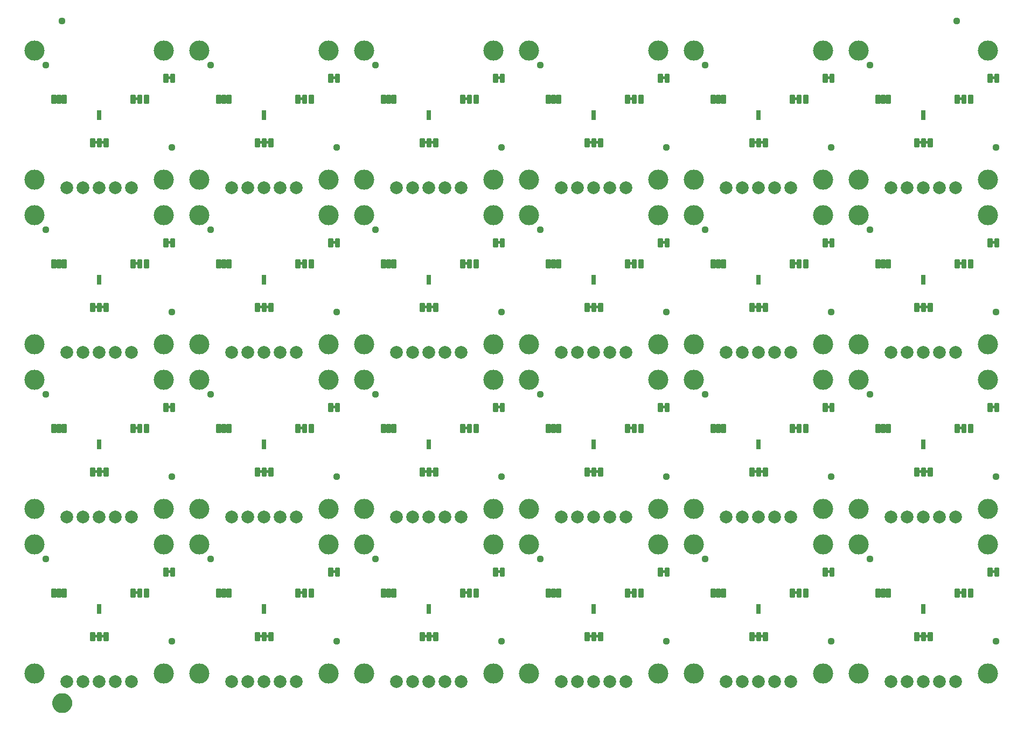
<source format=gbs>
G04 EAGLE Gerber RS-274X export*
G75*
%MOMM*%
%FSLAX34Y34*%
%LPD*%
%INSoldermask Bottom*%
%IPPOS*%
%AMOC8*
5,1,8,0,0,1.08239X$1,22.5*%
G01*
%ADD10R,0.762000X1.524000*%
%ADD11C,3.175000*%
%ADD12C,0.228344*%
%ADD13C,1.127000*%
%ADD14C,2.006600*%
%ADD15C,0.228600*%
%ADD16C,1.270000*%
%ADD17C,1.627000*%

G36*
X187390Y668667D02*
X187390Y668667D01*
X187456Y668669D01*
X187499Y668687D01*
X187546Y668695D01*
X187603Y668729D01*
X187663Y668754D01*
X187698Y668785D01*
X187739Y668810D01*
X187781Y668861D01*
X187829Y668905D01*
X187851Y668947D01*
X187880Y668984D01*
X187901Y669046D01*
X187932Y669105D01*
X187940Y669159D01*
X187952Y669196D01*
X187951Y669236D01*
X187959Y669290D01*
X187959Y671830D01*
X187948Y671895D01*
X187946Y671961D01*
X187928Y672004D01*
X187920Y672051D01*
X187886Y672108D01*
X187861Y672168D01*
X187830Y672203D01*
X187805Y672244D01*
X187754Y672286D01*
X187710Y672334D01*
X187668Y672356D01*
X187631Y672385D01*
X187569Y672406D01*
X187510Y672437D01*
X187456Y672445D01*
X187419Y672457D01*
X187379Y672456D01*
X187325Y672464D01*
X183515Y672464D01*
X183450Y672453D01*
X183384Y672451D01*
X183341Y672433D01*
X183294Y672425D01*
X183237Y672391D01*
X183177Y672366D01*
X183142Y672335D01*
X183101Y672310D01*
X183060Y672259D01*
X183011Y672215D01*
X182989Y672173D01*
X182960Y672136D01*
X182939Y672074D01*
X182908Y672015D01*
X182900Y671961D01*
X182888Y671924D01*
X182888Y671921D01*
X182889Y671884D01*
X182881Y671830D01*
X182881Y669290D01*
X182892Y669225D01*
X182894Y669159D01*
X182912Y669116D01*
X182920Y669069D01*
X182954Y669012D01*
X182979Y668952D01*
X183010Y668917D01*
X183035Y668876D01*
X183086Y668835D01*
X183130Y668786D01*
X183172Y668764D01*
X183209Y668735D01*
X183271Y668714D01*
X183330Y668683D01*
X183384Y668675D01*
X183421Y668663D01*
X183461Y668664D01*
X183515Y668656D01*
X187325Y668656D01*
X187390Y668667D01*
G37*
G36*
X705550Y668667D02*
X705550Y668667D01*
X705616Y668669D01*
X705659Y668687D01*
X705706Y668695D01*
X705763Y668729D01*
X705823Y668754D01*
X705858Y668785D01*
X705899Y668810D01*
X705941Y668861D01*
X705989Y668905D01*
X706011Y668947D01*
X706040Y668984D01*
X706061Y669046D01*
X706092Y669105D01*
X706100Y669159D01*
X706112Y669196D01*
X706111Y669236D01*
X706119Y669290D01*
X706119Y671830D01*
X706108Y671895D01*
X706106Y671961D01*
X706088Y672004D01*
X706080Y672051D01*
X706046Y672108D01*
X706021Y672168D01*
X705990Y672203D01*
X705965Y672244D01*
X705914Y672286D01*
X705870Y672334D01*
X705828Y672356D01*
X705791Y672385D01*
X705729Y672406D01*
X705670Y672437D01*
X705616Y672445D01*
X705579Y672457D01*
X705539Y672456D01*
X705485Y672464D01*
X701675Y672464D01*
X701610Y672453D01*
X701544Y672451D01*
X701501Y672433D01*
X701454Y672425D01*
X701397Y672391D01*
X701337Y672366D01*
X701302Y672335D01*
X701261Y672310D01*
X701220Y672259D01*
X701171Y672215D01*
X701149Y672173D01*
X701120Y672136D01*
X701099Y672074D01*
X701068Y672015D01*
X701060Y671961D01*
X701048Y671924D01*
X701048Y671921D01*
X701049Y671884D01*
X701041Y671830D01*
X701041Y669290D01*
X701052Y669225D01*
X701054Y669159D01*
X701072Y669116D01*
X701080Y669069D01*
X701114Y669012D01*
X701139Y668952D01*
X701170Y668917D01*
X701195Y668876D01*
X701246Y668835D01*
X701290Y668786D01*
X701332Y668764D01*
X701369Y668735D01*
X701431Y668714D01*
X701490Y668683D01*
X701544Y668675D01*
X701581Y668663D01*
X701621Y668664D01*
X701675Y668656D01*
X705485Y668656D01*
X705550Y668667D01*
G37*
G36*
X1223710Y668667D02*
X1223710Y668667D01*
X1223776Y668669D01*
X1223819Y668687D01*
X1223866Y668695D01*
X1223923Y668729D01*
X1223983Y668754D01*
X1224018Y668785D01*
X1224059Y668810D01*
X1224101Y668861D01*
X1224149Y668905D01*
X1224171Y668947D01*
X1224200Y668984D01*
X1224221Y669046D01*
X1224252Y669105D01*
X1224260Y669159D01*
X1224272Y669196D01*
X1224271Y669236D01*
X1224279Y669290D01*
X1224279Y671830D01*
X1224268Y671895D01*
X1224266Y671961D01*
X1224248Y672004D01*
X1224240Y672051D01*
X1224206Y672108D01*
X1224181Y672168D01*
X1224150Y672203D01*
X1224125Y672244D01*
X1224074Y672286D01*
X1224030Y672334D01*
X1223988Y672356D01*
X1223951Y672385D01*
X1223889Y672406D01*
X1223830Y672437D01*
X1223776Y672445D01*
X1223739Y672457D01*
X1223699Y672456D01*
X1223645Y672464D01*
X1219835Y672464D01*
X1219770Y672453D01*
X1219704Y672451D01*
X1219661Y672433D01*
X1219614Y672425D01*
X1219557Y672391D01*
X1219497Y672366D01*
X1219462Y672335D01*
X1219421Y672310D01*
X1219380Y672259D01*
X1219331Y672215D01*
X1219309Y672173D01*
X1219280Y672136D01*
X1219259Y672074D01*
X1219228Y672015D01*
X1219220Y671961D01*
X1219208Y671924D01*
X1219208Y671921D01*
X1219209Y671884D01*
X1219201Y671830D01*
X1219201Y669290D01*
X1219212Y669225D01*
X1219214Y669159D01*
X1219232Y669116D01*
X1219240Y669069D01*
X1219274Y669012D01*
X1219299Y668952D01*
X1219330Y668917D01*
X1219355Y668876D01*
X1219406Y668835D01*
X1219450Y668786D01*
X1219492Y668764D01*
X1219529Y668735D01*
X1219591Y668714D01*
X1219650Y668683D01*
X1219704Y668675D01*
X1219741Y668663D01*
X1219781Y668664D01*
X1219835Y668656D01*
X1223645Y668656D01*
X1223710Y668667D01*
G37*
G36*
X1482790Y668667D02*
X1482790Y668667D01*
X1482856Y668669D01*
X1482899Y668687D01*
X1482946Y668695D01*
X1483003Y668729D01*
X1483063Y668754D01*
X1483098Y668785D01*
X1483139Y668810D01*
X1483181Y668861D01*
X1483229Y668905D01*
X1483251Y668947D01*
X1483280Y668984D01*
X1483301Y669046D01*
X1483332Y669105D01*
X1483340Y669159D01*
X1483352Y669196D01*
X1483351Y669236D01*
X1483359Y669290D01*
X1483359Y671830D01*
X1483348Y671895D01*
X1483346Y671961D01*
X1483328Y672004D01*
X1483320Y672051D01*
X1483286Y672108D01*
X1483261Y672168D01*
X1483230Y672203D01*
X1483205Y672244D01*
X1483154Y672286D01*
X1483110Y672334D01*
X1483068Y672356D01*
X1483031Y672385D01*
X1482969Y672406D01*
X1482910Y672437D01*
X1482856Y672445D01*
X1482819Y672457D01*
X1482779Y672456D01*
X1482725Y672464D01*
X1478915Y672464D01*
X1478850Y672453D01*
X1478784Y672451D01*
X1478741Y672433D01*
X1478694Y672425D01*
X1478637Y672391D01*
X1478577Y672366D01*
X1478542Y672335D01*
X1478501Y672310D01*
X1478460Y672259D01*
X1478411Y672215D01*
X1478389Y672173D01*
X1478360Y672136D01*
X1478339Y672074D01*
X1478308Y672015D01*
X1478300Y671961D01*
X1478288Y671924D01*
X1478288Y671921D01*
X1478289Y671884D01*
X1478281Y671830D01*
X1478281Y669290D01*
X1478292Y669225D01*
X1478294Y669159D01*
X1478312Y669116D01*
X1478320Y669069D01*
X1478354Y669012D01*
X1478379Y668952D01*
X1478410Y668917D01*
X1478435Y668876D01*
X1478486Y668835D01*
X1478530Y668786D01*
X1478572Y668764D01*
X1478609Y668735D01*
X1478671Y668714D01*
X1478730Y668683D01*
X1478784Y668675D01*
X1478821Y668663D01*
X1478861Y668664D01*
X1478915Y668656D01*
X1482725Y668656D01*
X1482790Y668667D01*
G37*
G36*
X964630Y668667D02*
X964630Y668667D01*
X964696Y668669D01*
X964739Y668687D01*
X964786Y668695D01*
X964843Y668729D01*
X964903Y668754D01*
X964938Y668785D01*
X964979Y668810D01*
X965021Y668861D01*
X965069Y668905D01*
X965091Y668947D01*
X965120Y668984D01*
X965141Y669046D01*
X965172Y669105D01*
X965180Y669159D01*
X965192Y669196D01*
X965191Y669236D01*
X965199Y669290D01*
X965199Y671830D01*
X965188Y671895D01*
X965186Y671961D01*
X965168Y672004D01*
X965160Y672051D01*
X965126Y672108D01*
X965101Y672168D01*
X965070Y672203D01*
X965045Y672244D01*
X964994Y672286D01*
X964950Y672334D01*
X964908Y672356D01*
X964871Y672385D01*
X964809Y672406D01*
X964750Y672437D01*
X964696Y672445D01*
X964659Y672457D01*
X964619Y672456D01*
X964565Y672464D01*
X960755Y672464D01*
X960690Y672453D01*
X960624Y672451D01*
X960581Y672433D01*
X960534Y672425D01*
X960477Y672391D01*
X960417Y672366D01*
X960382Y672335D01*
X960341Y672310D01*
X960300Y672259D01*
X960251Y672215D01*
X960229Y672173D01*
X960200Y672136D01*
X960179Y672074D01*
X960148Y672015D01*
X960140Y671961D01*
X960128Y671924D01*
X960128Y671921D01*
X960129Y671884D01*
X960121Y671830D01*
X960121Y669290D01*
X960132Y669225D01*
X960134Y669159D01*
X960152Y669116D01*
X960160Y669069D01*
X960194Y669012D01*
X960219Y668952D01*
X960250Y668917D01*
X960275Y668876D01*
X960326Y668835D01*
X960370Y668786D01*
X960412Y668764D01*
X960449Y668735D01*
X960511Y668714D01*
X960570Y668683D01*
X960624Y668675D01*
X960661Y668663D01*
X960701Y668664D01*
X960755Y668656D01*
X964565Y668656D01*
X964630Y668667D01*
G37*
G36*
X446470Y668667D02*
X446470Y668667D01*
X446536Y668669D01*
X446579Y668687D01*
X446626Y668695D01*
X446683Y668729D01*
X446743Y668754D01*
X446778Y668785D01*
X446819Y668810D01*
X446861Y668861D01*
X446909Y668905D01*
X446931Y668947D01*
X446960Y668984D01*
X446981Y669046D01*
X447012Y669105D01*
X447020Y669159D01*
X447032Y669196D01*
X447031Y669236D01*
X447039Y669290D01*
X447039Y671830D01*
X447028Y671895D01*
X447026Y671961D01*
X447008Y672004D01*
X447000Y672051D01*
X446966Y672108D01*
X446941Y672168D01*
X446910Y672203D01*
X446885Y672244D01*
X446834Y672286D01*
X446790Y672334D01*
X446748Y672356D01*
X446711Y672385D01*
X446649Y672406D01*
X446590Y672437D01*
X446536Y672445D01*
X446499Y672457D01*
X446459Y672456D01*
X446405Y672464D01*
X442595Y672464D01*
X442530Y672453D01*
X442464Y672451D01*
X442421Y672433D01*
X442374Y672425D01*
X442317Y672391D01*
X442257Y672366D01*
X442222Y672335D01*
X442181Y672310D01*
X442140Y672259D01*
X442091Y672215D01*
X442069Y672173D01*
X442040Y672136D01*
X442019Y672074D01*
X441988Y672015D01*
X441980Y671961D01*
X441968Y671924D01*
X441968Y671921D01*
X441969Y671884D01*
X441961Y671830D01*
X441961Y669290D01*
X441972Y669225D01*
X441974Y669159D01*
X441992Y669116D01*
X442000Y669069D01*
X442034Y669012D01*
X442059Y668952D01*
X442090Y668917D01*
X442115Y668876D01*
X442166Y668835D01*
X442210Y668786D01*
X442252Y668764D01*
X442289Y668735D01*
X442351Y668714D01*
X442410Y668683D01*
X442464Y668675D01*
X442501Y668663D01*
X442541Y668664D01*
X442595Y668656D01*
X446405Y668656D01*
X446470Y668667D01*
G37*
G36*
X498032Y960767D02*
X498032Y960767D01*
X498098Y960769D01*
X498141Y960787D01*
X498188Y960795D01*
X498245Y960829D01*
X498305Y960854D01*
X498340Y960885D01*
X498381Y960910D01*
X498423Y960961D01*
X498471Y961005D01*
X498493Y961047D01*
X498522Y961084D01*
X498543Y961146D01*
X498574Y961205D01*
X498582Y961259D01*
X498594Y961296D01*
X498593Y961336D01*
X498601Y961390D01*
X498601Y963930D01*
X498590Y963995D01*
X498588Y964061D01*
X498570Y964104D01*
X498562Y964151D01*
X498528Y964208D01*
X498503Y964268D01*
X498472Y964303D01*
X498447Y964344D01*
X498396Y964386D01*
X498352Y964434D01*
X498310Y964456D01*
X498273Y964485D01*
X498211Y964506D01*
X498152Y964537D01*
X498098Y964545D01*
X498061Y964557D01*
X498021Y964556D01*
X497967Y964564D01*
X494157Y964564D01*
X494092Y964553D01*
X494026Y964551D01*
X493983Y964533D01*
X493936Y964525D01*
X493879Y964491D01*
X493819Y964466D01*
X493784Y964435D01*
X493743Y964410D01*
X493702Y964359D01*
X493653Y964315D01*
X493631Y964273D01*
X493602Y964236D01*
X493581Y964174D01*
X493550Y964115D01*
X493542Y964061D01*
X493530Y964024D01*
X493530Y964021D01*
X493531Y963984D01*
X493523Y963930D01*
X493523Y961390D01*
X493534Y961325D01*
X493536Y961259D01*
X493554Y961216D01*
X493562Y961169D01*
X493596Y961112D01*
X493621Y961052D01*
X493652Y961017D01*
X493677Y960976D01*
X493728Y960935D01*
X493772Y960886D01*
X493814Y960864D01*
X493851Y960835D01*
X493913Y960814D01*
X493972Y960783D01*
X494026Y960775D01*
X494063Y960763D01*
X494103Y960764D01*
X494157Y960756D01*
X497967Y960756D01*
X498032Y960767D01*
G37*
G36*
X1275272Y960767D02*
X1275272Y960767D01*
X1275338Y960769D01*
X1275381Y960787D01*
X1275428Y960795D01*
X1275485Y960829D01*
X1275545Y960854D01*
X1275580Y960885D01*
X1275621Y960910D01*
X1275663Y960961D01*
X1275711Y961005D01*
X1275733Y961047D01*
X1275762Y961084D01*
X1275783Y961146D01*
X1275814Y961205D01*
X1275822Y961259D01*
X1275834Y961296D01*
X1275833Y961336D01*
X1275841Y961390D01*
X1275841Y963930D01*
X1275830Y963995D01*
X1275828Y964061D01*
X1275810Y964104D01*
X1275802Y964151D01*
X1275768Y964208D01*
X1275743Y964268D01*
X1275712Y964303D01*
X1275687Y964344D01*
X1275636Y964386D01*
X1275592Y964434D01*
X1275550Y964456D01*
X1275513Y964485D01*
X1275451Y964506D01*
X1275392Y964537D01*
X1275338Y964545D01*
X1275301Y964557D01*
X1275261Y964556D01*
X1275207Y964564D01*
X1271397Y964564D01*
X1271332Y964553D01*
X1271266Y964551D01*
X1271223Y964533D01*
X1271176Y964525D01*
X1271119Y964491D01*
X1271059Y964466D01*
X1271024Y964435D01*
X1270983Y964410D01*
X1270942Y964359D01*
X1270893Y964315D01*
X1270871Y964273D01*
X1270842Y964236D01*
X1270821Y964174D01*
X1270790Y964115D01*
X1270782Y964061D01*
X1270770Y964024D01*
X1270770Y964021D01*
X1270771Y963984D01*
X1270763Y963930D01*
X1270763Y961390D01*
X1270774Y961325D01*
X1270776Y961259D01*
X1270794Y961216D01*
X1270802Y961169D01*
X1270836Y961112D01*
X1270861Y961052D01*
X1270892Y961017D01*
X1270917Y960976D01*
X1270968Y960935D01*
X1271012Y960886D01*
X1271054Y960864D01*
X1271091Y960835D01*
X1271153Y960814D01*
X1271212Y960783D01*
X1271266Y960775D01*
X1271303Y960763D01*
X1271343Y960764D01*
X1271397Y960756D01*
X1275207Y960756D01*
X1275272Y960767D01*
G37*
G36*
X1534352Y960767D02*
X1534352Y960767D01*
X1534418Y960769D01*
X1534461Y960787D01*
X1534508Y960795D01*
X1534565Y960829D01*
X1534625Y960854D01*
X1534660Y960885D01*
X1534701Y960910D01*
X1534743Y960961D01*
X1534791Y961005D01*
X1534813Y961047D01*
X1534842Y961084D01*
X1534863Y961146D01*
X1534894Y961205D01*
X1534902Y961259D01*
X1534914Y961296D01*
X1534913Y961336D01*
X1534921Y961390D01*
X1534921Y963930D01*
X1534910Y963995D01*
X1534908Y964061D01*
X1534890Y964104D01*
X1534882Y964151D01*
X1534848Y964208D01*
X1534823Y964268D01*
X1534792Y964303D01*
X1534767Y964344D01*
X1534716Y964386D01*
X1534672Y964434D01*
X1534630Y964456D01*
X1534593Y964485D01*
X1534531Y964506D01*
X1534472Y964537D01*
X1534418Y964545D01*
X1534381Y964557D01*
X1534341Y964556D01*
X1534287Y964564D01*
X1530477Y964564D01*
X1530412Y964553D01*
X1530346Y964551D01*
X1530303Y964533D01*
X1530256Y964525D01*
X1530199Y964491D01*
X1530139Y964466D01*
X1530104Y964435D01*
X1530063Y964410D01*
X1530022Y964359D01*
X1529973Y964315D01*
X1529951Y964273D01*
X1529922Y964236D01*
X1529901Y964174D01*
X1529870Y964115D01*
X1529862Y964061D01*
X1529850Y964024D01*
X1529850Y964021D01*
X1529851Y963984D01*
X1529843Y963930D01*
X1529843Y961390D01*
X1529854Y961325D01*
X1529856Y961259D01*
X1529874Y961216D01*
X1529882Y961169D01*
X1529916Y961112D01*
X1529941Y961052D01*
X1529972Y961017D01*
X1529997Y960976D01*
X1530048Y960935D01*
X1530092Y960886D01*
X1530134Y960864D01*
X1530171Y960835D01*
X1530233Y960814D01*
X1530292Y960783D01*
X1530346Y960775D01*
X1530383Y960763D01*
X1530423Y960764D01*
X1530477Y960756D01*
X1534287Y960756D01*
X1534352Y960767D01*
G37*
G36*
X757112Y960767D02*
X757112Y960767D01*
X757178Y960769D01*
X757221Y960787D01*
X757268Y960795D01*
X757325Y960829D01*
X757385Y960854D01*
X757420Y960885D01*
X757461Y960910D01*
X757503Y960961D01*
X757551Y961005D01*
X757573Y961047D01*
X757602Y961084D01*
X757623Y961146D01*
X757654Y961205D01*
X757662Y961259D01*
X757674Y961296D01*
X757673Y961336D01*
X757681Y961390D01*
X757681Y963930D01*
X757670Y963995D01*
X757668Y964061D01*
X757650Y964104D01*
X757642Y964151D01*
X757608Y964208D01*
X757583Y964268D01*
X757552Y964303D01*
X757527Y964344D01*
X757476Y964386D01*
X757432Y964434D01*
X757390Y964456D01*
X757353Y964485D01*
X757291Y964506D01*
X757232Y964537D01*
X757178Y964545D01*
X757141Y964557D01*
X757101Y964556D01*
X757047Y964564D01*
X753237Y964564D01*
X753172Y964553D01*
X753106Y964551D01*
X753063Y964533D01*
X753016Y964525D01*
X752959Y964491D01*
X752899Y964466D01*
X752864Y964435D01*
X752823Y964410D01*
X752782Y964359D01*
X752733Y964315D01*
X752711Y964273D01*
X752682Y964236D01*
X752661Y964174D01*
X752630Y964115D01*
X752622Y964061D01*
X752610Y964024D01*
X752610Y964021D01*
X752611Y963984D01*
X752603Y963930D01*
X752603Y961390D01*
X752614Y961325D01*
X752616Y961259D01*
X752634Y961216D01*
X752642Y961169D01*
X752676Y961112D01*
X752701Y961052D01*
X752732Y961017D01*
X752757Y960976D01*
X752808Y960935D01*
X752852Y960886D01*
X752894Y960864D01*
X752931Y960835D01*
X752993Y960814D01*
X753052Y960783D01*
X753106Y960775D01*
X753143Y960763D01*
X753183Y960764D01*
X753237Y960756D01*
X757047Y960756D01*
X757112Y960767D01*
G37*
G36*
X238952Y960767D02*
X238952Y960767D01*
X239018Y960769D01*
X239061Y960787D01*
X239108Y960795D01*
X239165Y960829D01*
X239225Y960854D01*
X239260Y960885D01*
X239301Y960910D01*
X239343Y960961D01*
X239391Y961005D01*
X239413Y961047D01*
X239442Y961084D01*
X239463Y961146D01*
X239494Y961205D01*
X239502Y961259D01*
X239514Y961296D01*
X239513Y961336D01*
X239521Y961390D01*
X239521Y963930D01*
X239510Y963995D01*
X239508Y964061D01*
X239490Y964104D01*
X239482Y964151D01*
X239448Y964208D01*
X239423Y964268D01*
X239392Y964303D01*
X239367Y964344D01*
X239316Y964386D01*
X239272Y964434D01*
X239230Y964456D01*
X239193Y964485D01*
X239131Y964506D01*
X239072Y964537D01*
X239018Y964545D01*
X238981Y964557D01*
X238941Y964556D01*
X238887Y964564D01*
X235077Y964564D01*
X235012Y964553D01*
X234946Y964551D01*
X234903Y964533D01*
X234856Y964525D01*
X234799Y964491D01*
X234739Y964466D01*
X234704Y964435D01*
X234663Y964410D01*
X234622Y964359D01*
X234573Y964315D01*
X234551Y964273D01*
X234522Y964236D01*
X234501Y964174D01*
X234470Y964115D01*
X234462Y964061D01*
X234450Y964024D01*
X234450Y964021D01*
X234451Y963984D01*
X234443Y963930D01*
X234443Y961390D01*
X234454Y961325D01*
X234456Y961259D01*
X234474Y961216D01*
X234482Y961169D01*
X234516Y961112D01*
X234541Y961052D01*
X234572Y961017D01*
X234597Y960976D01*
X234648Y960935D01*
X234692Y960886D01*
X234734Y960864D01*
X234771Y960835D01*
X234833Y960814D01*
X234892Y960783D01*
X234946Y960775D01*
X234983Y960763D01*
X235023Y960764D01*
X235077Y960756D01*
X238887Y960756D01*
X238952Y960767D01*
G37*
G36*
X1016192Y960767D02*
X1016192Y960767D01*
X1016258Y960769D01*
X1016301Y960787D01*
X1016348Y960795D01*
X1016405Y960829D01*
X1016465Y960854D01*
X1016500Y960885D01*
X1016541Y960910D01*
X1016583Y960961D01*
X1016631Y961005D01*
X1016653Y961047D01*
X1016682Y961084D01*
X1016703Y961146D01*
X1016734Y961205D01*
X1016742Y961259D01*
X1016754Y961296D01*
X1016753Y961336D01*
X1016761Y961390D01*
X1016761Y963930D01*
X1016750Y963995D01*
X1016748Y964061D01*
X1016730Y964104D01*
X1016722Y964151D01*
X1016688Y964208D01*
X1016663Y964268D01*
X1016632Y964303D01*
X1016607Y964344D01*
X1016556Y964386D01*
X1016512Y964434D01*
X1016470Y964456D01*
X1016433Y964485D01*
X1016371Y964506D01*
X1016312Y964537D01*
X1016258Y964545D01*
X1016221Y964557D01*
X1016181Y964556D01*
X1016127Y964564D01*
X1012317Y964564D01*
X1012252Y964553D01*
X1012186Y964551D01*
X1012143Y964533D01*
X1012096Y964525D01*
X1012039Y964491D01*
X1011979Y964466D01*
X1011944Y964435D01*
X1011903Y964410D01*
X1011862Y964359D01*
X1011813Y964315D01*
X1011791Y964273D01*
X1011762Y964236D01*
X1011741Y964174D01*
X1011710Y964115D01*
X1011702Y964061D01*
X1011690Y964024D01*
X1011690Y964021D01*
X1011691Y963984D01*
X1011683Y963930D01*
X1011683Y961390D01*
X1011694Y961325D01*
X1011696Y961259D01*
X1011714Y961216D01*
X1011722Y961169D01*
X1011756Y961112D01*
X1011781Y961052D01*
X1011812Y961017D01*
X1011837Y960976D01*
X1011888Y960935D01*
X1011932Y960886D01*
X1011974Y960864D01*
X1012011Y960835D01*
X1012073Y960814D01*
X1012132Y960783D01*
X1012186Y960775D01*
X1012223Y960763D01*
X1012263Y960764D01*
X1012317Y960756D01*
X1016127Y960756D01*
X1016192Y960767D01*
G37*
G36*
X964630Y927747D02*
X964630Y927747D01*
X964696Y927749D01*
X964739Y927767D01*
X964786Y927775D01*
X964843Y927809D01*
X964903Y927834D01*
X964938Y927865D01*
X964979Y927890D01*
X965021Y927941D01*
X965069Y927985D01*
X965091Y928027D01*
X965120Y928064D01*
X965141Y928126D01*
X965172Y928185D01*
X965180Y928239D01*
X965192Y928276D01*
X965191Y928316D01*
X965199Y928370D01*
X965199Y930910D01*
X965188Y930975D01*
X965186Y931041D01*
X965168Y931084D01*
X965160Y931131D01*
X965126Y931188D01*
X965101Y931248D01*
X965070Y931283D01*
X965045Y931324D01*
X964994Y931366D01*
X964950Y931414D01*
X964908Y931436D01*
X964871Y931465D01*
X964809Y931486D01*
X964750Y931517D01*
X964696Y931525D01*
X964659Y931537D01*
X964619Y931536D01*
X964565Y931544D01*
X960755Y931544D01*
X960690Y931533D01*
X960624Y931531D01*
X960581Y931513D01*
X960534Y931505D01*
X960477Y931471D01*
X960417Y931446D01*
X960382Y931415D01*
X960341Y931390D01*
X960300Y931339D01*
X960251Y931295D01*
X960229Y931253D01*
X960200Y931216D01*
X960179Y931154D01*
X960148Y931095D01*
X960140Y931041D01*
X960128Y931004D01*
X960128Y931001D01*
X960129Y930964D01*
X960121Y930910D01*
X960121Y928370D01*
X960132Y928305D01*
X960134Y928239D01*
X960152Y928196D01*
X960160Y928149D01*
X960194Y928092D01*
X960219Y928032D01*
X960250Y927997D01*
X960275Y927956D01*
X960326Y927915D01*
X960370Y927866D01*
X960412Y927844D01*
X960449Y927815D01*
X960511Y927794D01*
X960570Y927763D01*
X960624Y927755D01*
X960661Y927743D01*
X960701Y927744D01*
X960755Y927736D01*
X964565Y927736D01*
X964630Y927747D01*
G37*
G36*
X187390Y927747D02*
X187390Y927747D01*
X187456Y927749D01*
X187499Y927767D01*
X187546Y927775D01*
X187603Y927809D01*
X187663Y927834D01*
X187698Y927865D01*
X187739Y927890D01*
X187781Y927941D01*
X187829Y927985D01*
X187851Y928027D01*
X187880Y928064D01*
X187901Y928126D01*
X187932Y928185D01*
X187940Y928239D01*
X187952Y928276D01*
X187951Y928316D01*
X187959Y928370D01*
X187959Y930910D01*
X187948Y930975D01*
X187946Y931041D01*
X187928Y931084D01*
X187920Y931131D01*
X187886Y931188D01*
X187861Y931248D01*
X187830Y931283D01*
X187805Y931324D01*
X187754Y931366D01*
X187710Y931414D01*
X187668Y931436D01*
X187631Y931465D01*
X187569Y931486D01*
X187510Y931517D01*
X187456Y931525D01*
X187419Y931537D01*
X187379Y931536D01*
X187325Y931544D01*
X183515Y931544D01*
X183450Y931533D01*
X183384Y931531D01*
X183341Y931513D01*
X183294Y931505D01*
X183237Y931471D01*
X183177Y931446D01*
X183142Y931415D01*
X183101Y931390D01*
X183060Y931339D01*
X183011Y931295D01*
X182989Y931253D01*
X182960Y931216D01*
X182939Y931154D01*
X182908Y931095D01*
X182900Y931041D01*
X182888Y931004D01*
X182888Y931001D01*
X182889Y930964D01*
X182881Y930910D01*
X182881Y928370D01*
X182892Y928305D01*
X182894Y928239D01*
X182912Y928196D01*
X182920Y928149D01*
X182954Y928092D01*
X182979Y928032D01*
X183010Y927997D01*
X183035Y927956D01*
X183086Y927915D01*
X183130Y927866D01*
X183172Y927844D01*
X183209Y927815D01*
X183271Y927794D01*
X183330Y927763D01*
X183384Y927755D01*
X183421Y927743D01*
X183461Y927744D01*
X183515Y927736D01*
X187325Y927736D01*
X187390Y927747D01*
G37*
G36*
X705550Y927747D02*
X705550Y927747D01*
X705616Y927749D01*
X705659Y927767D01*
X705706Y927775D01*
X705763Y927809D01*
X705823Y927834D01*
X705858Y927865D01*
X705899Y927890D01*
X705941Y927941D01*
X705989Y927985D01*
X706011Y928027D01*
X706040Y928064D01*
X706061Y928126D01*
X706092Y928185D01*
X706100Y928239D01*
X706112Y928276D01*
X706111Y928316D01*
X706119Y928370D01*
X706119Y930910D01*
X706108Y930975D01*
X706106Y931041D01*
X706088Y931084D01*
X706080Y931131D01*
X706046Y931188D01*
X706021Y931248D01*
X705990Y931283D01*
X705965Y931324D01*
X705914Y931366D01*
X705870Y931414D01*
X705828Y931436D01*
X705791Y931465D01*
X705729Y931486D01*
X705670Y931517D01*
X705616Y931525D01*
X705579Y931537D01*
X705539Y931536D01*
X705485Y931544D01*
X701675Y931544D01*
X701610Y931533D01*
X701544Y931531D01*
X701501Y931513D01*
X701454Y931505D01*
X701397Y931471D01*
X701337Y931446D01*
X701302Y931415D01*
X701261Y931390D01*
X701220Y931339D01*
X701171Y931295D01*
X701149Y931253D01*
X701120Y931216D01*
X701099Y931154D01*
X701068Y931095D01*
X701060Y931041D01*
X701048Y931004D01*
X701048Y931001D01*
X701049Y930964D01*
X701041Y930910D01*
X701041Y928370D01*
X701052Y928305D01*
X701054Y928239D01*
X701072Y928196D01*
X701080Y928149D01*
X701114Y928092D01*
X701139Y928032D01*
X701170Y927997D01*
X701195Y927956D01*
X701246Y927915D01*
X701290Y927866D01*
X701332Y927844D01*
X701369Y927815D01*
X701431Y927794D01*
X701490Y927763D01*
X701544Y927755D01*
X701581Y927743D01*
X701621Y927744D01*
X701675Y927736D01*
X705485Y927736D01*
X705550Y927747D01*
G37*
G36*
X1223710Y927747D02*
X1223710Y927747D01*
X1223776Y927749D01*
X1223819Y927767D01*
X1223866Y927775D01*
X1223923Y927809D01*
X1223983Y927834D01*
X1224018Y927865D01*
X1224059Y927890D01*
X1224101Y927941D01*
X1224149Y927985D01*
X1224171Y928027D01*
X1224200Y928064D01*
X1224221Y928126D01*
X1224252Y928185D01*
X1224260Y928239D01*
X1224272Y928276D01*
X1224271Y928316D01*
X1224279Y928370D01*
X1224279Y930910D01*
X1224268Y930975D01*
X1224266Y931041D01*
X1224248Y931084D01*
X1224240Y931131D01*
X1224206Y931188D01*
X1224181Y931248D01*
X1224150Y931283D01*
X1224125Y931324D01*
X1224074Y931366D01*
X1224030Y931414D01*
X1223988Y931436D01*
X1223951Y931465D01*
X1223889Y931486D01*
X1223830Y931517D01*
X1223776Y931525D01*
X1223739Y931537D01*
X1223699Y931536D01*
X1223645Y931544D01*
X1219835Y931544D01*
X1219770Y931533D01*
X1219704Y931531D01*
X1219661Y931513D01*
X1219614Y931505D01*
X1219557Y931471D01*
X1219497Y931446D01*
X1219462Y931415D01*
X1219421Y931390D01*
X1219380Y931339D01*
X1219331Y931295D01*
X1219309Y931253D01*
X1219280Y931216D01*
X1219259Y931154D01*
X1219228Y931095D01*
X1219220Y931041D01*
X1219208Y931004D01*
X1219208Y931001D01*
X1219209Y930964D01*
X1219201Y930910D01*
X1219201Y928370D01*
X1219212Y928305D01*
X1219214Y928239D01*
X1219232Y928196D01*
X1219240Y928149D01*
X1219274Y928092D01*
X1219299Y928032D01*
X1219330Y927997D01*
X1219355Y927956D01*
X1219406Y927915D01*
X1219450Y927866D01*
X1219492Y927844D01*
X1219529Y927815D01*
X1219591Y927794D01*
X1219650Y927763D01*
X1219704Y927755D01*
X1219741Y927743D01*
X1219781Y927744D01*
X1219835Y927736D01*
X1223645Y927736D01*
X1223710Y927747D01*
G37*
G36*
X446470Y927747D02*
X446470Y927747D01*
X446536Y927749D01*
X446579Y927767D01*
X446626Y927775D01*
X446683Y927809D01*
X446743Y927834D01*
X446778Y927865D01*
X446819Y927890D01*
X446861Y927941D01*
X446909Y927985D01*
X446931Y928027D01*
X446960Y928064D01*
X446981Y928126D01*
X447012Y928185D01*
X447020Y928239D01*
X447032Y928276D01*
X447031Y928316D01*
X447039Y928370D01*
X447039Y930910D01*
X447028Y930975D01*
X447026Y931041D01*
X447008Y931084D01*
X447000Y931131D01*
X446966Y931188D01*
X446941Y931248D01*
X446910Y931283D01*
X446885Y931324D01*
X446834Y931366D01*
X446790Y931414D01*
X446748Y931436D01*
X446711Y931465D01*
X446649Y931486D01*
X446590Y931517D01*
X446536Y931525D01*
X446499Y931537D01*
X446459Y931536D01*
X446405Y931544D01*
X442595Y931544D01*
X442530Y931533D01*
X442464Y931531D01*
X442421Y931513D01*
X442374Y931505D01*
X442317Y931471D01*
X442257Y931446D01*
X442222Y931415D01*
X442181Y931390D01*
X442140Y931339D01*
X442091Y931295D01*
X442069Y931253D01*
X442040Y931216D01*
X442019Y931154D01*
X441988Y931095D01*
X441980Y931041D01*
X441968Y931004D01*
X441968Y931001D01*
X441969Y930964D01*
X441961Y930910D01*
X441961Y928370D01*
X441972Y928305D01*
X441974Y928239D01*
X441992Y928196D01*
X442000Y928149D01*
X442034Y928092D01*
X442059Y928032D01*
X442090Y927997D01*
X442115Y927956D01*
X442166Y927915D01*
X442210Y927866D01*
X442252Y927844D01*
X442289Y927815D01*
X442351Y927794D01*
X442410Y927763D01*
X442464Y927755D01*
X442501Y927743D01*
X442541Y927744D01*
X442595Y927736D01*
X446405Y927736D01*
X446470Y927747D01*
G37*
G36*
X1482790Y927747D02*
X1482790Y927747D01*
X1482856Y927749D01*
X1482899Y927767D01*
X1482946Y927775D01*
X1483003Y927809D01*
X1483063Y927834D01*
X1483098Y927865D01*
X1483139Y927890D01*
X1483181Y927941D01*
X1483229Y927985D01*
X1483251Y928027D01*
X1483280Y928064D01*
X1483301Y928126D01*
X1483332Y928185D01*
X1483340Y928239D01*
X1483352Y928276D01*
X1483351Y928316D01*
X1483359Y928370D01*
X1483359Y930910D01*
X1483348Y930975D01*
X1483346Y931041D01*
X1483328Y931084D01*
X1483320Y931131D01*
X1483286Y931188D01*
X1483261Y931248D01*
X1483230Y931283D01*
X1483205Y931324D01*
X1483154Y931366D01*
X1483110Y931414D01*
X1483068Y931436D01*
X1483031Y931465D01*
X1482969Y931486D01*
X1482910Y931517D01*
X1482856Y931525D01*
X1482819Y931537D01*
X1482779Y931536D01*
X1482725Y931544D01*
X1478915Y931544D01*
X1478850Y931533D01*
X1478784Y931531D01*
X1478741Y931513D01*
X1478694Y931505D01*
X1478637Y931471D01*
X1478577Y931446D01*
X1478542Y931415D01*
X1478501Y931390D01*
X1478460Y931339D01*
X1478411Y931295D01*
X1478389Y931253D01*
X1478360Y931216D01*
X1478339Y931154D01*
X1478308Y931095D01*
X1478300Y931041D01*
X1478288Y931004D01*
X1478288Y931001D01*
X1478289Y930964D01*
X1478281Y930910D01*
X1478281Y928370D01*
X1478292Y928305D01*
X1478294Y928239D01*
X1478312Y928196D01*
X1478320Y928149D01*
X1478354Y928092D01*
X1478379Y928032D01*
X1478410Y927997D01*
X1478435Y927956D01*
X1478486Y927915D01*
X1478530Y927866D01*
X1478572Y927844D01*
X1478609Y927815D01*
X1478671Y927794D01*
X1478730Y927763D01*
X1478784Y927755D01*
X1478821Y927743D01*
X1478861Y927744D01*
X1478915Y927736D01*
X1482725Y927736D01*
X1482790Y927747D01*
G37*
G36*
X911290Y859167D02*
X911290Y859167D01*
X911356Y859169D01*
X911399Y859187D01*
X911446Y859195D01*
X911503Y859229D01*
X911563Y859254D01*
X911598Y859285D01*
X911639Y859310D01*
X911681Y859361D01*
X911729Y859405D01*
X911751Y859447D01*
X911780Y859484D01*
X911801Y859546D01*
X911832Y859605D01*
X911840Y859659D01*
X911852Y859696D01*
X911851Y859736D01*
X911859Y859790D01*
X911859Y862330D01*
X911848Y862395D01*
X911846Y862461D01*
X911828Y862504D01*
X911820Y862551D01*
X911786Y862608D01*
X911761Y862668D01*
X911730Y862703D01*
X911705Y862744D01*
X911654Y862786D01*
X911610Y862834D01*
X911568Y862856D01*
X911531Y862885D01*
X911469Y862906D01*
X911410Y862937D01*
X911356Y862945D01*
X911319Y862957D01*
X911279Y862956D01*
X911225Y862964D01*
X907415Y862964D01*
X907350Y862953D01*
X907284Y862951D01*
X907241Y862933D01*
X907194Y862925D01*
X907137Y862891D01*
X907077Y862866D01*
X907042Y862835D01*
X907001Y862810D01*
X906960Y862759D01*
X906911Y862715D01*
X906889Y862673D01*
X906860Y862636D01*
X906839Y862574D01*
X906808Y862515D01*
X906800Y862461D01*
X906788Y862424D01*
X906788Y862421D01*
X906789Y862384D01*
X906781Y862330D01*
X906781Y859790D01*
X906792Y859725D01*
X906794Y859659D01*
X906812Y859616D01*
X906820Y859569D01*
X906854Y859512D01*
X906879Y859452D01*
X906910Y859417D01*
X906935Y859376D01*
X906986Y859335D01*
X907030Y859286D01*
X907072Y859264D01*
X907109Y859235D01*
X907171Y859214D01*
X907230Y859183D01*
X907284Y859175D01*
X907321Y859163D01*
X907361Y859164D01*
X907415Y859156D01*
X911225Y859156D01*
X911290Y859167D01*
G37*
G36*
X1419290Y859167D02*
X1419290Y859167D01*
X1419356Y859169D01*
X1419399Y859187D01*
X1419446Y859195D01*
X1419503Y859229D01*
X1419563Y859254D01*
X1419598Y859285D01*
X1419639Y859310D01*
X1419681Y859361D01*
X1419729Y859405D01*
X1419751Y859447D01*
X1419780Y859484D01*
X1419801Y859546D01*
X1419832Y859605D01*
X1419840Y859659D01*
X1419852Y859696D01*
X1419851Y859736D01*
X1419859Y859790D01*
X1419859Y862330D01*
X1419848Y862395D01*
X1419846Y862461D01*
X1419828Y862504D01*
X1419820Y862551D01*
X1419786Y862608D01*
X1419761Y862668D01*
X1419730Y862703D01*
X1419705Y862744D01*
X1419654Y862786D01*
X1419610Y862834D01*
X1419568Y862856D01*
X1419531Y862885D01*
X1419469Y862906D01*
X1419410Y862937D01*
X1419356Y862945D01*
X1419319Y862957D01*
X1419279Y862956D01*
X1419225Y862964D01*
X1415415Y862964D01*
X1415350Y862953D01*
X1415284Y862951D01*
X1415241Y862933D01*
X1415194Y862925D01*
X1415137Y862891D01*
X1415077Y862866D01*
X1415042Y862835D01*
X1415001Y862810D01*
X1414960Y862759D01*
X1414911Y862715D01*
X1414889Y862673D01*
X1414860Y862636D01*
X1414839Y862574D01*
X1414808Y862515D01*
X1414800Y862461D01*
X1414788Y862424D01*
X1414788Y862421D01*
X1414789Y862384D01*
X1414781Y862330D01*
X1414781Y859790D01*
X1414792Y859725D01*
X1414794Y859659D01*
X1414812Y859616D01*
X1414820Y859569D01*
X1414854Y859512D01*
X1414879Y859452D01*
X1414910Y859417D01*
X1414935Y859376D01*
X1414986Y859335D01*
X1415030Y859286D01*
X1415072Y859264D01*
X1415109Y859235D01*
X1415171Y859214D01*
X1415230Y859183D01*
X1415284Y859175D01*
X1415321Y859163D01*
X1415361Y859164D01*
X1415415Y859156D01*
X1419225Y859156D01*
X1419290Y859167D01*
G37*
G36*
X901130Y859167D02*
X901130Y859167D01*
X901196Y859169D01*
X901239Y859187D01*
X901286Y859195D01*
X901343Y859229D01*
X901403Y859254D01*
X901438Y859285D01*
X901479Y859310D01*
X901521Y859361D01*
X901569Y859405D01*
X901591Y859447D01*
X901620Y859484D01*
X901641Y859546D01*
X901672Y859605D01*
X901680Y859659D01*
X901692Y859696D01*
X901691Y859736D01*
X901699Y859790D01*
X901699Y862330D01*
X901688Y862395D01*
X901686Y862461D01*
X901668Y862504D01*
X901660Y862551D01*
X901626Y862608D01*
X901601Y862668D01*
X901570Y862703D01*
X901545Y862744D01*
X901494Y862786D01*
X901450Y862834D01*
X901408Y862856D01*
X901371Y862885D01*
X901309Y862906D01*
X901250Y862937D01*
X901196Y862945D01*
X901159Y862957D01*
X901119Y862956D01*
X901065Y862964D01*
X897255Y862964D01*
X897190Y862953D01*
X897124Y862951D01*
X897081Y862933D01*
X897034Y862925D01*
X896977Y862891D01*
X896917Y862866D01*
X896882Y862835D01*
X896841Y862810D01*
X896800Y862759D01*
X896751Y862715D01*
X896729Y862673D01*
X896700Y862636D01*
X896679Y862574D01*
X896648Y862515D01*
X896640Y862461D01*
X896628Y862424D01*
X896628Y862421D01*
X896629Y862384D01*
X896621Y862330D01*
X896621Y859790D01*
X896632Y859725D01*
X896634Y859659D01*
X896652Y859616D01*
X896660Y859569D01*
X896694Y859512D01*
X896719Y859452D01*
X896750Y859417D01*
X896775Y859376D01*
X896826Y859335D01*
X896870Y859286D01*
X896912Y859264D01*
X896949Y859235D01*
X897011Y859214D01*
X897070Y859183D01*
X897124Y859175D01*
X897161Y859163D01*
X897201Y859164D01*
X897255Y859156D01*
X901065Y859156D01*
X901130Y859167D01*
G37*
G36*
X134050Y859167D02*
X134050Y859167D01*
X134116Y859169D01*
X134159Y859187D01*
X134206Y859195D01*
X134263Y859229D01*
X134323Y859254D01*
X134358Y859285D01*
X134399Y859310D01*
X134441Y859361D01*
X134489Y859405D01*
X134511Y859447D01*
X134540Y859484D01*
X134561Y859546D01*
X134592Y859605D01*
X134600Y859659D01*
X134612Y859696D01*
X134611Y859736D01*
X134619Y859790D01*
X134619Y862330D01*
X134608Y862395D01*
X134606Y862461D01*
X134588Y862504D01*
X134580Y862551D01*
X134546Y862608D01*
X134521Y862668D01*
X134490Y862703D01*
X134465Y862744D01*
X134414Y862786D01*
X134370Y862834D01*
X134328Y862856D01*
X134291Y862885D01*
X134229Y862906D01*
X134170Y862937D01*
X134116Y862945D01*
X134079Y862957D01*
X134039Y862956D01*
X133985Y862964D01*
X130175Y862964D01*
X130110Y862953D01*
X130044Y862951D01*
X130001Y862933D01*
X129954Y862925D01*
X129897Y862891D01*
X129837Y862866D01*
X129802Y862835D01*
X129761Y862810D01*
X129720Y862759D01*
X129671Y862715D01*
X129649Y862673D01*
X129620Y862636D01*
X129599Y862574D01*
X129568Y862515D01*
X129560Y862461D01*
X129548Y862424D01*
X129548Y862421D01*
X129549Y862384D01*
X129541Y862330D01*
X129541Y859790D01*
X129552Y859725D01*
X129554Y859659D01*
X129572Y859616D01*
X129580Y859569D01*
X129614Y859512D01*
X129639Y859452D01*
X129670Y859417D01*
X129695Y859376D01*
X129746Y859335D01*
X129790Y859286D01*
X129832Y859264D01*
X129869Y859235D01*
X129931Y859214D01*
X129990Y859183D01*
X130044Y859175D01*
X130081Y859163D01*
X130121Y859164D01*
X130175Y859156D01*
X133985Y859156D01*
X134050Y859167D01*
G37*
G36*
X123890Y859167D02*
X123890Y859167D01*
X123956Y859169D01*
X123999Y859187D01*
X124046Y859195D01*
X124103Y859229D01*
X124163Y859254D01*
X124198Y859285D01*
X124239Y859310D01*
X124281Y859361D01*
X124329Y859405D01*
X124351Y859447D01*
X124380Y859484D01*
X124401Y859546D01*
X124432Y859605D01*
X124440Y859659D01*
X124452Y859696D01*
X124451Y859736D01*
X124459Y859790D01*
X124459Y862330D01*
X124448Y862395D01*
X124446Y862461D01*
X124428Y862504D01*
X124420Y862551D01*
X124386Y862608D01*
X124361Y862668D01*
X124330Y862703D01*
X124305Y862744D01*
X124254Y862786D01*
X124210Y862834D01*
X124168Y862856D01*
X124131Y862885D01*
X124069Y862906D01*
X124010Y862937D01*
X123956Y862945D01*
X123919Y862957D01*
X123879Y862956D01*
X123825Y862964D01*
X120015Y862964D01*
X119950Y862953D01*
X119884Y862951D01*
X119841Y862933D01*
X119794Y862925D01*
X119737Y862891D01*
X119677Y862866D01*
X119642Y862835D01*
X119601Y862810D01*
X119560Y862759D01*
X119511Y862715D01*
X119489Y862673D01*
X119460Y862636D01*
X119439Y862574D01*
X119408Y862515D01*
X119400Y862461D01*
X119388Y862424D01*
X119388Y862421D01*
X119389Y862384D01*
X119381Y862330D01*
X119381Y859790D01*
X119392Y859725D01*
X119394Y859659D01*
X119412Y859616D01*
X119420Y859569D01*
X119454Y859512D01*
X119479Y859452D01*
X119510Y859417D01*
X119535Y859376D01*
X119586Y859335D01*
X119630Y859286D01*
X119672Y859264D01*
X119709Y859235D01*
X119771Y859214D01*
X119830Y859183D01*
X119884Y859175D01*
X119921Y859163D01*
X119961Y859164D01*
X120015Y859156D01*
X123825Y859156D01*
X123890Y859167D01*
G37*
G36*
X382970Y859167D02*
X382970Y859167D01*
X383036Y859169D01*
X383079Y859187D01*
X383126Y859195D01*
X383183Y859229D01*
X383243Y859254D01*
X383278Y859285D01*
X383319Y859310D01*
X383361Y859361D01*
X383409Y859405D01*
X383431Y859447D01*
X383460Y859484D01*
X383481Y859546D01*
X383512Y859605D01*
X383520Y859659D01*
X383532Y859696D01*
X383531Y859736D01*
X383539Y859790D01*
X383539Y862330D01*
X383528Y862395D01*
X383526Y862461D01*
X383508Y862504D01*
X383500Y862551D01*
X383466Y862608D01*
X383441Y862668D01*
X383410Y862703D01*
X383385Y862744D01*
X383334Y862786D01*
X383290Y862834D01*
X383248Y862856D01*
X383211Y862885D01*
X383149Y862906D01*
X383090Y862937D01*
X383036Y862945D01*
X382999Y862957D01*
X382959Y862956D01*
X382905Y862964D01*
X379095Y862964D01*
X379030Y862953D01*
X378964Y862951D01*
X378921Y862933D01*
X378874Y862925D01*
X378817Y862891D01*
X378757Y862866D01*
X378722Y862835D01*
X378681Y862810D01*
X378640Y862759D01*
X378591Y862715D01*
X378569Y862673D01*
X378540Y862636D01*
X378519Y862574D01*
X378488Y862515D01*
X378480Y862461D01*
X378468Y862424D01*
X378468Y862421D01*
X378469Y862384D01*
X378461Y862330D01*
X378461Y859790D01*
X378472Y859725D01*
X378474Y859659D01*
X378492Y859616D01*
X378500Y859569D01*
X378534Y859512D01*
X378559Y859452D01*
X378590Y859417D01*
X378615Y859376D01*
X378666Y859335D01*
X378710Y859286D01*
X378752Y859264D01*
X378789Y859235D01*
X378851Y859214D01*
X378910Y859183D01*
X378964Y859175D01*
X379001Y859163D01*
X379041Y859164D01*
X379095Y859156D01*
X382905Y859156D01*
X382970Y859167D01*
G37*
G36*
X1170370Y859167D02*
X1170370Y859167D01*
X1170436Y859169D01*
X1170479Y859187D01*
X1170526Y859195D01*
X1170583Y859229D01*
X1170643Y859254D01*
X1170678Y859285D01*
X1170719Y859310D01*
X1170761Y859361D01*
X1170809Y859405D01*
X1170831Y859447D01*
X1170860Y859484D01*
X1170881Y859546D01*
X1170912Y859605D01*
X1170920Y859659D01*
X1170932Y859696D01*
X1170931Y859736D01*
X1170939Y859790D01*
X1170939Y862330D01*
X1170928Y862395D01*
X1170926Y862461D01*
X1170908Y862504D01*
X1170900Y862551D01*
X1170866Y862608D01*
X1170841Y862668D01*
X1170810Y862703D01*
X1170785Y862744D01*
X1170734Y862786D01*
X1170690Y862834D01*
X1170648Y862856D01*
X1170611Y862885D01*
X1170549Y862906D01*
X1170490Y862937D01*
X1170436Y862945D01*
X1170399Y862957D01*
X1170359Y862956D01*
X1170305Y862964D01*
X1166495Y862964D01*
X1166430Y862953D01*
X1166364Y862951D01*
X1166321Y862933D01*
X1166274Y862925D01*
X1166217Y862891D01*
X1166157Y862866D01*
X1166122Y862835D01*
X1166081Y862810D01*
X1166040Y862759D01*
X1165991Y862715D01*
X1165969Y862673D01*
X1165940Y862636D01*
X1165919Y862574D01*
X1165888Y862515D01*
X1165880Y862461D01*
X1165868Y862424D01*
X1165868Y862421D01*
X1165869Y862384D01*
X1165861Y862330D01*
X1165861Y859790D01*
X1165872Y859725D01*
X1165874Y859659D01*
X1165892Y859616D01*
X1165900Y859569D01*
X1165934Y859512D01*
X1165959Y859452D01*
X1165990Y859417D01*
X1166015Y859376D01*
X1166066Y859335D01*
X1166110Y859286D01*
X1166152Y859264D01*
X1166189Y859235D01*
X1166251Y859214D01*
X1166310Y859183D01*
X1166364Y859175D01*
X1166401Y859163D01*
X1166441Y859164D01*
X1166495Y859156D01*
X1170305Y859156D01*
X1170370Y859167D01*
G37*
G36*
X1160210Y859167D02*
X1160210Y859167D01*
X1160276Y859169D01*
X1160319Y859187D01*
X1160366Y859195D01*
X1160423Y859229D01*
X1160483Y859254D01*
X1160518Y859285D01*
X1160559Y859310D01*
X1160601Y859361D01*
X1160649Y859405D01*
X1160671Y859447D01*
X1160700Y859484D01*
X1160721Y859546D01*
X1160752Y859605D01*
X1160760Y859659D01*
X1160772Y859696D01*
X1160771Y859736D01*
X1160779Y859790D01*
X1160779Y862330D01*
X1160768Y862395D01*
X1160766Y862461D01*
X1160748Y862504D01*
X1160740Y862551D01*
X1160706Y862608D01*
X1160681Y862668D01*
X1160650Y862703D01*
X1160625Y862744D01*
X1160574Y862786D01*
X1160530Y862834D01*
X1160488Y862856D01*
X1160451Y862885D01*
X1160389Y862906D01*
X1160330Y862937D01*
X1160276Y862945D01*
X1160239Y862957D01*
X1160199Y862956D01*
X1160145Y862964D01*
X1156335Y862964D01*
X1156270Y862953D01*
X1156204Y862951D01*
X1156161Y862933D01*
X1156114Y862925D01*
X1156057Y862891D01*
X1155997Y862866D01*
X1155962Y862835D01*
X1155921Y862810D01*
X1155880Y862759D01*
X1155831Y862715D01*
X1155809Y862673D01*
X1155780Y862636D01*
X1155759Y862574D01*
X1155728Y862515D01*
X1155720Y862461D01*
X1155708Y862424D01*
X1155708Y862421D01*
X1155709Y862384D01*
X1155701Y862330D01*
X1155701Y859790D01*
X1155712Y859725D01*
X1155714Y859659D01*
X1155732Y859616D01*
X1155740Y859569D01*
X1155774Y859512D01*
X1155799Y859452D01*
X1155830Y859417D01*
X1155855Y859376D01*
X1155906Y859335D01*
X1155950Y859286D01*
X1155992Y859264D01*
X1156029Y859235D01*
X1156091Y859214D01*
X1156150Y859183D01*
X1156204Y859175D01*
X1156241Y859163D01*
X1156281Y859164D01*
X1156335Y859156D01*
X1160145Y859156D01*
X1160210Y859167D01*
G37*
G36*
X1429450Y859167D02*
X1429450Y859167D01*
X1429516Y859169D01*
X1429559Y859187D01*
X1429606Y859195D01*
X1429663Y859229D01*
X1429723Y859254D01*
X1429758Y859285D01*
X1429799Y859310D01*
X1429841Y859361D01*
X1429889Y859405D01*
X1429911Y859447D01*
X1429940Y859484D01*
X1429961Y859546D01*
X1429992Y859605D01*
X1430000Y859659D01*
X1430012Y859696D01*
X1430011Y859736D01*
X1430019Y859790D01*
X1430019Y862330D01*
X1430008Y862395D01*
X1430006Y862461D01*
X1429988Y862504D01*
X1429980Y862551D01*
X1429946Y862608D01*
X1429921Y862668D01*
X1429890Y862703D01*
X1429865Y862744D01*
X1429814Y862786D01*
X1429770Y862834D01*
X1429728Y862856D01*
X1429691Y862885D01*
X1429629Y862906D01*
X1429570Y862937D01*
X1429516Y862945D01*
X1429479Y862957D01*
X1429439Y862956D01*
X1429385Y862964D01*
X1425575Y862964D01*
X1425510Y862953D01*
X1425444Y862951D01*
X1425401Y862933D01*
X1425354Y862925D01*
X1425297Y862891D01*
X1425237Y862866D01*
X1425202Y862835D01*
X1425161Y862810D01*
X1425120Y862759D01*
X1425071Y862715D01*
X1425049Y862673D01*
X1425020Y862636D01*
X1424999Y862574D01*
X1424968Y862515D01*
X1424960Y862461D01*
X1424948Y862424D01*
X1424948Y862421D01*
X1424949Y862384D01*
X1424941Y862330D01*
X1424941Y859790D01*
X1424952Y859725D01*
X1424954Y859659D01*
X1424972Y859616D01*
X1424980Y859569D01*
X1425014Y859512D01*
X1425039Y859452D01*
X1425070Y859417D01*
X1425095Y859376D01*
X1425146Y859335D01*
X1425190Y859286D01*
X1425232Y859264D01*
X1425269Y859235D01*
X1425331Y859214D01*
X1425390Y859183D01*
X1425444Y859175D01*
X1425481Y859163D01*
X1425521Y859164D01*
X1425575Y859156D01*
X1429385Y859156D01*
X1429450Y859167D01*
G37*
G36*
X642050Y859167D02*
X642050Y859167D01*
X642116Y859169D01*
X642159Y859187D01*
X642206Y859195D01*
X642263Y859229D01*
X642323Y859254D01*
X642358Y859285D01*
X642399Y859310D01*
X642441Y859361D01*
X642489Y859405D01*
X642511Y859447D01*
X642540Y859484D01*
X642561Y859546D01*
X642592Y859605D01*
X642600Y859659D01*
X642612Y859696D01*
X642611Y859736D01*
X642619Y859790D01*
X642619Y862330D01*
X642608Y862395D01*
X642606Y862461D01*
X642588Y862504D01*
X642580Y862551D01*
X642546Y862608D01*
X642521Y862668D01*
X642490Y862703D01*
X642465Y862744D01*
X642414Y862786D01*
X642370Y862834D01*
X642328Y862856D01*
X642291Y862885D01*
X642229Y862906D01*
X642170Y862937D01*
X642116Y862945D01*
X642079Y862957D01*
X642039Y862956D01*
X641985Y862964D01*
X638175Y862964D01*
X638110Y862953D01*
X638044Y862951D01*
X638001Y862933D01*
X637954Y862925D01*
X637897Y862891D01*
X637837Y862866D01*
X637802Y862835D01*
X637761Y862810D01*
X637720Y862759D01*
X637671Y862715D01*
X637649Y862673D01*
X637620Y862636D01*
X637599Y862574D01*
X637568Y862515D01*
X637560Y862461D01*
X637548Y862424D01*
X637548Y862421D01*
X637549Y862384D01*
X637541Y862330D01*
X637541Y859790D01*
X637552Y859725D01*
X637554Y859659D01*
X637572Y859616D01*
X637580Y859569D01*
X637614Y859512D01*
X637639Y859452D01*
X637670Y859417D01*
X637695Y859376D01*
X637746Y859335D01*
X637790Y859286D01*
X637832Y859264D01*
X637869Y859235D01*
X637931Y859214D01*
X637990Y859183D01*
X638044Y859175D01*
X638081Y859163D01*
X638121Y859164D01*
X638175Y859156D01*
X641985Y859156D01*
X642050Y859167D01*
G37*
G36*
X652210Y859167D02*
X652210Y859167D01*
X652276Y859169D01*
X652319Y859187D01*
X652366Y859195D01*
X652423Y859229D01*
X652483Y859254D01*
X652518Y859285D01*
X652559Y859310D01*
X652601Y859361D01*
X652649Y859405D01*
X652671Y859447D01*
X652700Y859484D01*
X652721Y859546D01*
X652752Y859605D01*
X652760Y859659D01*
X652772Y859696D01*
X652771Y859736D01*
X652779Y859790D01*
X652779Y862330D01*
X652768Y862395D01*
X652766Y862461D01*
X652748Y862504D01*
X652740Y862551D01*
X652706Y862608D01*
X652681Y862668D01*
X652650Y862703D01*
X652625Y862744D01*
X652574Y862786D01*
X652530Y862834D01*
X652488Y862856D01*
X652451Y862885D01*
X652389Y862906D01*
X652330Y862937D01*
X652276Y862945D01*
X652239Y862957D01*
X652199Y862956D01*
X652145Y862964D01*
X648335Y862964D01*
X648270Y862953D01*
X648204Y862951D01*
X648161Y862933D01*
X648114Y862925D01*
X648057Y862891D01*
X647997Y862866D01*
X647962Y862835D01*
X647921Y862810D01*
X647880Y862759D01*
X647831Y862715D01*
X647809Y862673D01*
X647780Y862636D01*
X647759Y862574D01*
X647728Y862515D01*
X647720Y862461D01*
X647708Y862424D01*
X647708Y862421D01*
X647709Y862384D01*
X647701Y862330D01*
X647701Y859790D01*
X647712Y859725D01*
X647714Y859659D01*
X647732Y859616D01*
X647740Y859569D01*
X647774Y859512D01*
X647799Y859452D01*
X647830Y859417D01*
X647855Y859376D01*
X647906Y859335D01*
X647950Y859286D01*
X647992Y859264D01*
X648029Y859235D01*
X648091Y859214D01*
X648150Y859183D01*
X648204Y859175D01*
X648241Y859163D01*
X648281Y859164D01*
X648335Y859156D01*
X652145Y859156D01*
X652210Y859167D01*
G37*
G36*
X393130Y859167D02*
X393130Y859167D01*
X393196Y859169D01*
X393239Y859187D01*
X393286Y859195D01*
X393343Y859229D01*
X393403Y859254D01*
X393438Y859285D01*
X393479Y859310D01*
X393521Y859361D01*
X393569Y859405D01*
X393591Y859447D01*
X393620Y859484D01*
X393641Y859546D01*
X393672Y859605D01*
X393680Y859659D01*
X393692Y859696D01*
X393691Y859736D01*
X393699Y859790D01*
X393699Y862330D01*
X393688Y862395D01*
X393686Y862461D01*
X393668Y862504D01*
X393660Y862551D01*
X393626Y862608D01*
X393601Y862668D01*
X393570Y862703D01*
X393545Y862744D01*
X393494Y862786D01*
X393450Y862834D01*
X393408Y862856D01*
X393371Y862885D01*
X393309Y862906D01*
X393250Y862937D01*
X393196Y862945D01*
X393159Y862957D01*
X393119Y862956D01*
X393065Y862964D01*
X389255Y862964D01*
X389190Y862953D01*
X389124Y862951D01*
X389081Y862933D01*
X389034Y862925D01*
X388977Y862891D01*
X388917Y862866D01*
X388882Y862835D01*
X388841Y862810D01*
X388800Y862759D01*
X388751Y862715D01*
X388729Y862673D01*
X388700Y862636D01*
X388679Y862574D01*
X388648Y862515D01*
X388640Y862461D01*
X388628Y862424D01*
X388628Y862421D01*
X388629Y862384D01*
X388621Y862330D01*
X388621Y859790D01*
X388632Y859725D01*
X388634Y859659D01*
X388652Y859616D01*
X388660Y859569D01*
X388694Y859512D01*
X388719Y859452D01*
X388750Y859417D01*
X388775Y859376D01*
X388826Y859335D01*
X388870Y859286D01*
X388912Y859264D01*
X388949Y859235D01*
X389011Y859214D01*
X389070Y859183D01*
X389124Y859175D01*
X389161Y859163D01*
X389201Y859164D01*
X389255Y859156D01*
X393065Y859156D01*
X393130Y859167D01*
G37*
G36*
X238952Y701687D02*
X238952Y701687D01*
X239018Y701689D01*
X239061Y701707D01*
X239108Y701715D01*
X239165Y701749D01*
X239225Y701774D01*
X239260Y701805D01*
X239301Y701830D01*
X239343Y701881D01*
X239391Y701925D01*
X239413Y701967D01*
X239442Y702004D01*
X239463Y702066D01*
X239494Y702125D01*
X239502Y702179D01*
X239514Y702216D01*
X239513Y702256D01*
X239521Y702310D01*
X239521Y704850D01*
X239510Y704915D01*
X239508Y704981D01*
X239490Y705024D01*
X239482Y705071D01*
X239448Y705128D01*
X239423Y705188D01*
X239392Y705223D01*
X239367Y705264D01*
X239316Y705306D01*
X239272Y705354D01*
X239230Y705376D01*
X239193Y705405D01*
X239131Y705426D01*
X239072Y705457D01*
X239018Y705465D01*
X238981Y705477D01*
X238941Y705476D01*
X238887Y705484D01*
X235077Y705484D01*
X235012Y705473D01*
X234946Y705471D01*
X234903Y705453D01*
X234856Y705445D01*
X234799Y705411D01*
X234739Y705386D01*
X234704Y705355D01*
X234663Y705330D01*
X234622Y705279D01*
X234573Y705235D01*
X234551Y705193D01*
X234522Y705156D01*
X234501Y705094D01*
X234470Y705035D01*
X234462Y704981D01*
X234450Y704944D01*
X234450Y704941D01*
X234451Y704904D01*
X234443Y704850D01*
X234443Y702310D01*
X234454Y702245D01*
X234456Y702179D01*
X234474Y702136D01*
X234482Y702089D01*
X234516Y702032D01*
X234541Y701972D01*
X234572Y701937D01*
X234597Y701896D01*
X234648Y701855D01*
X234692Y701806D01*
X234734Y701784D01*
X234771Y701755D01*
X234833Y701734D01*
X234892Y701703D01*
X234946Y701695D01*
X234983Y701683D01*
X235023Y701684D01*
X235077Y701676D01*
X238887Y701676D01*
X238952Y701687D01*
G37*
G36*
X1534352Y701687D02*
X1534352Y701687D01*
X1534418Y701689D01*
X1534461Y701707D01*
X1534508Y701715D01*
X1534565Y701749D01*
X1534625Y701774D01*
X1534660Y701805D01*
X1534701Y701830D01*
X1534743Y701881D01*
X1534791Y701925D01*
X1534813Y701967D01*
X1534842Y702004D01*
X1534863Y702066D01*
X1534894Y702125D01*
X1534902Y702179D01*
X1534914Y702216D01*
X1534913Y702256D01*
X1534921Y702310D01*
X1534921Y704850D01*
X1534910Y704915D01*
X1534908Y704981D01*
X1534890Y705024D01*
X1534882Y705071D01*
X1534848Y705128D01*
X1534823Y705188D01*
X1534792Y705223D01*
X1534767Y705264D01*
X1534716Y705306D01*
X1534672Y705354D01*
X1534630Y705376D01*
X1534593Y705405D01*
X1534531Y705426D01*
X1534472Y705457D01*
X1534418Y705465D01*
X1534381Y705477D01*
X1534341Y705476D01*
X1534287Y705484D01*
X1530477Y705484D01*
X1530412Y705473D01*
X1530346Y705471D01*
X1530303Y705453D01*
X1530256Y705445D01*
X1530199Y705411D01*
X1530139Y705386D01*
X1530104Y705355D01*
X1530063Y705330D01*
X1530022Y705279D01*
X1529973Y705235D01*
X1529951Y705193D01*
X1529922Y705156D01*
X1529901Y705094D01*
X1529870Y705035D01*
X1529862Y704981D01*
X1529850Y704944D01*
X1529850Y704941D01*
X1529851Y704904D01*
X1529843Y704850D01*
X1529843Y702310D01*
X1529854Y702245D01*
X1529856Y702179D01*
X1529874Y702136D01*
X1529882Y702089D01*
X1529916Y702032D01*
X1529941Y701972D01*
X1529972Y701937D01*
X1529997Y701896D01*
X1530048Y701855D01*
X1530092Y701806D01*
X1530134Y701784D01*
X1530171Y701755D01*
X1530233Y701734D01*
X1530292Y701703D01*
X1530346Y701695D01*
X1530383Y701683D01*
X1530423Y701684D01*
X1530477Y701676D01*
X1534287Y701676D01*
X1534352Y701687D01*
G37*
G36*
X757112Y701687D02*
X757112Y701687D01*
X757178Y701689D01*
X757221Y701707D01*
X757268Y701715D01*
X757325Y701749D01*
X757385Y701774D01*
X757420Y701805D01*
X757461Y701830D01*
X757503Y701881D01*
X757551Y701925D01*
X757573Y701967D01*
X757602Y702004D01*
X757623Y702066D01*
X757654Y702125D01*
X757662Y702179D01*
X757674Y702216D01*
X757673Y702256D01*
X757681Y702310D01*
X757681Y704850D01*
X757670Y704915D01*
X757668Y704981D01*
X757650Y705024D01*
X757642Y705071D01*
X757608Y705128D01*
X757583Y705188D01*
X757552Y705223D01*
X757527Y705264D01*
X757476Y705306D01*
X757432Y705354D01*
X757390Y705376D01*
X757353Y705405D01*
X757291Y705426D01*
X757232Y705457D01*
X757178Y705465D01*
X757141Y705477D01*
X757101Y705476D01*
X757047Y705484D01*
X753237Y705484D01*
X753172Y705473D01*
X753106Y705471D01*
X753063Y705453D01*
X753016Y705445D01*
X752959Y705411D01*
X752899Y705386D01*
X752864Y705355D01*
X752823Y705330D01*
X752782Y705279D01*
X752733Y705235D01*
X752711Y705193D01*
X752682Y705156D01*
X752661Y705094D01*
X752630Y705035D01*
X752622Y704981D01*
X752610Y704944D01*
X752610Y704941D01*
X752611Y704904D01*
X752603Y704850D01*
X752603Y702310D01*
X752614Y702245D01*
X752616Y702179D01*
X752634Y702136D01*
X752642Y702089D01*
X752676Y702032D01*
X752701Y701972D01*
X752732Y701937D01*
X752757Y701896D01*
X752808Y701855D01*
X752852Y701806D01*
X752894Y701784D01*
X752931Y701755D01*
X752993Y701734D01*
X753052Y701703D01*
X753106Y701695D01*
X753143Y701683D01*
X753183Y701684D01*
X753237Y701676D01*
X757047Y701676D01*
X757112Y701687D01*
G37*
G36*
X1275272Y701687D02*
X1275272Y701687D01*
X1275338Y701689D01*
X1275381Y701707D01*
X1275428Y701715D01*
X1275485Y701749D01*
X1275545Y701774D01*
X1275580Y701805D01*
X1275621Y701830D01*
X1275663Y701881D01*
X1275711Y701925D01*
X1275733Y701967D01*
X1275762Y702004D01*
X1275783Y702066D01*
X1275814Y702125D01*
X1275822Y702179D01*
X1275834Y702216D01*
X1275833Y702256D01*
X1275841Y702310D01*
X1275841Y704850D01*
X1275830Y704915D01*
X1275828Y704981D01*
X1275810Y705024D01*
X1275802Y705071D01*
X1275768Y705128D01*
X1275743Y705188D01*
X1275712Y705223D01*
X1275687Y705264D01*
X1275636Y705306D01*
X1275592Y705354D01*
X1275550Y705376D01*
X1275513Y705405D01*
X1275451Y705426D01*
X1275392Y705457D01*
X1275338Y705465D01*
X1275301Y705477D01*
X1275261Y705476D01*
X1275207Y705484D01*
X1271397Y705484D01*
X1271332Y705473D01*
X1271266Y705471D01*
X1271223Y705453D01*
X1271176Y705445D01*
X1271119Y705411D01*
X1271059Y705386D01*
X1271024Y705355D01*
X1270983Y705330D01*
X1270942Y705279D01*
X1270893Y705235D01*
X1270871Y705193D01*
X1270842Y705156D01*
X1270821Y705094D01*
X1270790Y705035D01*
X1270782Y704981D01*
X1270770Y704944D01*
X1270770Y704941D01*
X1270771Y704904D01*
X1270763Y704850D01*
X1270763Y702310D01*
X1270774Y702245D01*
X1270776Y702179D01*
X1270794Y702136D01*
X1270802Y702089D01*
X1270836Y702032D01*
X1270861Y701972D01*
X1270892Y701937D01*
X1270917Y701896D01*
X1270968Y701855D01*
X1271012Y701806D01*
X1271054Y701784D01*
X1271091Y701755D01*
X1271153Y701734D01*
X1271212Y701703D01*
X1271266Y701695D01*
X1271303Y701683D01*
X1271343Y701684D01*
X1271397Y701676D01*
X1275207Y701676D01*
X1275272Y701687D01*
G37*
G36*
X498032Y701687D02*
X498032Y701687D01*
X498098Y701689D01*
X498141Y701707D01*
X498188Y701715D01*
X498245Y701749D01*
X498305Y701774D01*
X498340Y701805D01*
X498381Y701830D01*
X498423Y701881D01*
X498471Y701925D01*
X498493Y701967D01*
X498522Y702004D01*
X498543Y702066D01*
X498574Y702125D01*
X498582Y702179D01*
X498594Y702216D01*
X498593Y702256D01*
X498601Y702310D01*
X498601Y704850D01*
X498590Y704915D01*
X498588Y704981D01*
X498570Y705024D01*
X498562Y705071D01*
X498528Y705128D01*
X498503Y705188D01*
X498472Y705223D01*
X498447Y705264D01*
X498396Y705306D01*
X498352Y705354D01*
X498310Y705376D01*
X498273Y705405D01*
X498211Y705426D01*
X498152Y705457D01*
X498098Y705465D01*
X498061Y705477D01*
X498021Y705476D01*
X497967Y705484D01*
X494157Y705484D01*
X494092Y705473D01*
X494026Y705471D01*
X493983Y705453D01*
X493936Y705445D01*
X493879Y705411D01*
X493819Y705386D01*
X493784Y705355D01*
X493743Y705330D01*
X493702Y705279D01*
X493653Y705235D01*
X493631Y705193D01*
X493602Y705156D01*
X493581Y705094D01*
X493550Y705035D01*
X493542Y704981D01*
X493530Y704944D01*
X493530Y704941D01*
X493531Y704904D01*
X493523Y704850D01*
X493523Y702310D01*
X493534Y702245D01*
X493536Y702179D01*
X493554Y702136D01*
X493562Y702089D01*
X493596Y702032D01*
X493621Y701972D01*
X493652Y701937D01*
X493677Y701896D01*
X493728Y701855D01*
X493772Y701806D01*
X493814Y701784D01*
X493851Y701755D01*
X493913Y701734D01*
X493972Y701703D01*
X494026Y701695D01*
X494063Y701683D01*
X494103Y701684D01*
X494157Y701676D01*
X497967Y701676D01*
X498032Y701687D01*
G37*
G36*
X1016192Y701687D02*
X1016192Y701687D01*
X1016258Y701689D01*
X1016301Y701707D01*
X1016348Y701715D01*
X1016405Y701749D01*
X1016465Y701774D01*
X1016500Y701805D01*
X1016541Y701830D01*
X1016583Y701881D01*
X1016631Y701925D01*
X1016653Y701967D01*
X1016682Y702004D01*
X1016703Y702066D01*
X1016734Y702125D01*
X1016742Y702179D01*
X1016754Y702216D01*
X1016753Y702256D01*
X1016761Y702310D01*
X1016761Y704850D01*
X1016750Y704915D01*
X1016748Y704981D01*
X1016730Y705024D01*
X1016722Y705071D01*
X1016688Y705128D01*
X1016663Y705188D01*
X1016632Y705223D01*
X1016607Y705264D01*
X1016556Y705306D01*
X1016512Y705354D01*
X1016470Y705376D01*
X1016433Y705405D01*
X1016371Y705426D01*
X1016312Y705457D01*
X1016258Y705465D01*
X1016221Y705477D01*
X1016181Y705476D01*
X1016127Y705484D01*
X1012317Y705484D01*
X1012252Y705473D01*
X1012186Y705471D01*
X1012143Y705453D01*
X1012096Y705445D01*
X1012039Y705411D01*
X1011979Y705386D01*
X1011944Y705355D01*
X1011903Y705330D01*
X1011862Y705279D01*
X1011813Y705235D01*
X1011791Y705193D01*
X1011762Y705156D01*
X1011741Y705094D01*
X1011710Y705035D01*
X1011702Y704981D01*
X1011690Y704944D01*
X1011690Y704941D01*
X1011691Y704904D01*
X1011683Y704850D01*
X1011683Y702310D01*
X1011694Y702245D01*
X1011696Y702179D01*
X1011714Y702136D01*
X1011722Y702089D01*
X1011756Y702032D01*
X1011781Y701972D01*
X1011812Y701937D01*
X1011837Y701896D01*
X1011888Y701855D01*
X1011932Y701806D01*
X1011974Y701784D01*
X1012011Y701755D01*
X1012073Y701734D01*
X1012132Y701703D01*
X1012186Y701695D01*
X1012223Y701683D01*
X1012263Y701684D01*
X1012317Y701676D01*
X1016127Y701676D01*
X1016192Y701687D01*
G37*
G36*
X911290Y600087D02*
X911290Y600087D01*
X911356Y600089D01*
X911399Y600107D01*
X911446Y600115D01*
X911503Y600149D01*
X911563Y600174D01*
X911598Y600205D01*
X911639Y600230D01*
X911681Y600281D01*
X911729Y600325D01*
X911751Y600367D01*
X911780Y600404D01*
X911801Y600466D01*
X911832Y600525D01*
X911840Y600579D01*
X911852Y600616D01*
X911851Y600656D01*
X911859Y600710D01*
X911859Y603250D01*
X911848Y603315D01*
X911846Y603381D01*
X911828Y603424D01*
X911820Y603471D01*
X911786Y603528D01*
X911761Y603588D01*
X911730Y603623D01*
X911705Y603664D01*
X911654Y603706D01*
X911610Y603754D01*
X911568Y603776D01*
X911531Y603805D01*
X911469Y603826D01*
X911410Y603857D01*
X911356Y603865D01*
X911319Y603877D01*
X911279Y603876D01*
X911225Y603884D01*
X907415Y603884D01*
X907350Y603873D01*
X907284Y603871D01*
X907241Y603853D01*
X907194Y603845D01*
X907137Y603811D01*
X907077Y603786D01*
X907042Y603755D01*
X907001Y603730D01*
X906960Y603679D01*
X906911Y603635D01*
X906889Y603593D01*
X906860Y603556D01*
X906839Y603494D01*
X906808Y603435D01*
X906800Y603381D01*
X906788Y603344D01*
X906788Y603341D01*
X906789Y603304D01*
X906781Y603250D01*
X906781Y600710D01*
X906792Y600645D01*
X906794Y600579D01*
X906812Y600536D01*
X906820Y600489D01*
X906854Y600432D01*
X906879Y600372D01*
X906910Y600337D01*
X906935Y600296D01*
X906986Y600255D01*
X907030Y600206D01*
X907072Y600184D01*
X907109Y600155D01*
X907171Y600134D01*
X907230Y600103D01*
X907284Y600095D01*
X907321Y600083D01*
X907361Y600084D01*
X907415Y600076D01*
X911225Y600076D01*
X911290Y600087D01*
G37*
G36*
X901130Y600087D02*
X901130Y600087D01*
X901196Y600089D01*
X901239Y600107D01*
X901286Y600115D01*
X901343Y600149D01*
X901403Y600174D01*
X901438Y600205D01*
X901479Y600230D01*
X901521Y600281D01*
X901569Y600325D01*
X901591Y600367D01*
X901620Y600404D01*
X901641Y600466D01*
X901672Y600525D01*
X901680Y600579D01*
X901692Y600616D01*
X901691Y600656D01*
X901699Y600710D01*
X901699Y603250D01*
X901688Y603315D01*
X901686Y603381D01*
X901668Y603424D01*
X901660Y603471D01*
X901626Y603528D01*
X901601Y603588D01*
X901570Y603623D01*
X901545Y603664D01*
X901494Y603706D01*
X901450Y603754D01*
X901408Y603776D01*
X901371Y603805D01*
X901309Y603826D01*
X901250Y603857D01*
X901196Y603865D01*
X901159Y603877D01*
X901119Y603876D01*
X901065Y603884D01*
X897255Y603884D01*
X897190Y603873D01*
X897124Y603871D01*
X897081Y603853D01*
X897034Y603845D01*
X896977Y603811D01*
X896917Y603786D01*
X896882Y603755D01*
X896841Y603730D01*
X896800Y603679D01*
X896751Y603635D01*
X896729Y603593D01*
X896700Y603556D01*
X896679Y603494D01*
X896648Y603435D01*
X896640Y603381D01*
X896628Y603344D01*
X896628Y603341D01*
X896629Y603304D01*
X896621Y603250D01*
X896621Y600710D01*
X896632Y600645D01*
X896634Y600579D01*
X896652Y600536D01*
X896660Y600489D01*
X896694Y600432D01*
X896719Y600372D01*
X896750Y600337D01*
X896775Y600296D01*
X896826Y600255D01*
X896870Y600206D01*
X896912Y600184D01*
X896949Y600155D01*
X897011Y600134D01*
X897070Y600103D01*
X897124Y600095D01*
X897161Y600083D01*
X897201Y600084D01*
X897255Y600076D01*
X901065Y600076D01*
X901130Y600087D01*
G37*
G36*
X134050Y600087D02*
X134050Y600087D01*
X134116Y600089D01*
X134159Y600107D01*
X134206Y600115D01*
X134263Y600149D01*
X134323Y600174D01*
X134358Y600205D01*
X134399Y600230D01*
X134441Y600281D01*
X134489Y600325D01*
X134511Y600367D01*
X134540Y600404D01*
X134561Y600466D01*
X134592Y600525D01*
X134600Y600579D01*
X134612Y600616D01*
X134611Y600656D01*
X134619Y600710D01*
X134619Y603250D01*
X134608Y603315D01*
X134606Y603381D01*
X134588Y603424D01*
X134580Y603471D01*
X134546Y603528D01*
X134521Y603588D01*
X134490Y603623D01*
X134465Y603664D01*
X134414Y603706D01*
X134370Y603754D01*
X134328Y603776D01*
X134291Y603805D01*
X134229Y603826D01*
X134170Y603857D01*
X134116Y603865D01*
X134079Y603877D01*
X134039Y603876D01*
X133985Y603884D01*
X130175Y603884D01*
X130110Y603873D01*
X130044Y603871D01*
X130001Y603853D01*
X129954Y603845D01*
X129897Y603811D01*
X129837Y603786D01*
X129802Y603755D01*
X129761Y603730D01*
X129720Y603679D01*
X129671Y603635D01*
X129649Y603593D01*
X129620Y603556D01*
X129599Y603494D01*
X129568Y603435D01*
X129560Y603381D01*
X129548Y603344D01*
X129548Y603341D01*
X129549Y603304D01*
X129541Y603250D01*
X129541Y600710D01*
X129552Y600645D01*
X129554Y600579D01*
X129572Y600536D01*
X129580Y600489D01*
X129614Y600432D01*
X129639Y600372D01*
X129670Y600337D01*
X129695Y600296D01*
X129746Y600255D01*
X129790Y600206D01*
X129832Y600184D01*
X129869Y600155D01*
X129931Y600134D01*
X129990Y600103D01*
X130044Y600095D01*
X130081Y600083D01*
X130121Y600084D01*
X130175Y600076D01*
X133985Y600076D01*
X134050Y600087D01*
G37*
G36*
X1429450Y600087D02*
X1429450Y600087D01*
X1429516Y600089D01*
X1429559Y600107D01*
X1429606Y600115D01*
X1429663Y600149D01*
X1429723Y600174D01*
X1429758Y600205D01*
X1429799Y600230D01*
X1429841Y600281D01*
X1429889Y600325D01*
X1429911Y600367D01*
X1429940Y600404D01*
X1429961Y600466D01*
X1429992Y600525D01*
X1430000Y600579D01*
X1430012Y600616D01*
X1430011Y600656D01*
X1430019Y600710D01*
X1430019Y603250D01*
X1430008Y603315D01*
X1430006Y603381D01*
X1429988Y603424D01*
X1429980Y603471D01*
X1429946Y603528D01*
X1429921Y603588D01*
X1429890Y603623D01*
X1429865Y603664D01*
X1429814Y603706D01*
X1429770Y603754D01*
X1429728Y603776D01*
X1429691Y603805D01*
X1429629Y603826D01*
X1429570Y603857D01*
X1429516Y603865D01*
X1429479Y603877D01*
X1429439Y603876D01*
X1429385Y603884D01*
X1425575Y603884D01*
X1425510Y603873D01*
X1425444Y603871D01*
X1425401Y603853D01*
X1425354Y603845D01*
X1425297Y603811D01*
X1425237Y603786D01*
X1425202Y603755D01*
X1425161Y603730D01*
X1425120Y603679D01*
X1425071Y603635D01*
X1425049Y603593D01*
X1425020Y603556D01*
X1424999Y603494D01*
X1424968Y603435D01*
X1424960Y603381D01*
X1424948Y603344D01*
X1424948Y603341D01*
X1424949Y603304D01*
X1424941Y603250D01*
X1424941Y600710D01*
X1424952Y600645D01*
X1424954Y600579D01*
X1424972Y600536D01*
X1424980Y600489D01*
X1425014Y600432D01*
X1425039Y600372D01*
X1425070Y600337D01*
X1425095Y600296D01*
X1425146Y600255D01*
X1425190Y600206D01*
X1425232Y600184D01*
X1425269Y600155D01*
X1425331Y600134D01*
X1425390Y600103D01*
X1425444Y600095D01*
X1425481Y600083D01*
X1425521Y600084D01*
X1425575Y600076D01*
X1429385Y600076D01*
X1429450Y600087D01*
G37*
G36*
X1160210Y600087D02*
X1160210Y600087D01*
X1160276Y600089D01*
X1160319Y600107D01*
X1160366Y600115D01*
X1160423Y600149D01*
X1160483Y600174D01*
X1160518Y600205D01*
X1160559Y600230D01*
X1160601Y600281D01*
X1160649Y600325D01*
X1160671Y600367D01*
X1160700Y600404D01*
X1160721Y600466D01*
X1160752Y600525D01*
X1160760Y600579D01*
X1160772Y600616D01*
X1160771Y600656D01*
X1160779Y600710D01*
X1160779Y603250D01*
X1160768Y603315D01*
X1160766Y603381D01*
X1160748Y603424D01*
X1160740Y603471D01*
X1160706Y603528D01*
X1160681Y603588D01*
X1160650Y603623D01*
X1160625Y603664D01*
X1160574Y603706D01*
X1160530Y603754D01*
X1160488Y603776D01*
X1160451Y603805D01*
X1160389Y603826D01*
X1160330Y603857D01*
X1160276Y603865D01*
X1160239Y603877D01*
X1160199Y603876D01*
X1160145Y603884D01*
X1156335Y603884D01*
X1156270Y603873D01*
X1156204Y603871D01*
X1156161Y603853D01*
X1156114Y603845D01*
X1156057Y603811D01*
X1155997Y603786D01*
X1155962Y603755D01*
X1155921Y603730D01*
X1155880Y603679D01*
X1155831Y603635D01*
X1155809Y603593D01*
X1155780Y603556D01*
X1155759Y603494D01*
X1155728Y603435D01*
X1155720Y603381D01*
X1155708Y603344D01*
X1155708Y603341D01*
X1155709Y603304D01*
X1155701Y603250D01*
X1155701Y600710D01*
X1155712Y600645D01*
X1155714Y600579D01*
X1155732Y600536D01*
X1155740Y600489D01*
X1155774Y600432D01*
X1155799Y600372D01*
X1155830Y600337D01*
X1155855Y600296D01*
X1155906Y600255D01*
X1155950Y600206D01*
X1155992Y600184D01*
X1156029Y600155D01*
X1156091Y600134D01*
X1156150Y600103D01*
X1156204Y600095D01*
X1156241Y600083D01*
X1156281Y600084D01*
X1156335Y600076D01*
X1160145Y600076D01*
X1160210Y600087D01*
G37*
G36*
X1419290Y600087D02*
X1419290Y600087D01*
X1419356Y600089D01*
X1419399Y600107D01*
X1419446Y600115D01*
X1419503Y600149D01*
X1419563Y600174D01*
X1419598Y600205D01*
X1419639Y600230D01*
X1419681Y600281D01*
X1419729Y600325D01*
X1419751Y600367D01*
X1419780Y600404D01*
X1419801Y600466D01*
X1419832Y600525D01*
X1419840Y600579D01*
X1419852Y600616D01*
X1419851Y600656D01*
X1419859Y600710D01*
X1419859Y603250D01*
X1419848Y603315D01*
X1419846Y603381D01*
X1419828Y603424D01*
X1419820Y603471D01*
X1419786Y603528D01*
X1419761Y603588D01*
X1419730Y603623D01*
X1419705Y603664D01*
X1419654Y603706D01*
X1419610Y603754D01*
X1419568Y603776D01*
X1419531Y603805D01*
X1419469Y603826D01*
X1419410Y603857D01*
X1419356Y603865D01*
X1419319Y603877D01*
X1419279Y603876D01*
X1419225Y603884D01*
X1415415Y603884D01*
X1415350Y603873D01*
X1415284Y603871D01*
X1415241Y603853D01*
X1415194Y603845D01*
X1415137Y603811D01*
X1415077Y603786D01*
X1415042Y603755D01*
X1415001Y603730D01*
X1414960Y603679D01*
X1414911Y603635D01*
X1414889Y603593D01*
X1414860Y603556D01*
X1414839Y603494D01*
X1414808Y603435D01*
X1414800Y603381D01*
X1414788Y603344D01*
X1414788Y603341D01*
X1414789Y603304D01*
X1414781Y603250D01*
X1414781Y600710D01*
X1414792Y600645D01*
X1414794Y600579D01*
X1414812Y600536D01*
X1414820Y600489D01*
X1414854Y600432D01*
X1414879Y600372D01*
X1414910Y600337D01*
X1414935Y600296D01*
X1414986Y600255D01*
X1415030Y600206D01*
X1415072Y600184D01*
X1415109Y600155D01*
X1415171Y600134D01*
X1415230Y600103D01*
X1415284Y600095D01*
X1415321Y600083D01*
X1415361Y600084D01*
X1415415Y600076D01*
X1419225Y600076D01*
X1419290Y600087D01*
G37*
G36*
X123890Y600087D02*
X123890Y600087D01*
X123956Y600089D01*
X123999Y600107D01*
X124046Y600115D01*
X124103Y600149D01*
X124163Y600174D01*
X124198Y600205D01*
X124239Y600230D01*
X124281Y600281D01*
X124329Y600325D01*
X124351Y600367D01*
X124380Y600404D01*
X124401Y600466D01*
X124432Y600525D01*
X124440Y600579D01*
X124452Y600616D01*
X124451Y600656D01*
X124459Y600710D01*
X124459Y603250D01*
X124448Y603315D01*
X124446Y603381D01*
X124428Y603424D01*
X124420Y603471D01*
X124386Y603528D01*
X124361Y603588D01*
X124330Y603623D01*
X124305Y603664D01*
X124254Y603706D01*
X124210Y603754D01*
X124168Y603776D01*
X124131Y603805D01*
X124069Y603826D01*
X124010Y603857D01*
X123956Y603865D01*
X123919Y603877D01*
X123879Y603876D01*
X123825Y603884D01*
X120015Y603884D01*
X119950Y603873D01*
X119884Y603871D01*
X119841Y603853D01*
X119794Y603845D01*
X119737Y603811D01*
X119677Y603786D01*
X119642Y603755D01*
X119601Y603730D01*
X119560Y603679D01*
X119511Y603635D01*
X119489Y603593D01*
X119460Y603556D01*
X119439Y603494D01*
X119408Y603435D01*
X119400Y603381D01*
X119388Y603344D01*
X119388Y603341D01*
X119389Y603304D01*
X119381Y603250D01*
X119381Y600710D01*
X119392Y600645D01*
X119394Y600579D01*
X119412Y600536D01*
X119420Y600489D01*
X119454Y600432D01*
X119479Y600372D01*
X119510Y600337D01*
X119535Y600296D01*
X119586Y600255D01*
X119630Y600206D01*
X119672Y600184D01*
X119709Y600155D01*
X119771Y600134D01*
X119830Y600103D01*
X119884Y600095D01*
X119921Y600083D01*
X119961Y600084D01*
X120015Y600076D01*
X123825Y600076D01*
X123890Y600087D01*
G37*
G36*
X1170370Y600087D02*
X1170370Y600087D01*
X1170436Y600089D01*
X1170479Y600107D01*
X1170526Y600115D01*
X1170583Y600149D01*
X1170643Y600174D01*
X1170678Y600205D01*
X1170719Y600230D01*
X1170761Y600281D01*
X1170809Y600325D01*
X1170831Y600367D01*
X1170860Y600404D01*
X1170881Y600466D01*
X1170912Y600525D01*
X1170920Y600579D01*
X1170932Y600616D01*
X1170931Y600656D01*
X1170939Y600710D01*
X1170939Y603250D01*
X1170928Y603315D01*
X1170926Y603381D01*
X1170908Y603424D01*
X1170900Y603471D01*
X1170866Y603528D01*
X1170841Y603588D01*
X1170810Y603623D01*
X1170785Y603664D01*
X1170734Y603706D01*
X1170690Y603754D01*
X1170648Y603776D01*
X1170611Y603805D01*
X1170549Y603826D01*
X1170490Y603857D01*
X1170436Y603865D01*
X1170399Y603877D01*
X1170359Y603876D01*
X1170305Y603884D01*
X1166495Y603884D01*
X1166430Y603873D01*
X1166364Y603871D01*
X1166321Y603853D01*
X1166274Y603845D01*
X1166217Y603811D01*
X1166157Y603786D01*
X1166122Y603755D01*
X1166081Y603730D01*
X1166040Y603679D01*
X1165991Y603635D01*
X1165969Y603593D01*
X1165940Y603556D01*
X1165919Y603494D01*
X1165888Y603435D01*
X1165880Y603381D01*
X1165868Y603344D01*
X1165868Y603341D01*
X1165869Y603304D01*
X1165861Y603250D01*
X1165861Y600710D01*
X1165872Y600645D01*
X1165874Y600579D01*
X1165892Y600536D01*
X1165900Y600489D01*
X1165934Y600432D01*
X1165959Y600372D01*
X1165990Y600337D01*
X1166015Y600296D01*
X1166066Y600255D01*
X1166110Y600206D01*
X1166152Y600184D01*
X1166189Y600155D01*
X1166251Y600134D01*
X1166310Y600103D01*
X1166364Y600095D01*
X1166401Y600083D01*
X1166441Y600084D01*
X1166495Y600076D01*
X1170305Y600076D01*
X1170370Y600087D01*
G37*
G36*
X652210Y600087D02*
X652210Y600087D01*
X652276Y600089D01*
X652319Y600107D01*
X652366Y600115D01*
X652423Y600149D01*
X652483Y600174D01*
X652518Y600205D01*
X652559Y600230D01*
X652601Y600281D01*
X652649Y600325D01*
X652671Y600367D01*
X652700Y600404D01*
X652721Y600466D01*
X652752Y600525D01*
X652760Y600579D01*
X652772Y600616D01*
X652771Y600656D01*
X652779Y600710D01*
X652779Y603250D01*
X652768Y603315D01*
X652766Y603381D01*
X652748Y603424D01*
X652740Y603471D01*
X652706Y603528D01*
X652681Y603588D01*
X652650Y603623D01*
X652625Y603664D01*
X652574Y603706D01*
X652530Y603754D01*
X652488Y603776D01*
X652451Y603805D01*
X652389Y603826D01*
X652330Y603857D01*
X652276Y603865D01*
X652239Y603877D01*
X652199Y603876D01*
X652145Y603884D01*
X648335Y603884D01*
X648270Y603873D01*
X648204Y603871D01*
X648161Y603853D01*
X648114Y603845D01*
X648057Y603811D01*
X647997Y603786D01*
X647962Y603755D01*
X647921Y603730D01*
X647880Y603679D01*
X647831Y603635D01*
X647809Y603593D01*
X647780Y603556D01*
X647759Y603494D01*
X647728Y603435D01*
X647720Y603381D01*
X647708Y603344D01*
X647708Y603341D01*
X647709Y603304D01*
X647701Y603250D01*
X647701Y600710D01*
X647712Y600645D01*
X647714Y600579D01*
X647732Y600536D01*
X647740Y600489D01*
X647774Y600432D01*
X647799Y600372D01*
X647830Y600337D01*
X647855Y600296D01*
X647906Y600255D01*
X647950Y600206D01*
X647992Y600184D01*
X648029Y600155D01*
X648091Y600134D01*
X648150Y600103D01*
X648204Y600095D01*
X648241Y600083D01*
X648281Y600084D01*
X648335Y600076D01*
X652145Y600076D01*
X652210Y600087D01*
G37*
G36*
X393130Y600087D02*
X393130Y600087D01*
X393196Y600089D01*
X393239Y600107D01*
X393286Y600115D01*
X393343Y600149D01*
X393403Y600174D01*
X393438Y600205D01*
X393479Y600230D01*
X393521Y600281D01*
X393569Y600325D01*
X393591Y600367D01*
X393620Y600404D01*
X393641Y600466D01*
X393672Y600525D01*
X393680Y600579D01*
X393692Y600616D01*
X393691Y600656D01*
X393699Y600710D01*
X393699Y603250D01*
X393688Y603315D01*
X393686Y603381D01*
X393668Y603424D01*
X393660Y603471D01*
X393626Y603528D01*
X393601Y603588D01*
X393570Y603623D01*
X393545Y603664D01*
X393494Y603706D01*
X393450Y603754D01*
X393408Y603776D01*
X393371Y603805D01*
X393309Y603826D01*
X393250Y603857D01*
X393196Y603865D01*
X393159Y603877D01*
X393119Y603876D01*
X393065Y603884D01*
X389255Y603884D01*
X389190Y603873D01*
X389124Y603871D01*
X389081Y603853D01*
X389034Y603845D01*
X388977Y603811D01*
X388917Y603786D01*
X388882Y603755D01*
X388841Y603730D01*
X388800Y603679D01*
X388751Y603635D01*
X388729Y603593D01*
X388700Y603556D01*
X388679Y603494D01*
X388648Y603435D01*
X388640Y603381D01*
X388628Y603344D01*
X388628Y603341D01*
X388629Y603304D01*
X388621Y603250D01*
X388621Y600710D01*
X388632Y600645D01*
X388634Y600579D01*
X388652Y600536D01*
X388660Y600489D01*
X388694Y600432D01*
X388719Y600372D01*
X388750Y600337D01*
X388775Y600296D01*
X388826Y600255D01*
X388870Y600206D01*
X388912Y600184D01*
X388949Y600155D01*
X389011Y600134D01*
X389070Y600103D01*
X389124Y600095D01*
X389161Y600083D01*
X389201Y600084D01*
X389255Y600076D01*
X393065Y600076D01*
X393130Y600087D01*
G37*
G36*
X642050Y600087D02*
X642050Y600087D01*
X642116Y600089D01*
X642159Y600107D01*
X642206Y600115D01*
X642263Y600149D01*
X642323Y600174D01*
X642358Y600205D01*
X642399Y600230D01*
X642441Y600281D01*
X642489Y600325D01*
X642511Y600367D01*
X642540Y600404D01*
X642561Y600466D01*
X642592Y600525D01*
X642600Y600579D01*
X642612Y600616D01*
X642611Y600656D01*
X642619Y600710D01*
X642619Y603250D01*
X642608Y603315D01*
X642606Y603381D01*
X642588Y603424D01*
X642580Y603471D01*
X642546Y603528D01*
X642521Y603588D01*
X642490Y603623D01*
X642465Y603664D01*
X642414Y603706D01*
X642370Y603754D01*
X642328Y603776D01*
X642291Y603805D01*
X642229Y603826D01*
X642170Y603857D01*
X642116Y603865D01*
X642079Y603877D01*
X642039Y603876D01*
X641985Y603884D01*
X638175Y603884D01*
X638110Y603873D01*
X638044Y603871D01*
X638001Y603853D01*
X637954Y603845D01*
X637897Y603811D01*
X637837Y603786D01*
X637802Y603755D01*
X637761Y603730D01*
X637720Y603679D01*
X637671Y603635D01*
X637649Y603593D01*
X637620Y603556D01*
X637599Y603494D01*
X637568Y603435D01*
X637560Y603381D01*
X637548Y603344D01*
X637548Y603341D01*
X637549Y603304D01*
X637541Y603250D01*
X637541Y600710D01*
X637552Y600645D01*
X637554Y600579D01*
X637572Y600536D01*
X637580Y600489D01*
X637614Y600432D01*
X637639Y600372D01*
X637670Y600337D01*
X637695Y600296D01*
X637746Y600255D01*
X637790Y600206D01*
X637832Y600184D01*
X637869Y600155D01*
X637931Y600134D01*
X637990Y600103D01*
X638044Y600095D01*
X638081Y600083D01*
X638121Y600084D01*
X638175Y600076D01*
X641985Y600076D01*
X642050Y600087D01*
G37*
G36*
X382970Y600087D02*
X382970Y600087D01*
X383036Y600089D01*
X383079Y600107D01*
X383126Y600115D01*
X383183Y600149D01*
X383243Y600174D01*
X383278Y600205D01*
X383319Y600230D01*
X383361Y600281D01*
X383409Y600325D01*
X383431Y600367D01*
X383460Y600404D01*
X383481Y600466D01*
X383512Y600525D01*
X383520Y600579D01*
X383532Y600616D01*
X383531Y600656D01*
X383539Y600710D01*
X383539Y603250D01*
X383528Y603315D01*
X383526Y603381D01*
X383508Y603424D01*
X383500Y603471D01*
X383466Y603528D01*
X383441Y603588D01*
X383410Y603623D01*
X383385Y603664D01*
X383334Y603706D01*
X383290Y603754D01*
X383248Y603776D01*
X383211Y603805D01*
X383149Y603826D01*
X383090Y603857D01*
X383036Y603865D01*
X382999Y603877D01*
X382959Y603876D01*
X382905Y603884D01*
X379095Y603884D01*
X379030Y603873D01*
X378964Y603871D01*
X378921Y603853D01*
X378874Y603845D01*
X378817Y603811D01*
X378757Y603786D01*
X378722Y603755D01*
X378681Y603730D01*
X378640Y603679D01*
X378591Y603635D01*
X378569Y603593D01*
X378540Y603556D01*
X378519Y603494D01*
X378488Y603435D01*
X378480Y603381D01*
X378468Y603344D01*
X378468Y603341D01*
X378469Y603304D01*
X378461Y603250D01*
X378461Y600710D01*
X378472Y600645D01*
X378474Y600579D01*
X378492Y600536D01*
X378500Y600489D01*
X378534Y600432D01*
X378559Y600372D01*
X378590Y600337D01*
X378615Y600296D01*
X378666Y600255D01*
X378710Y600206D01*
X378752Y600184D01*
X378789Y600155D01*
X378851Y600134D01*
X378910Y600103D01*
X378964Y600095D01*
X379001Y600083D01*
X379041Y600084D01*
X379095Y600076D01*
X382905Y600076D01*
X382970Y600087D01*
G37*
G36*
X1016192Y442607D02*
X1016192Y442607D01*
X1016258Y442609D01*
X1016301Y442627D01*
X1016348Y442635D01*
X1016405Y442669D01*
X1016465Y442694D01*
X1016500Y442725D01*
X1016541Y442750D01*
X1016583Y442801D01*
X1016631Y442845D01*
X1016653Y442887D01*
X1016682Y442924D01*
X1016703Y442986D01*
X1016734Y443045D01*
X1016742Y443099D01*
X1016754Y443136D01*
X1016753Y443176D01*
X1016761Y443230D01*
X1016761Y445770D01*
X1016750Y445835D01*
X1016748Y445901D01*
X1016730Y445944D01*
X1016722Y445991D01*
X1016688Y446048D01*
X1016663Y446108D01*
X1016632Y446143D01*
X1016607Y446184D01*
X1016556Y446226D01*
X1016512Y446274D01*
X1016470Y446296D01*
X1016433Y446325D01*
X1016371Y446346D01*
X1016312Y446377D01*
X1016258Y446385D01*
X1016221Y446397D01*
X1016181Y446396D01*
X1016127Y446404D01*
X1012317Y446404D01*
X1012252Y446393D01*
X1012186Y446391D01*
X1012143Y446373D01*
X1012096Y446365D01*
X1012039Y446331D01*
X1011979Y446306D01*
X1011944Y446275D01*
X1011903Y446250D01*
X1011862Y446199D01*
X1011813Y446155D01*
X1011791Y446113D01*
X1011762Y446076D01*
X1011741Y446014D01*
X1011710Y445955D01*
X1011702Y445901D01*
X1011690Y445864D01*
X1011690Y445861D01*
X1011691Y445824D01*
X1011683Y445770D01*
X1011683Y443230D01*
X1011694Y443165D01*
X1011696Y443099D01*
X1011714Y443056D01*
X1011722Y443009D01*
X1011756Y442952D01*
X1011781Y442892D01*
X1011812Y442857D01*
X1011837Y442816D01*
X1011888Y442775D01*
X1011932Y442726D01*
X1011974Y442704D01*
X1012011Y442675D01*
X1012073Y442654D01*
X1012132Y442623D01*
X1012186Y442615D01*
X1012223Y442603D01*
X1012263Y442604D01*
X1012317Y442596D01*
X1016127Y442596D01*
X1016192Y442607D01*
G37*
G36*
X498032Y442607D02*
X498032Y442607D01*
X498098Y442609D01*
X498141Y442627D01*
X498188Y442635D01*
X498245Y442669D01*
X498305Y442694D01*
X498340Y442725D01*
X498381Y442750D01*
X498423Y442801D01*
X498471Y442845D01*
X498493Y442887D01*
X498522Y442924D01*
X498543Y442986D01*
X498574Y443045D01*
X498582Y443099D01*
X498594Y443136D01*
X498593Y443176D01*
X498601Y443230D01*
X498601Y445770D01*
X498590Y445835D01*
X498588Y445901D01*
X498570Y445944D01*
X498562Y445991D01*
X498528Y446048D01*
X498503Y446108D01*
X498472Y446143D01*
X498447Y446184D01*
X498396Y446226D01*
X498352Y446274D01*
X498310Y446296D01*
X498273Y446325D01*
X498211Y446346D01*
X498152Y446377D01*
X498098Y446385D01*
X498061Y446397D01*
X498021Y446396D01*
X497967Y446404D01*
X494157Y446404D01*
X494092Y446393D01*
X494026Y446391D01*
X493983Y446373D01*
X493936Y446365D01*
X493879Y446331D01*
X493819Y446306D01*
X493784Y446275D01*
X493743Y446250D01*
X493702Y446199D01*
X493653Y446155D01*
X493631Y446113D01*
X493602Y446076D01*
X493581Y446014D01*
X493550Y445955D01*
X493542Y445901D01*
X493530Y445864D01*
X493530Y445861D01*
X493531Y445824D01*
X493523Y445770D01*
X493523Y443230D01*
X493534Y443165D01*
X493536Y443099D01*
X493554Y443056D01*
X493562Y443009D01*
X493596Y442952D01*
X493621Y442892D01*
X493652Y442857D01*
X493677Y442816D01*
X493728Y442775D01*
X493772Y442726D01*
X493814Y442704D01*
X493851Y442675D01*
X493913Y442654D01*
X493972Y442623D01*
X494026Y442615D01*
X494063Y442603D01*
X494103Y442604D01*
X494157Y442596D01*
X497967Y442596D01*
X498032Y442607D01*
G37*
G36*
X1275272Y442607D02*
X1275272Y442607D01*
X1275338Y442609D01*
X1275381Y442627D01*
X1275428Y442635D01*
X1275485Y442669D01*
X1275545Y442694D01*
X1275580Y442725D01*
X1275621Y442750D01*
X1275663Y442801D01*
X1275711Y442845D01*
X1275733Y442887D01*
X1275762Y442924D01*
X1275783Y442986D01*
X1275814Y443045D01*
X1275822Y443099D01*
X1275834Y443136D01*
X1275833Y443176D01*
X1275841Y443230D01*
X1275841Y445770D01*
X1275830Y445835D01*
X1275828Y445901D01*
X1275810Y445944D01*
X1275802Y445991D01*
X1275768Y446048D01*
X1275743Y446108D01*
X1275712Y446143D01*
X1275687Y446184D01*
X1275636Y446226D01*
X1275592Y446274D01*
X1275550Y446296D01*
X1275513Y446325D01*
X1275451Y446346D01*
X1275392Y446377D01*
X1275338Y446385D01*
X1275301Y446397D01*
X1275261Y446396D01*
X1275207Y446404D01*
X1271397Y446404D01*
X1271332Y446393D01*
X1271266Y446391D01*
X1271223Y446373D01*
X1271176Y446365D01*
X1271119Y446331D01*
X1271059Y446306D01*
X1271024Y446275D01*
X1270983Y446250D01*
X1270942Y446199D01*
X1270893Y446155D01*
X1270871Y446113D01*
X1270842Y446076D01*
X1270821Y446014D01*
X1270790Y445955D01*
X1270782Y445901D01*
X1270770Y445864D01*
X1270770Y445861D01*
X1270771Y445824D01*
X1270763Y445770D01*
X1270763Y443230D01*
X1270774Y443165D01*
X1270776Y443099D01*
X1270794Y443056D01*
X1270802Y443009D01*
X1270836Y442952D01*
X1270861Y442892D01*
X1270892Y442857D01*
X1270917Y442816D01*
X1270968Y442775D01*
X1271012Y442726D01*
X1271054Y442704D01*
X1271091Y442675D01*
X1271153Y442654D01*
X1271212Y442623D01*
X1271266Y442615D01*
X1271303Y442603D01*
X1271343Y442604D01*
X1271397Y442596D01*
X1275207Y442596D01*
X1275272Y442607D01*
G37*
G36*
X1534352Y442607D02*
X1534352Y442607D01*
X1534418Y442609D01*
X1534461Y442627D01*
X1534508Y442635D01*
X1534565Y442669D01*
X1534625Y442694D01*
X1534660Y442725D01*
X1534701Y442750D01*
X1534743Y442801D01*
X1534791Y442845D01*
X1534813Y442887D01*
X1534842Y442924D01*
X1534863Y442986D01*
X1534894Y443045D01*
X1534902Y443099D01*
X1534914Y443136D01*
X1534913Y443176D01*
X1534921Y443230D01*
X1534921Y445770D01*
X1534910Y445835D01*
X1534908Y445901D01*
X1534890Y445944D01*
X1534882Y445991D01*
X1534848Y446048D01*
X1534823Y446108D01*
X1534792Y446143D01*
X1534767Y446184D01*
X1534716Y446226D01*
X1534672Y446274D01*
X1534630Y446296D01*
X1534593Y446325D01*
X1534531Y446346D01*
X1534472Y446377D01*
X1534418Y446385D01*
X1534381Y446397D01*
X1534341Y446396D01*
X1534287Y446404D01*
X1530477Y446404D01*
X1530412Y446393D01*
X1530346Y446391D01*
X1530303Y446373D01*
X1530256Y446365D01*
X1530199Y446331D01*
X1530139Y446306D01*
X1530104Y446275D01*
X1530063Y446250D01*
X1530022Y446199D01*
X1529973Y446155D01*
X1529951Y446113D01*
X1529922Y446076D01*
X1529901Y446014D01*
X1529870Y445955D01*
X1529862Y445901D01*
X1529850Y445864D01*
X1529850Y445861D01*
X1529851Y445824D01*
X1529843Y445770D01*
X1529843Y443230D01*
X1529854Y443165D01*
X1529856Y443099D01*
X1529874Y443056D01*
X1529882Y443009D01*
X1529916Y442952D01*
X1529941Y442892D01*
X1529972Y442857D01*
X1529997Y442816D01*
X1530048Y442775D01*
X1530092Y442726D01*
X1530134Y442704D01*
X1530171Y442675D01*
X1530233Y442654D01*
X1530292Y442623D01*
X1530346Y442615D01*
X1530383Y442603D01*
X1530423Y442604D01*
X1530477Y442596D01*
X1534287Y442596D01*
X1534352Y442607D01*
G37*
G36*
X757112Y442607D02*
X757112Y442607D01*
X757178Y442609D01*
X757221Y442627D01*
X757268Y442635D01*
X757325Y442669D01*
X757385Y442694D01*
X757420Y442725D01*
X757461Y442750D01*
X757503Y442801D01*
X757551Y442845D01*
X757573Y442887D01*
X757602Y442924D01*
X757623Y442986D01*
X757654Y443045D01*
X757662Y443099D01*
X757674Y443136D01*
X757673Y443176D01*
X757681Y443230D01*
X757681Y445770D01*
X757670Y445835D01*
X757668Y445901D01*
X757650Y445944D01*
X757642Y445991D01*
X757608Y446048D01*
X757583Y446108D01*
X757552Y446143D01*
X757527Y446184D01*
X757476Y446226D01*
X757432Y446274D01*
X757390Y446296D01*
X757353Y446325D01*
X757291Y446346D01*
X757232Y446377D01*
X757178Y446385D01*
X757141Y446397D01*
X757101Y446396D01*
X757047Y446404D01*
X753237Y446404D01*
X753172Y446393D01*
X753106Y446391D01*
X753063Y446373D01*
X753016Y446365D01*
X752959Y446331D01*
X752899Y446306D01*
X752864Y446275D01*
X752823Y446250D01*
X752782Y446199D01*
X752733Y446155D01*
X752711Y446113D01*
X752682Y446076D01*
X752661Y446014D01*
X752630Y445955D01*
X752622Y445901D01*
X752610Y445864D01*
X752610Y445861D01*
X752611Y445824D01*
X752603Y445770D01*
X752603Y443230D01*
X752614Y443165D01*
X752616Y443099D01*
X752634Y443056D01*
X752642Y443009D01*
X752676Y442952D01*
X752701Y442892D01*
X752732Y442857D01*
X752757Y442816D01*
X752808Y442775D01*
X752852Y442726D01*
X752894Y442704D01*
X752931Y442675D01*
X752993Y442654D01*
X753052Y442623D01*
X753106Y442615D01*
X753143Y442603D01*
X753183Y442604D01*
X753237Y442596D01*
X757047Y442596D01*
X757112Y442607D01*
G37*
G36*
X238952Y442607D02*
X238952Y442607D01*
X239018Y442609D01*
X239061Y442627D01*
X239108Y442635D01*
X239165Y442669D01*
X239225Y442694D01*
X239260Y442725D01*
X239301Y442750D01*
X239343Y442801D01*
X239391Y442845D01*
X239413Y442887D01*
X239442Y442924D01*
X239463Y442986D01*
X239494Y443045D01*
X239502Y443099D01*
X239514Y443136D01*
X239513Y443176D01*
X239521Y443230D01*
X239521Y445770D01*
X239510Y445835D01*
X239508Y445901D01*
X239490Y445944D01*
X239482Y445991D01*
X239448Y446048D01*
X239423Y446108D01*
X239392Y446143D01*
X239367Y446184D01*
X239316Y446226D01*
X239272Y446274D01*
X239230Y446296D01*
X239193Y446325D01*
X239131Y446346D01*
X239072Y446377D01*
X239018Y446385D01*
X238981Y446397D01*
X238941Y446396D01*
X238887Y446404D01*
X235077Y446404D01*
X235012Y446393D01*
X234946Y446391D01*
X234903Y446373D01*
X234856Y446365D01*
X234799Y446331D01*
X234739Y446306D01*
X234704Y446275D01*
X234663Y446250D01*
X234622Y446199D01*
X234573Y446155D01*
X234551Y446113D01*
X234522Y446076D01*
X234501Y446014D01*
X234470Y445955D01*
X234462Y445901D01*
X234450Y445864D01*
X234450Y445861D01*
X234451Y445824D01*
X234443Y445770D01*
X234443Y443230D01*
X234454Y443165D01*
X234456Y443099D01*
X234474Y443056D01*
X234482Y443009D01*
X234516Y442952D01*
X234541Y442892D01*
X234572Y442857D01*
X234597Y442816D01*
X234648Y442775D01*
X234692Y442726D01*
X234734Y442704D01*
X234771Y442675D01*
X234833Y442654D01*
X234892Y442623D01*
X234946Y442615D01*
X234983Y442603D01*
X235023Y442604D01*
X235077Y442596D01*
X238887Y442596D01*
X238952Y442607D01*
G37*
G36*
X1223710Y409587D02*
X1223710Y409587D01*
X1223776Y409589D01*
X1223819Y409607D01*
X1223866Y409615D01*
X1223923Y409649D01*
X1223983Y409674D01*
X1224018Y409705D01*
X1224059Y409730D01*
X1224101Y409781D01*
X1224149Y409825D01*
X1224171Y409867D01*
X1224200Y409904D01*
X1224221Y409966D01*
X1224252Y410025D01*
X1224260Y410079D01*
X1224272Y410116D01*
X1224271Y410156D01*
X1224279Y410210D01*
X1224279Y412750D01*
X1224268Y412815D01*
X1224266Y412881D01*
X1224248Y412924D01*
X1224240Y412971D01*
X1224206Y413028D01*
X1224181Y413088D01*
X1224150Y413123D01*
X1224125Y413164D01*
X1224074Y413206D01*
X1224030Y413254D01*
X1223988Y413276D01*
X1223951Y413305D01*
X1223889Y413326D01*
X1223830Y413357D01*
X1223776Y413365D01*
X1223739Y413377D01*
X1223699Y413376D01*
X1223645Y413384D01*
X1219835Y413384D01*
X1219770Y413373D01*
X1219704Y413371D01*
X1219661Y413353D01*
X1219614Y413345D01*
X1219557Y413311D01*
X1219497Y413286D01*
X1219462Y413255D01*
X1219421Y413230D01*
X1219380Y413179D01*
X1219331Y413135D01*
X1219309Y413093D01*
X1219280Y413056D01*
X1219259Y412994D01*
X1219228Y412935D01*
X1219220Y412881D01*
X1219208Y412844D01*
X1219208Y412841D01*
X1219209Y412804D01*
X1219201Y412750D01*
X1219201Y410210D01*
X1219212Y410145D01*
X1219214Y410079D01*
X1219232Y410036D01*
X1219240Y409989D01*
X1219274Y409932D01*
X1219299Y409872D01*
X1219330Y409837D01*
X1219355Y409796D01*
X1219406Y409755D01*
X1219450Y409706D01*
X1219492Y409684D01*
X1219529Y409655D01*
X1219591Y409634D01*
X1219650Y409603D01*
X1219704Y409595D01*
X1219741Y409583D01*
X1219781Y409584D01*
X1219835Y409576D01*
X1223645Y409576D01*
X1223710Y409587D01*
G37*
G36*
X187390Y409587D02*
X187390Y409587D01*
X187456Y409589D01*
X187499Y409607D01*
X187546Y409615D01*
X187603Y409649D01*
X187663Y409674D01*
X187698Y409705D01*
X187739Y409730D01*
X187781Y409781D01*
X187829Y409825D01*
X187851Y409867D01*
X187880Y409904D01*
X187901Y409966D01*
X187932Y410025D01*
X187940Y410079D01*
X187952Y410116D01*
X187951Y410156D01*
X187959Y410210D01*
X187959Y412750D01*
X187948Y412815D01*
X187946Y412881D01*
X187928Y412924D01*
X187920Y412971D01*
X187886Y413028D01*
X187861Y413088D01*
X187830Y413123D01*
X187805Y413164D01*
X187754Y413206D01*
X187710Y413254D01*
X187668Y413276D01*
X187631Y413305D01*
X187569Y413326D01*
X187510Y413357D01*
X187456Y413365D01*
X187419Y413377D01*
X187379Y413376D01*
X187325Y413384D01*
X183515Y413384D01*
X183450Y413373D01*
X183384Y413371D01*
X183341Y413353D01*
X183294Y413345D01*
X183237Y413311D01*
X183177Y413286D01*
X183142Y413255D01*
X183101Y413230D01*
X183060Y413179D01*
X183011Y413135D01*
X182989Y413093D01*
X182960Y413056D01*
X182939Y412994D01*
X182908Y412935D01*
X182900Y412881D01*
X182888Y412844D01*
X182888Y412841D01*
X182889Y412804D01*
X182881Y412750D01*
X182881Y410210D01*
X182892Y410145D01*
X182894Y410079D01*
X182912Y410036D01*
X182920Y409989D01*
X182954Y409932D01*
X182979Y409872D01*
X183010Y409837D01*
X183035Y409796D01*
X183086Y409755D01*
X183130Y409706D01*
X183172Y409684D01*
X183209Y409655D01*
X183271Y409634D01*
X183330Y409603D01*
X183384Y409595D01*
X183421Y409583D01*
X183461Y409584D01*
X183515Y409576D01*
X187325Y409576D01*
X187390Y409587D01*
G37*
G36*
X446470Y409587D02*
X446470Y409587D01*
X446536Y409589D01*
X446579Y409607D01*
X446626Y409615D01*
X446683Y409649D01*
X446743Y409674D01*
X446778Y409705D01*
X446819Y409730D01*
X446861Y409781D01*
X446909Y409825D01*
X446931Y409867D01*
X446960Y409904D01*
X446981Y409966D01*
X447012Y410025D01*
X447020Y410079D01*
X447032Y410116D01*
X447031Y410156D01*
X447039Y410210D01*
X447039Y412750D01*
X447028Y412815D01*
X447026Y412881D01*
X447008Y412924D01*
X447000Y412971D01*
X446966Y413028D01*
X446941Y413088D01*
X446910Y413123D01*
X446885Y413164D01*
X446834Y413206D01*
X446790Y413254D01*
X446748Y413276D01*
X446711Y413305D01*
X446649Y413326D01*
X446590Y413357D01*
X446536Y413365D01*
X446499Y413377D01*
X446459Y413376D01*
X446405Y413384D01*
X442595Y413384D01*
X442530Y413373D01*
X442464Y413371D01*
X442421Y413353D01*
X442374Y413345D01*
X442317Y413311D01*
X442257Y413286D01*
X442222Y413255D01*
X442181Y413230D01*
X442140Y413179D01*
X442091Y413135D01*
X442069Y413093D01*
X442040Y413056D01*
X442019Y412994D01*
X441988Y412935D01*
X441980Y412881D01*
X441968Y412844D01*
X441968Y412841D01*
X441969Y412804D01*
X441961Y412750D01*
X441961Y410210D01*
X441972Y410145D01*
X441974Y410079D01*
X441992Y410036D01*
X442000Y409989D01*
X442034Y409932D01*
X442059Y409872D01*
X442090Y409837D01*
X442115Y409796D01*
X442166Y409755D01*
X442210Y409706D01*
X442252Y409684D01*
X442289Y409655D01*
X442351Y409634D01*
X442410Y409603D01*
X442464Y409595D01*
X442501Y409583D01*
X442541Y409584D01*
X442595Y409576D01*
X446405Y409576D01*
X446470Y409587D01*
G37*
G36*
X964630Y409587D02*
X964630Y409587D01*
X964696Y409589D01*
X964739Y409607D01*
X964786Y409615D01*
X964843Y409649D01*
X964903Y409674D01*
X964938Y409705D01*
X964979Y409730D01*
X965021Y409781D01*
X965069Y409825D01*
X965091Y409867D01*
X965120Y409904D01*
X965141Y409966D01*
X965172Y410025D01*
X965180Y410079D01*
X965192Y410116D01*
X965191Y410156D01*
X965199Y410210D01*
X965199Y412750D01*
X965188Y412815D01*
X965186Y412881D01*
X965168Y412924D01*
X965160Y412971D01*
X965126Y413028D01*
X965101Y413088D01*
X965070Y413123D01*
X965045Y413164D01*
X964994Y413206D01*
X964950Y413254D01*
X964908Y413276D01*
X964871Y413305D01*
X964809Y413326D01*
X964750Y413357D01*
X964696Y413365D01*
X964659Y413377D01*
X964619Y413376D01*
X964565Y413384D01*
X960755Y413384D01*
X960690Y413373D01*
X960624Y413371D01*
X960581Y413353D01*
X960534Y413345D01*
X960477Y413311D01*
X960417Y413286D01*
X960382Y413255D01*
X960341Y413230D01*
X960300Y413179D01*
X960251Y413135D01*
X960229Y413093D01*
X960200Y413056D01*
X960179Y412994D01*
X960148Y412935D01*
X960140Y412881D01*
X960128Y412844D01*
X960128Y412841D01*
X960129Y412804D01*
X960121Y412750D01*
X960121Y410210D01*
X960132Y410145D01*
X960134Y410079D01*
X960152Y410036D01*
X960160Y409989D01*
X960194Y409932D01*
X960219Y409872D01*
X960250Y409837D01*
X960275Y409796D01*
X960326Y409755D01*
X960370Y409706D01*
X960412Y409684D01*
X960449Y409655D01*
X960511Y409634D01*
X960570Y409603D01*
X960624Y409595D01*
X960661Y409583D01*
X960701Y409584D01*
X960755Y409576D01*
X964565Y409576D01*
X964630Y409587D01*
G37*
G36*
X705550Y409587D02*
X705550Y409587D01*
X705616Y409589D01*
X705659Y409607D01*
X705706Y409615D01*
X705763Y409649D01*
X705823Y409674D01*
X705858Y409705D01*
X705899Y409730D01*
X705941Y409781D01*
X705989Y409825D01*
X706011Y409867D01*
X706040Y409904D01*
X706061Y409966D01*
X706092Y410025D01*
X706100Y410079D01*
X706112Y410116D01*
X706111Y410156D01*
X706119Y410210D01*
X706119Y412750D01*
X706108Y412815D01*
X706106Y412881D01*
X706088Y412924D01*
X706080Y412971D01*
X706046Y413028D01*
X706021Y413088D01*
X705990Y413123D01*
X705965Y413164D01*
X705914Y413206D01*
X705870Y413254D01*
X705828Y413276D01*
X705791Y413305D01*
X705729Y413326D01*
X705670Y413357D01*
X705616Y413365D01*
X705579Y413377D01*
X705539Y413376D01*
X705485Y413384D01*
X701675Y413384D01*
X701610Y413373D01*
X701544Y413371D01*
X701501Y413353D01*
X701454Y413345D01*
X701397Y413311D01*
X701337Y413286D01*
X701302Y413255D01*
X701261Y413230D01*
X701220Y413179D01*
X701171Y413135D01*
X701149Y413093D01*
X701120Y413056D01*
X701099Y412994D01*
X701068Y412935D01*
X701060Y412881D01*
X701048Y412844D01*
X701048Y412841D01*
X701049Y412804D01*
X701041Y412750D01*
X701041Y410210D01*
X701052Y410145D01*
X701054Y410079D01*
X701072Y410036D01*
X701080Y409989D01*
X701114Y409932D01*
X701139Y409872D01*
X701170Y409837D01*
X701195Y409796D01*
X701246Y409755D01*
X701290Y409706D01*
X701332Y409684D01*
X701369Y409655D01*
X701431Y409634D01*
X701490Y409603D01*
X701544Y409595D01*
X701581Y409583D01*
X701621Y409584D01*
X701675Y409576D01*
X705485Y409576D01*
X705550Y409587D01*
G37*
G36*
X1482790Y409587D02*
X1482790Y409587D01*
X1482856Y409589D01*
X1482899Y409607D01*
X1482946Y409615D01*
X1483003Y409649D01*
X1483063Y409674D01*
X1483098Y409705D01*
X1483139Y409730D01*
X1483181Y409781D01*
X1483229Y409825D01*
X1483251Y409867D01*
X1483280Y409904D01*
X1483301Y409966D01*
X1483332Y410025D01*
X1483340Y410079D01*
X1483352Y410116D01*
X1483351Y410156D01*
X1483359Y410210D01*
X1483359Y412750D01*
X1483348Y412815D01*
X1483346Y412881D01*
X1483328Y412924D01*
X1483320Y412971D01*
X1483286Y413028D01*
X1483261Y413088D01*
X1483230Y413123D01*
X1483205Y413164D01*
X1483154Y413206D01*
X1483110Y413254D01*
X1483068Y413276D01*
X1483031Y413305D01*
X1482969Y413326D01*
X1482910Y413357D01*
X1482856Y413365D01*
X1482819Y413377D01*
X1482779Y413376D01*
X1482725Y413384D01*
X1478915Y413384D01*
X1478850Y413373D01*
X1478784Y413371D01*
X1478741Y413353D01*
X1478694Y413345D01*
X1478637Y413311D01*
X1478577Y413286D01*
X1478542Y413255D01*
X1478501Y413230D01*
X1478460Y413179D01*
X1478411Y413135D01*
X1478389Y413093D01*
X1478360Y413056D01*
X1478339Y412994D01*
X1478308Y412935D01*
X1478300Y412881D01*
X1478288Y412844D01*
X1478288Y412841D01*
X1478289Y412804D01*
X1478281Y412750D01*
X1478281Y410210D01*
X1478292Y410145D01*
X1478294Y410079D01*
X1478312Y410036D01*
X1478320Y409989D01*
X1478354Y409932D01*
X1478379Y409872D01*
X1478410Y409837D01*
X1478435Y409796D01*
X1478486Y409755D01*
X1478530Y409706D01*
X1478572Y409684D01*
X1478609Y409655D01*
X1478671Y409634D01*
X1478730Y409603D01*
X1478784Y409595D01*
X1478821Y409583D01*
X1478861Y409584D01*
X1478915Y409576D01*
X1482725Y409576D01*
X1482790Y409587D01*
G37*
G36*
X382970Y341007D02*
X382970Y341007D01*
X383036Y341009D01*
X383079Y341027D01*
X383126Y341035D01*
X383183Y341069D01*
X383243Y341094D01*
X383278Y341125D01*
X383319Y341150D01*
X383361Y341201D01*
X383409Y341245D01*
X383431Y341287D01*
X383460Y341324D01*
X383481Y341386D01*
X383512Y341445D01*
X383520Y341499D01*
X383532Y341536D01*
X383531Y341576D01*
X383539Y341630D01*
X383539Y344170D01*
X383528Y344235D01*
X383526Y344301D01*
X383508Y344344D01*
X383500Y344391D01*
X383466Y344448D01*
X383441Y344508D01*
X383410Y344543D01*
X383385Y344584D01*
X383334Y344626D01*
X383290Y344674D01*
X383248Y344696D01*
X383211Y344725D01*
X383149Y344746D01*
X383090Y344777D01*
X383036Y344785D01*
X382999Y344797D01*
X382959Y344796D01*
X382905Y344804D01*
X379095Y344804D01*
X379030Y344793D01*
X378964Y344791D01*
X378921Y344773D01*
X378874Y344765D01*
X378817Y344731D01*
X378757Y344706D01*
X378722Y344675D01*
X378681Y344650D01*
X378640Y344599D01*
X378591Y344555D01*
X378569Y344513D01*
X378540Y344476D01*
X378519Y344414D01*
X378488Y344355D01*
X378480Y344301D01*
X378468Y344264D01*
X378468Y344261D01*
X378469Y344224D01*
X378461Y344170D01*
X378461Y341630D01*
X378472Y341565D01*
X378474Y341499D01*
X378492Y341456D01*
X378500Y341409D01*
X378534Y341352D01*
X378559Y341292D01*
X378590Y341257D01*
X378615Y341216D01*
X378666Y341175D01*
X378710Y341126D01*
X378752Y341104D01*
X378789Y341075D01*
X378851Y341054D01*
X378910Y341023D01*
X378964Y341015D01*
X379001Y341003D01*
X379041Y341004D01*
X379095Y340996D01*
X382905Y340996D01*
X382970Y341007D01*
G37*
G36*
X901130Y341007D02*
X901130Y341007D01*
X901196Y341009D01*
X901239Y341027D01*
X901286Y341035D01*
X901343Y341069D01*
X901403Y341094D01*
X901438Y341125D01*
X901479Y341150D01*
X901521Y341201D01*
X901569Y341245D01*
X901591Y341287D01*
X901620Y341324D01*
X901641Y341386D01*
X901672Y341445D01*
X901680Y341499D01*
X901692Y341536D01*
X901691Y341576D01*
X901699Y341630D01*
X901699Y344170D01*
X901688Y344235D01*
X901686Y344301D01*
X901668Y344344D01*
X901660Y344391D01*
X901626Y344448D01*
X901601Y344508D01*
X901570Y344543D01*
X901545Y344584D01*
X901494Y344626D01*
X901450Y344674D01*
X901408Y344696D01*
X901371Y344725D01*
X901309Y344746D01*
X901250Y344777D01*
X901196Y344785D01*
X901159Y344797D01*
X901119Y344796D01*
X901065Y344804D01*
X897255Y344804D01*
X897190Y344793D01*
X897124Y344791D01*
X897081Y344773D01*
X897034Y344765D01*
X896977Y344731D01*
X896917Y344706D01*
X896882Y344675D01*
X896841Y344650D01*
X896800Y344599D01*
X896751Y344555D01*
X896729Y344513D01*
X896700Y344476D01*
X896679Y344414D01*
X896648Y344355D01*
X896640Y344301D01*
X896628Y344264D01*
X896628Y344261D01*
X896629Y344224D01*
X896621Y344170D01*
X896621Y341630D01*
X896632Y341565D01*
X896634Y341499D01*
X896652Y341456D01*
X896660Y341409D01*
X896694Y341352D01*
X896719Y341292D01*
X896750Y341257D01*
X896775Y341216D01*
X896826Y341175D01*
X896870Y341126D01*
X896912Y341104D01*
X896949Y341075D01*
X897011Y341054D01*
X897070Y341023D01*
X897124Y341015D01*
X897161Y341003D01*
X897201Y341004D01*
X897255Y340996D01*
X901065Y340996D01*
X901130Y341007D01*
G37*
G36*
X393130Y341007D02*
X393130Y341007D01*
X393196Y341009D01*
X393239Y341027D01*
X393286Y341035D01*
X393343Y341069D01*
X393403Y341094D01*
X393438Y341125D01*
X393479Y341150D01*
X393521Y341201D01*
X393569Y341245D01*
X393591Y341287D01*
X393620Y341324D01*
X393641Y341386D01*
X393672Y341445D01*
X393680Y341499D01*
X393692Y341536D01*
X393691Y341576D01*
X393699Y341630D01*
X393699Y344170D01*
X393688Y344235D01*
X393686Y344301D01*
X393668Y344344D01*
X393660Y344391D01*
X393626Y344448D01*
X393601Y344508D01*
X393570Y344543D01*
X393545Y344584D01*
X393494Y344626D01*
X393450Y344674D01*
X393408Y344696D01*
X393371Y344725D01*
X393309Y344746D01*
X393250Y344777D01*
X393196Y344785D01*
X393159Y344797D01*
X393119Y344796D01*
X393065Y344804D01*
X389255Y344804D01*
X389190Y344793D01*
X389124Y344791D01*
X389081Y344773D01*
X389034Y344765D01*
X388977Y344731D01*
X388917Y344706D01*
X388882Y344675D01*
X388841Y344650D01*
X388800Y344599D01*
X388751Y344555D01*
X388729Y344513D01*
X388700Y344476D01*
X388679Y344414D01*
X388648Y344355D01*
X388640Y344301D01*
X388628Y344264D01*
X388628Y344261D01*
X388629Y344224D01*
X388621Y344170D01*
X388621Y341630D01*
X388632Y341565D01*
X388634Y341499D01*
X388652Y341456D01*
X388660Y341409D01*
X388694Y341352D01*
X388719Y341292D01*
X388750Y341257D01*
X388775Y341216D01*
X388826Y341175D01*
X388870Y341126D01*
X388912Y341104D01*
X388949Y341075D01*
X389011Y341054D01*
X389070Y341023D01*
X389124Y341015D01*
X389161Y341003D01*
X389201Y341004D01*
X389255Y340996D01*
X393065Y340996D01*
X393130Y341007D01*
G37*
G36*
X1170370Y341007D02*
X1170370Y341007D01*
X1170436Y341009D01*
X1170479Y341027D01*
X1170526Y341035D01*
X1170583Y341069D01*
X1170643Y341094D01*
X1170678Y341125D01*
X1170719Y341150D01*
X1170761Y341201D01*
X1170809Y341245D01*
X1170831Y341287D01*
X1170860Y341324D01*
X1170881Y341386D01*
X1170912Y341445D01*
X1170920Y341499D01*
X1170932Y341536D01*
X1170931Y341576D01*
X1170939Y341630D01*
X1170939Y344170D01*
X1170928Y344235D01*
X1170926Y344301D01*
X1170908Y344344D01*
X1170900Y344391D01*
X1170866Y344448D01*
X1170841Y344508D01*
X1170810Y344543D01*
X1170785Y344584D01*
X1170734Y344626D01*
X1170690Y344674D01*
X1170648Y344696D01*
X1170611Y344725D01*
X1170549Y344746D01*
X1170490Y344777D01*
X1170436Y344785D01*
X1170399Y344797D01*
X1170359Y344796D01*
X1170305Y344804D01*
X1166495Y344804D01*
X1166430Y344793D01*
X1166364Y344791D01*
X1166321Y344773D01*
X1166274Y344765D01*
X1166217Y344731D01*
X1166157Y344706D01*
X1166122Y344675D01*
X1166081Y344650D01*
X1166040Y344599D01*
X1165991Y344555D01*
X1165969Y344513D01*
X1165940Y344476D01*
X1165919Y344414D01*
X1165888Y344355D01*
X1165880Y344301D01*
X1165868Y344264D01*
X1165868Y344261D01*
X1165869Y344224D01*
X1165861Y344170D01*
X1165861Y341630D01*
X1165872Y341565D01*
X1165874Y341499D01*
X1165892Y341456D01*
X1165900Y341409D01*
X1165934Y341352D01*
X1165959Y341292D01*
X1165990Y341257D01*
X1166015Y341216D01*
X1166066Y341175D01*
X1166110Y341126D01*
X1166152Y341104D01*
X1166189Y341075D01*
X1166251Y341054D01*
X1166310Y341023D01*
X1166364Y341015D01*
X1166401Y341003D01*
X1166441Y341004D01*
X1166495Y340996D01*
X1170305Y340996D01*
X1170370Y341007D01*
G37*
G36*
X911290Y341007D02*
X911290Y341007D01*
X911356Y341009D01*
X911399Y341027D01*
X911446Y341035D01*
X911503Y341069D01*
X911563Y341094D01*
X911598Y341125D01*
X911639Y341150D01*
X911681Y341201D01*
X911729Y341245D01*
X911751Y341287D01*
X911780Y341324D01*
X911801Y341386D01*
X911832Y341445D01*
X911840Y341499D01*
X911852Y341536D01*
X911851Y341576D01*
X911859Y341630D01*
X911859Y344170D01*
X911848Y344235D01*
X911846Y344301D01*
X911828Y344344D01*
X911820Y344391D01*
X911786Y344448D01*
X911761Y344508D01*
X911730Y344543D01*
X911705Y344584D01*
X911654Y344626D01*
X911610Y344674D01*
X911568Y344696D01*
X911531Y344725D01*
X911469Y344746D01*
X911410Y344777D01*
X911356Y344785D01*
X911319Y344797D01*
X911279Y344796D01*
X911225Y344804D01*
X907415Y344804D01*
X907350Y344793D01*
X907284Y344791D01*
X907241Y344773D01*
X907194Y344765D01*
X907137Y344731D01*
X907077Y344706D01*
X907042Y344675D01*
X907001Y344650D01*
X906960Y344599D01*
X906911Y344555D01*
X906889Y344513D01*
X906860Y344476D01*
X906839Y344414D01*
X906808Y344355D01*
X906800Y344301D01*
X906788Y344264D01*
X906788Y344261D01*
X906789Y344224D01*
X906781Y344170D01*
X906781Y341630D01*
X906792Y341565D01*
X906794Y341499D01*
X906812Y341456D01*
X906820Y341409D01*
X906854Y341352D01*
X906879Y341292D01*
X906910Y341257D01*
X906935Y341216D01*
X906986Y341175D01*
X907030Y341126D01*
X907072Y341104D01*
X907109Y341075D01*
X907171Y341054D01*
X907230Y341023D01*
X907284Y341015D01*
X907321Y341003D01*
X907361Y341004D01*
X907415Y340996D01*
X911225Y340996D01*
X911290Y341007D01*
G37*
G36*
X1160210Y341007D02*
X1160210Y341007D01*
X1160276Y341009D01*
X1160319Y341027D01*
X1160366Y341035D01*
X1160423Y341069D01*
X1160483Y341094D01*
X1160518Y341125D01*
X1160559Y341150D01*
X1160601Y341201D01*
X1160649Y341245D01*
X1160671Y341287D01*
X1160700Y341324D01*
X1160721Y341386D01*
X1160752Y341445D01*
X1160760Y341499D01*
X1160772Y341536D01*
X1160771Y341576D01*
X1160779Y341630D01*
X1160779Y344170D01*
X1160768Y344235D01*
X1160766Y344301D01*
X1160748Y344344D01*
X1160740Y344391D01*
X1160706Y344448D01*
X1160681Y344508D01*
X1160650Y344543D01*
X1160625Y344584D01*
X1160574Y344626D01*
X1160530Y344674D01*
X1160488Y344696D01*
X1160451Y344725D01*
X1160389Y344746D01*
X1160330Y344777D01*
X1160276Y344785D01*
X1160239Y344797D01*
X1160199Y344796D01*
X1160145Y344804D01*
X1156335Y344804D01*
X1156270Y344793D01*
X1156204Y344791D01*
X1156161Y344773D01*
X1156114Y344765D01*
X1156057Y344731D01*
X1155997Y344706D01*
X1155962Y344675D01*
X1155921Y344650D01*
X1155880Y344599D01*
X1155831Y344555D01*
X1155809Y344513D01*
X1155780Y344476D01*
X1155759Y344414D01*
X1155728Y344355D01*
X1155720Y344301D01*
X1155708Y344264D01*
X1155708Y344261D01*
X1155709Y344224D01*
X1155701Y344170D01*
X1155701Y341630D01*
X1155712Y341565D01*
X1155714Y341499D01*
X1155732Y341456D01*
X1155740Y341409D01*
X1155774Y341352D01*
X1155799Y341292D01*
X1155830Y341257D01*
X1155855Y341216D01*
X1155906Y341175D01*
X1155950Y341126D01*
X1155992Y341104D01*
X1156029Y341075D01*
X1156091Y341054D01*
X1156150Y341023D01*
X1156204Y341015D01*
X1156241Y341003D01*
X1156281Y341004D01*
X1156335Y340996D01*
X1160145Y340996D01*
X1160210Y341007D01*
G37*
G36*
X1429450Y341007D02*
X1429450Y341007D01*
X1429516Y341009D01*
X1429559Y341027D01*
X1429606Y341035D01*
X1429663Y341069D01*
X1429723Y341094D01*
X1429758Y341125D01*
X1429799Y341150D01*
X1429841Y341201D01*
X1429889Y341245D01*
X1429911Y341287D01*
X1429940Y341324D01*
X1429961Y341386D01*
X1429992Y341445D01*
X1430000Y341499D01*
X1430012Y341536D01*
X1430011Y341576D01*
X1430019Y341630D01*
X1430019Y344170D01*
X1430008Y344235D01*
X1430006Y344301D01*
X1429988Y344344D01*
X1429980Y344391D01*
X1429946Y344448D01*
X1429921Y344508D01*
X1429890Y344543D01*
X1429865Y344584D01*
X1429814Y344626D01*
X1429770Y344674D01*
X1429728Y344696D01*
X1429691Y344725D01*
X1429629Y344746D01*
X1429570Y344777D01*
X1429516Y344785D01*
X1429479Y344797D01*
X1429439Y344796D01*
X1429385Y344804D01*
X1425575Y344804D01*
X1425510Y344793D01*
X1425444Y344791D01*
X1425401Y344773D01*
X1425354Y344765D01*
X1425297Y344731D01*
X1425237Y344706D01*
X1425202Y344675D01*
X1425161Y344650D01*
X1425120Y344599D01*
X1425071Y344555D01*
X1425049Y344513D01*
X1425020Y344476D01*
X1424999Y344414D01*
X1424968Y344355D01*
X1424960Y344301D01*
X1424948Y344264D01*
X1424948Y344261D01*
X1424949Y344224D01*
X1424941Y344170D01*
X1424941Y341630D01*
X1424952Y341565D01*
X1424954Y341499D01*
X1424972Y341456D01*
X1424980Y341409D01*
X1425014Y341352D01*
X1425039Y341292D01*
X1425070Y341257D01*
X1425095Y341216D01*
X1425146Y341175D01*
X1425190Y341126D01*
X1425232Y341104D01*
X1425269Y341075D01*
X1425331Y341054D01*
X1425390Y341023D01*
X1425444Y341015D01*
X1425481Y341003D01*
X1425521Y341004D01*
X1425575Y340996D01*
X1429385Y340996D01*
X1429450Y341007D01*
G37*
G36*
X1419290Y341007D02*
X1419290Y341007D01*
X1419356Y341009D01*
X1419399Y341027D01*
X1419446Y341035D01*
X1419503Y341069D01*
X1419563Y341094D01*
X1419598Y341125D01*
X1419639Y341150D01*
X1419681Y341201D01*
X1419729Y341245D01*
X1419751Y341287D01*
X1419780Y341324D01*
X1419801Y341386D01*
X1419832Y341445D01*
X1419840Y341499D01*
X1419852Y341536D01*
X1419851Y341576D01*
X1419859Y341630D01*
X1419859Y344170D01*
X1419848Y344235D01*
X1419846Y344301D01*
X1419828Y344344D01*
X1419820Y344391D01*
X1419786Y344448D01*
X1419761Y344508D01*
X1419730Y344543D01*
X1419705Y344584D01*
X1419654Y344626D01*
X1419610Y344674D01*
X1419568Y344696D01*
X1419531Y344725D01*
X1419469Y344746D01*
X1419410Y344777D01*
X1419356Y344785D01*
X1419319Y344797D01*
X1419279Y344796D01*
X1419225Y344804D01*
X1415415Y344804D01*
X1415350Y344793D01*
X1415284Y344791D01*
X1415241Y344773D01*
X1415194Y344765D01*
X1415137Y344731D01*
X1415077Y344706D01*
X1415042Y344675D01*
X1415001Y344650D01*
X1414960Y344599D01*
X1414911Y344555D01*
X1414889Y344513D01*
X1414860Y344476D01*
X1414839Y344414D01*
X1414808Y344355D01*
X1414800Y344301D01*
X1414788Y344264D01*
X1414788Y344261D01*
X1414789Y344224D01*
X1414781Y344170D01*
X1414781Y341630D01*
X1414792Y341565D01*
X1414794Y341499D01*
X1414812Y341456D01*
X1414820Y341409D01*
X1414854Y341352D01*
X1414879Y341292D01*
X1414910Y341257D01*
X1414935Y341216D01*
X1414986Y341175D01*
X1415030Y341126D01*
X1415072Y341104D01*
X1415109Y341075D01*
X1415171Y341054D01*
X1415230Y341023D01*
X1415284Y341015D01*
X1415321Y341003D01*
X1415361Y341004D01*
X1415415Y340996D01*
X1419225Y340996D01*
X1419290Y341007D01*
G37*
G36*
X652210Y341007D02*
X652210Y341007D01*
X652276Y341009D01*
X652319Y341027D01*
X652366Y341035D01*
X652423Y341069D01*
X652483Y341094D01*
X652518Y341125D01*
X652559Y341150D01*
X652601Y341201D01*
X652649Y341245D01*
X652671Y341287D01*
X652700Y341324D01*
X652721Y341386D01*
X652752Y341445D01*
X652760Y341499D01*
X652772Y341536D01*
X652771Y341576D01*
X652779Y341630D01*
X652779Y344170D01*
X652768Y344235D01*
X652766Y344301D01*
X652748Y344344D01*
X652740Y344391D01*
X652706Y344448D01*
X652681Y344508D01*
X652650Y344543D01*
X652625Y344584D01*
X652574Y344626D01*
X652530Y344674D01*
X652488Y344696D01*
X652451Y344725D01*
X652389Y344746D01*
X652330Y344777D01*
X652276Y344785D01*
X652239Y344797D01*
X652199Y344796D01*
X652145Y344804D01*
X648335Y344804D01*
X648270Y344793D01*
X648204Y344791D01*
X648161Y344773D01*
X648114Y344765D01*
X648057Y344731D01*
X647997Y344706D01*
X647962Y344675D01*
X647921Y344650D01*
X647880Y344599D01*
X647831Y344555D01*
X647809Y344513D01*
X647780Y344476D01*
X647759Y344414D01*
X647728Y344355D01*
X647720Y344301D01*
X647708Y344264D01*
X647708Y344261D01*
X647709Y344224D01*
X647701Y344170D01*
X647701Y341630D01*
X647712Y341565D01*
X647714Y341499D01*
X647732Y341456D01*
X647740Y341409D01*
X647774Y341352D01*
X647799Y341292D01*
X647830Y341257D01*
X647855Y341216D01*
X647906Y341175D01*
X647950Y341126D01*
X647992Y341104D01*
X648029Y341075D01*
X648091Y341054D01*
X648150Y341023D01*
X648204Y341015D01*
X648241Y341003D01*
X648281Y341004D01*
X648335Y340996D01*
X652145Y340996D01*
X652210Y341007D01*
G37*
G36*
X134050Y341007D02*
X134050Y341007D01*
X134116Y341009D01*
X134159Y341027D01*
X134206Y341035D01*
X134263Y341069D01*
X134323Y341094D01*
X134358Y341125D01*
X134399Y341150D01*
X134441Y341201D01*
X134489Y341245D01*
X134511Y341287D01*
X134540Y341324D01*
X134561Y341386D01*
X134592Y341445D01*
X134600Y341499D01*
X134612Y341536D01*
X134611Y341576D01*
X134619Y341630D01*
X134619Y344170D01*
X134608Y344235D01*
X134606Y344301D01*
X134588Y344344D01*
X134580Y344391D01*
X134546Y344448D01*
X134521Y344508D01*
X134490Y344543D01*
X134465Y344584D01*
X134414Y344626D01*
X134370Y344674D01*
X134328Y344696D01*
X134291Y344725D01*
X134229Y344746D01*
X134170Y344777D01*
X134116Y344785D01*
X134079Y344797D01*
X134039Y344796D01*
X133985Y344804D01*
X130175Y344804D01*
X130110Y344793D01*
X130044Y344791D01*
X130001Y344773D01*
X129954Y344765D01*
X129897Y344731D01*
X129837Y344706D01*
X129802Y344675D01*
X129761Y344650D01*
X129720Y344599D01*
X129671Y344555D01*
X129649Y344513D01*
X129620Y344476D01*
X129599Y344414D01*
X129568Y344355D01*
X129560Y344301D01*
X129548Y344264D01*
X129548Y344261D01*
X129549Y344224D01*
X129541Y344170D01*
X129541Y341630D01*
X129552Y341565D01*
X129554Y341499D01*
X129572Y341456D01*
X129580Y341409D01*
X129614Y341352D01*
X129639Y341292D01*
X129670Y341257D01*
X129695Y341216D01*
X129746Y341175D01*
X129790Y341126D01*
X129832Y341104D01*
X129869Y341075D01*
X129931Y341054D01*
X129990Y341023D01*
X130044Y341015D01*
X130081Y341003D01*
X130121Y341004D01*
X130175Y340996D01*
X133985Y340996D01*
X134050Y341007D01*
G37*
G36*
X123890Y341007D02*
X123890Y341007D01*
X123956Y341009D01*
X123999Y341027D01*
X124046Y341035D01*
X124103Y341069D01*
X124163Y341094D01*
X124198Y341125D01*
X124239Y341150D01*
X124281Y341201D01*
X124329Y341245D01*
X124351Y341287D01*
X124380Y341324D01*
X124401Y341386D01*
X124432Y341445D01*
X124440Y341499D01*
X124452Y341536D01*
X124451Y341576D01*
X124459Y341630D01*
X124459Y344170D01*
X124448Y344235D01*
X124446Y344301D01*
X124428Y344344D01*
X124420Y344391D01*
X124386Y344448D01*
X124361Y344508D01*
X124330Y344543D01*
X124305Y344584D01*
X124254Y344626D01*
X124210Y344674D01*
X124168Y344696D01*
X124131Y344725D01*
X124069Y344746D01*
X124010Y344777D01*
X123956Y344785D01*
X123919Y344797D01*
X123879Y344796D01*
X123825Y344804D01*
X120015Y344804D01*
X119950Y344793D01*
X119884Y344791D01*
X119841Y344773D01*
X119794Y344765D01*
X119737Y344731D01*
X119677Y344706D01*
X119642Y344675D01*
X119601Y344650D01*
X119560Y344599D01*
X119511Y344555D01*
X119489Y344513D01*
X119460Y344476D01*
X119439Y344414D01*
X119408Y344355D01*
X119400Y344301D01*
X119388Y344264D01*
X119388Y344261D01*
X119389Y344224D01*
X119381Y344170D01*
X119381Y341630D01*
X119392Y341565D01*
X119394Y341499D01*
X119412Y341456D01*
X119420Y341409D01*
X119454Y341352D01*
X119479Y341292D01*
X119510Y341257D01*
X119535Y341216D01*
X119586Y341175D01*
X119630Y341126D01*
X119672Y341104D01*
X119709Y341075D01*
X119771Y341054D01*
X119830Y341023D01*
X119884Y341015D01*
X119921Y341003D01*
X119961Y341004D01*
X120015Y340996D01*
X123825Y340996D01*
X123890Y341007D01*
G37*
G36*
X642050Y341007D02*
X642050Y341007D01*
X642116Y341009D01*
X642159Y341027D01*
X642206Y341035D01*
X642263Y341069D01*
X642323Y341094D01*
X642358Y341125D01*
X642399Y341150D01*
X642441Y341201D01*
X642489Y341245D01*
X642511Y341287D01*
X642540Y341324D01*
X642561Y341386D01*
X642592Y341445D01*
X642600Y341499D01*
X642612Y341536D01*
X642611Y341576D01*
X642619Y341630D01*
X642619Y344170D01*
X642608Y344235D01*
X642606Y344301D01*
X642588Y344344D01*
X642580Y344391D01*
X642546Y344448D01*
X642521Y344508D01*
X642490Y344543D01*
X642465Y344584D01*
X642414Y344626D01*
X642370Y344674D01*
X642328Y344696D01*
X642291Y344725D01*
X642229Y344746D01*
X642170Y344777D01*
X642116Y344785D01*
X642079Y344797D01*
X642039Y344796D01*
X641985Y344804D01*
X638175Y344804D01*
X638110Y344793D01*
X638044Y344791D01*
X638001Y344773D01*
X637954Y344765D01*
X637897Y344731D01*
X637837Y344706D01*
X637802Y344675D01*
X637761Y344650D01*
X637720Y344599D01*
X637671Y344555D01*
X637649Y344513D01*
X637620Y344476D01*
X637599Y344414D01*
X637568Y344355D01*
X637560Y344301D01*
X637548Y344264D01*
X637548Y344261D01*
X637549Y344224D01*
X637541Y344170D01*
X637541Y341630D01*
X637552Y341565D01*
X637554Y341499D01*
X637572Y341456D01*
X637580Y341409D01*
X637614Y341352D01*
X637639Y341292D01*
X637670Y341257D01*
X637695Y341216D01*
X637746Y341175D01*
X637790Y341126D01*
X637832Y341104D01*
X637869Y341075D01*
X637931Y341054D01*
X637990Y341023D01*
X638044Y341015D01*
X638081Y341003D01*
X638121Y341004D01*
X638175Y340996D01*
X641985Y340996D01*
X642050Y341007D01*
G37*
G36*
X238952Y183527D02*
X238952Y183527D01*
X239018Y183529D01*
X239061Y183547D01*
X239108Y183555D01*
X239165Y183589D01*
X239225Y183614D01*
X239260Y183645D01*
X239301Y183670D01*
X239343Y183721D01*
X239391Y183765D01*
X239413Y183807D01*
X239442Y183844D01*
X239463Y183906D01*
X239494Y183965D01*
X239502Y184019D01*
X239514Y184056D01*
X239513Y184096D01*
X239521Y184150D01*
X239521Y186690D01*
X239510Y186755D01*
X239508Y186821D01*
X239490Y186864D01*
X239482Y186911D01*
X239448Y186968D01*
X239423Y187028D01*
X239392Y187063D01*
X239367Y187104D01*
X239316Y187146D01*
X239272Y187194D01*
X239230Y187216D01*
X239193Y187245D01*
X239131Y187266D01*
X239072Y187297D01*
X239018Y187305D01*
X238981Y187317D01*
X238941Y187316D01*
X238887Y187324D01*
X235077Y187324D01*
X235012Y187313D01*
X234946Y187311D01*
X234903Y187293D01*
X234856Y187285D01*
X234799Y187251D01*
X234739Y187226D01*
X234704Y187195D01*
X234663Y187170D01*
X234622Y187119D01*
X234573Y187075D01*
X234551Y187033D01*
X234522Y186996D01*
X234501Y186934D01*
X234470Y186875D01*
X234462Y186821D01*
X234450Y186784D01*
X234450Y186781D01*
X234451Y186744D01*
X234443Y186690D01*
X234443Y184150D01*
X234454Y184085D01*
X234456Y184019D01*
X234474Y183976D01*
X234482Y183929D01*
X234516Y183872D01*
X234541Y183812D01*
X234572Y183777D01*
X234597Y183736D01*
X234648Y183695D01*
X234692Y183646D01*
X234734Y183624D01*
X234771Y183595D01*
X234833Y183574D01*
X234892Y183543D01*
X234946Y183535D01*
X234983Y183523D01*
X235023Y183524D01*
X235077Y183516D01*
X238887Y183516D01*
X238952Y183527D01*
G37*
G36*
X498032Y183527D02*
X498032Y183527D01*
X498098Y183529D01*
X498141Y183547D01*
X498188Y183555D01*
X498245Y183589D01*
X498305Y183614D01*
X498340Y183645D01*
X498381Y183670D01*
X498423Y183721D01*
X498471Y183765D01*
X498493Y183807D01*
X498522Y183844D01*
X498543Y183906D01*
X498574Y183965D01*
X498582Y184019D01*
X498594Y184056D01*
X498593Y184096D01*
X498601Y184150D01*
X498601Y186690D01*
X498590Y186755D01*
X498588Y186821D01*
X498570Y186864D01*
X498562Y186911D01*
X498528Y186968D01*
X498503Y187028D01*
X498472Y187063D01*
X498447Y187104D01*
X498396Y187146D01*
X498352Y187194D01*
X498310Y187216D01*
X498273Y187245D01*
X498211Y187266D01*
X498152Y187297D01*
X498098Y187305D01*
X498061Y187317D01*
X498021Y187316D01*
X497967Y187324D01*
X494157Y187324D01*
X494092Y187313D01*
X494026Y187311D01*
X493983Y187293D01*
X493936Y187285D01*
X493879Y187251D01*
X493819Y187226D01*
X493784Y187195D01*
X493743Y187170D01*
X493702Y187119D01*
X493653Y187075D01*
X493631Y187033D01*
X493602Y186996D01*
X493581Y186934D01*
X493550Y186875D01*
X493542Y186821D01*
X493530Y186784D01*
X493530Y186781D01*
X493531Y186744D01*
X493523Y186690D01*
X493523Y184150D01*
X493534Y184085D01*
X493536Y184019D01*
X493554Y183976D01*
X493562Y183929D01*
X493596Y183872D01*
X493621Y183812D01*
X493652Y183777D01*
X493677Y183736D01*
X493728Y183695D01*
X493772Y183646D01*
X493814Y183624D01*
X493851Y183595D01*
X493913Y183574D01*
X493972Y183543D01*
X494026Y183535D01*
X494063Y183523D01*
X494103Y183524D01*
X494157Y183516D01*
X497967Y183516D01*
X498032Y183527D01*
G37*
G36*
X1016192Y183527D02*
X1016192Y183527D01*
X1016258Y183529D01*
X1016301Y183547D01*
X1016348Y183555D01*
X1016405Y183589D01*
X1016465Y183614D01*
X1016500Y183645D01*
X1016541Y183670D01*
X1016583Y183721D01*
X1016631Y183765D01*
X1016653Y183807D01*
X1016682Y183844D01*
X1016703Y183906D01*
X1016734Y183965D01*
X1016742Y184019D01*
X1016754Y184056D01*
X1016753Y184096D01*
X1016761Y184150D01*
X1016761Y186690D01*
X1016750Y186755D01*
X1016748Y186821D01*
X1016730Y186864D01*
X1016722Y186911D01*
X1016688Y186968D01*
X1016663Y187028D01*
X1016632Y187063D01*
X1016607Y187104D01*
X1016556Y187146D01*
X1016512Y187194D01*
X1016470Y187216D01*
X1016433Y187245D01*
X1016371Y187266D01*
X1016312Y187297D01*
X1016258Y187305D01*
X1016221Y187317D01*
X1016181Y187316D01*
X1016127Y187324D01*
X1012317Y187324D01*
X1012252Y187313D01*
X1012186Y187311D01*
X1012143Y187293D01*
X1012096Y187285D01*
X1012039Y187251D01*
X1011979Y187226D01*
X1011944Y187195D01*
X1011903Y187170D01*
X1011862Y187119D01*
X1011813Y187075D01*
X1011791Y187033D01*
X1011762Y186996D01*
X1011741Y186934D01*
X1011710Y186875D01*
X1011702Y186821D01*
X1011690Y186784D01*
X1011690Y186781D01*
X1011691Y186744D01*
X1011683Y186690D01*
X1011683Y184150D01*
X1011694Y184085D01*
X1011696Y184019D01*
X1011714Y183976D01*
X1011722Y183929D01*
X1011756Y183872D01*
X1011781Y183812D01*
X1011812Y183777D01*
X1011837Y183736D01*
X1011888Y183695D01*
X1011932Y183646D01*
X1011974Y183624D01*
X1012011Y183595D01*
X1012073Y183574D01*
X1012132Y183543D01*
X1012186Y183535D01*
X1012223Y183523D01*
X1012263Y183524D01*
X1012317Y183516D01*
X1016127Y183516D01*
X1016192Y183527D01*
G37*
G36*
X1275272Y183527D02*
X1275272Y183527D01*
X1275338Y183529D01*
X1275381Y183547D01*
X1275428Y183555D01*
X1275485Y183589D01*
X1275545Y183614D01*
X1275580Y183645D01*
X1275621Y183670D01*
X1275663Y183721D01*
X1275711Y183765D01*
X1275733Y183807D01*
X1275762Y183844D01*
X1275783Y183906D01*
X1275814Y183965D01*
X1275822Y184019D01*
X1275834Y184056D01*
X1275833Y184096D01*
X1275841Y184150D01*
X1275841Y186690D01*
X1275830Y186755D01*
X1275828Y186821D01*
X1275810Y186864D01*
X1275802Y186911D01*
X1275768Y186968D01*
X1275743Y187028D01*
X1275712Y187063D01*
X1275687Y187104D01*
X1275636Y187146D01*
X1275592Y187194D01*
X1275550Y187216D01*
X1275513Y187245D01*
X1275451Y187266D01*
X1275392Y187297D01*
X1275338Y187305D01*
X1275301Y187317D01*
X1275261Y187316D01*
X1275207Y187324D01*
X1271397Y187324D01*
X1271332Y187313D01*
X1271266Y187311D01*
X1271223Y187293D01*
X1271176Y187285D01*
X1271119Y187251D01*
X1271059Y187226D01*
X1271024Y187195D01*
X1270983Y187170D01*
X1270942Y187119D01*
X1270893Y187075D01*
X1270871Y187033D01*
X1270842Y186996D01*
X1270821Y186934D01*
X1270790Y186875D01*
X1270782Y186821D01*
X1270770Y186784D01*
X1270770Y186781D01*
X1270771Y186744D01*
X1270763Y186690D01*
X1270763Y184150D01*
X1270774Y184085D01*
X1270776Y184019D01*
X1270794Y183976D01*
X1270802Y183929D01*
X1270836Y183872D01*
X1270861Y183812D01*
X1270892Y183777D01*
X1270917Y183736D01*
X1270968Y183695D01*
X1271012Y183646D01*
X1271054Y183624D01*
X1271091Y183595D01*
X1271153Y183574D01*
X1271212Y183543D01*
X1271266Y183535D01*
X1271303Y183523D01*
X1271343Y183524D01*
X1271397Y183516D01*
X1275207Y183516D01*
X1275272Y183527D01*
G37*
G36*
X1534352Y183527D02*
X1534352Y183527D01*
X1534418Y183529D01*
X1534461Y183547D01*
X1534508Y183555D01*
X1534565Y183589D01*
X1534625Y183614D01*
X1534660Y183645D01*
X1534701Y183670D01*
X1534743Y183721D01*
X1534791Y183765D01*
X1534813Y183807D01*
X1534842Y183844D01*
X1534863Y183906D01*
X1534894Y183965D01*
X1534902Y184019D01*
X1534914Y184056D01*
X1534913Y184096D01*
X1534921Y184150D01*
X1534921Y186690D01*
X1534910Y186755D01*
X1534908Y186821D01*
X1534890Y186864D01*
X1534882Y186911D01*
X1534848Y186968D01*
X1534823Y187028D01*
X1534792Y187063D01*
X1534767Y187104D01*
X1534716Y187146D01*
X1534672Y187194D01*
X1534630Y187216D01*
X1534593Y187245D01*
X1534531Y187266D01*
X1534472Y187297D01*
X1534418Y187305D01*
X1534381Y187317D01*
X1534341Y187316D01*
X1534287Y187324D01*
X1530477Y187324D01*
X1530412Y187313D01*
X1530346Y187311D01*
X1530303Y187293D01*
X1530256Y187285D01*
X1530199Y187251D01*
X1530139Y187226D01*
X1530104Y187195D01*
X1530063Y187170D01*
X1530022Y187119D01*
X1529973Y187075D01*
X1529951Y187033D01*
X1529922Y186996D01*
X1529901Y186934D01*
X1529870Y186875D01*
X1529862Y186821D01*
X1529850Y186784D01*
X1529850Y186781D01*
X1529851Y186744D01*
X1529843Y186690D01*
X1529843Y184150D01*
X1529854Y184085D01*
X1529856Y184019D01*
X1529874Y183976D01*
X1529882Y183929D01*
X1529916Y183872D01*
X1529941Y183812D01*
X1529972Y183777D01*
X1529997Y183736D01*
X1530048Y183695D01*
X1530092Y183646D01*
X1530134Y183624D01*
X1530171Y183595D01*
X1530233Y183574D01*
X1530292Y183543D01*
X1530346Y183535D01*
X1530383Y183523D01*
X1530423Y183524D01*
X1530477Y183516D01*
X1534287Y183516D01*
X1534352Y183527D01*
G37*
G36*
X757112Y183527D02*
X757112Y183527D01*
X757178Y183529D01*
X757221Y183547D01*
X757268Y183555D01*
X757325Y183589D01*
X757385Y183614D01*
X757420Y183645D01*
X757461Y183670D01*
X757503Y183721D01*
X757551Y183765D01*
X757573Y183807D01*
X757602Y183844D01*
X757623Y183906D01*
X757654Y183965D01*
X757662Y184019D01*
X757674Y184056D01*
X757673Y184096D01*
X757681Y184150D01*
X757681Y186690D01*
X757670Y186755D01*
X757668Y186821D01*
X757650Y186864D01*
X757642Y186911D01*
X757608Y186968D01*
X757583Y187028D01*
X757552Y187063D01*
X757527Y187104D01*
X757476Y187146D01*
X757432Y187194D01*
X757390Y187216D01*
X757353Y187245D01*
X757291Y187266D01*
X757232Y187297D01*
X757178Y187305D01*
X757141Y187317D01*
X757101Y187316D01*
X757047Y187324D01*
X753237Y187324D01*
X753172Y187313D01*
X753106Y187311D01*
X753063Y187293D01*
X753016Y187285D01*
X752959Y187251D01*
X752899Y187226D01*
X752864Y187195D01*
X752823Y187170D01*
X752782Y187119D01*
X752733Y187075D01*
X752711Y187033D01*
X752682Y186996D01*
X752661Y186934D01*
X752630Y186875D01*
X752622Y186821D01*
X752610Y186784D01*
X752610Y186781D01*
X752611Y186744D01*
X752603Y186690D01*
X752603Y184150D01*
X752614Y184085D01*
X752616Y184019D01*
X752634Y183976D01*
X752642Y183929D01*
X752676Y183872D01*
X752701Y183812D01*
X752732Y183777D01*
X752757Y183736D01*
X752808Y183695D01*
X752852Y183646D01*
X752894Y183624D01*
X752931Y183595D01*
X752993Y183574D01*
X753052Y183543D01*
X753106Y183535D01*
X753143Y183523D01*
X753183Y183524D01*
X753237Y183516D01*
X757047Y183516D01*
X757112Y183527D01*
G37*
G36*
X705550Y150507D02*
X705550Y150507D01*
X705616Y150509D01*
X705659Y150527D01*
X705706Y150535D01*
X705763Y150569D01*
X705823Y150594D01*
X705858Y150625D01*
X705899Y150650D01*
X705941Y150701D01*
X705989Y150745D01*
X706011Y150787D01*
X706040Y150824D01*
X706061Y150886D01*
X706092Y150945D01*
X706100Y150999D01*
X706112Y151036D01*
X706111Y151076D01*
X706119Y151130D01*
X706119Y153670D01*
X706108Y153735D01*
X706106Y153801D01*
X706088Y153844D01*
X706080Y153891D01*
X706046Y153948D01*
X706021Y154008D01*
X705990Y154043D01*
X705965Y154084D01*
X705914Y154126D01*
X705870Y154174D01*
X705828Y154196D01*
X705791Y154225D01*
X705729Y154246D01*
X705670Y154277D01*
X705616Y154285D01*
X705579Y154297D01*
X705539Y154296D01*
X705485Y154304D01*
X701675Y154304D01*
X701610Y154293D01*
X701544Y154291D01*
X701501Y154273D01*
X701454Y154265D01*
X701397Y154231D01*
X701337Y154206D01*
X701302Y154175D01*
X701261Y154150D01*
X701220Y154099D01*
X701171Y154055D01*
X701149Y154013D01*
X701120Y153976D01*
X701099Y153914D01*
X701068Y153855D01*
X701060Y153801D01*
X701048Y153764D01*
X701048Y153761D01*
X701049Y153724D01*
X701041Y153670D01*
X701041Y151130D01*
X701052Y151065D01*
X701054Y150999D01*
X701072Y150956D01*
X701080Y150909D01*
X701114Y150852D01*
X701139Y150792D01*
X701170Y150757D01*
X701195Y150716D01*
X701246Y150675D01*
X701290Y150626D01*
X701332Y150604D01*
X701369Y150575D01*
X701431Y150554D01*
X701490Y150523D01*
X701544Y150515D01*
X701581Y150503D01*
X701621Y150504D01*
X701675Y150496D01*
X705485Y150496D01*
X705550Y150507D01*
G37*
G36*
X964630Y150507D02*
X964630Y150507D01*
X964696Y150509D01*
X964739Y150527D01*
X964786Y150535D01*
X964843Y150569D01*
X964903Y150594D01*
X964938Y150625D01*
X964979Y150650D01*
X965021Y150701D01*
X965069Y150745D01*
X965091Y150787D01*
X965120Y150824D01*
X965141Y150886D01*
X965172Y150945D01*
X965180Y150999D01*
X965192Y151036D01*
X965191Y151076D01*
X965199Y151130D01*
X965199Y153670D01*
X965188Y153735D01*
X965186Y153801D01*
X965168Y153844D01*
X965160Y153891D01*
X965126Y153948D01*
X965101Y154008D01*
X965070Y154043D01*
X965045Y154084D01*
X964994Y154126D01*
X964950Y154174D01*
X964908Y154196D01*
X964871Y154225D01*
X964809Y154246D01*
X964750Y154277D01*
X964696Y154285D01*
X964659Y154297D01*
X964619Y154296D01*
X964565Y154304D01*
X960755Y154304D01*
X960690Y154293D01*
X960624Y154291D01*
X960581Y154273D01*
X960534Y154265D01*
X960477Y154231D01*
X960417Y154206D01*
X960382Y154175D01*
X960341Y154150D01*
X960300Y154099D01*
X960251Y154055D01*
X960229Y154013D01*
X960200Y153976D01*
X960179Y153914D01*
X960148Y153855D01*
X960140Y153801D01*
X960128Y153764D01*
X960128Y153761D01*
X960129Y153724D01*
X960121Y153670D01*
X960121Y151130D01*
X960132Y151065D01*
X960134Y150999D01*
X960152Y150956D01*
X960160Y150909D01*
X960194Y150852D01*
X960219Y150792D01*
X960250Y150757D01*
X960275Y150716D01*
X960326Y150675D01*
X960370Y150626D01*
X960412Y150604D01*
X960449Y150575D01*
X960511Y150554D01*
X960570Y150523D01*
X960624Y150515D01*
X960661Y150503D01*
X960701Y150504D01*
X960755Y150496D01*
X964565Y150496D01*
X964630Y150507D01*
G37*
G36*
X446470Y150507D02*
X446470Y150507D01*
X446536Y150509D01*
X446579Y150527D01*
X446626Y150535D01*
X446683Y150569D01*
X446743Y150594D01*
X446778Y150625D01*
X446819Y150650D01*
X446861Y150701D01*
X446909Y150745D01*
X446931Y150787D01*
X446960Y150824D01*
X446981Y150886D01*
X447012Y150945D01*
X447020Y150999D01*
X447032Y151036D01*
X447031Y151076D01*
X447039Y151130D01*
X447039Y153670D01*
X447028Y153735D01*
X447026Y153801D01*
X447008Y153844D01*
X447000Y153891D01*
X446966Y153948D01*
X446941Y154008D01*
X446910Y154043D01*
X446885Y154084D01*
X446834Y154126D01*
X446790Y154174D01*
X446748Y154196D01*
X446711Y154225D01*
X446649Y154246D01*
X446590Y154277D01*
X446536Y154285D01*
X446499Y154297D01*
X446459Y154296D01*
X446405Y154304D01*
X442595Y154304D01*
X442530Y154293D01*
X442464Y154291D01*
X442421Y154273D01*
X442374Y154265D01*
X442317Y154231D01*
X442257Y154206D01*
X442222Y154175D01*
X442181Y154150D01*
X442140Y154099D01*
X442091Y154055D01*
X442069Y154013D01*
X442040Y153976D01*
X442019Y153914D01*
X441988Y153855D01*
X441980Y153801D01*
X441968Y153764D01*
X441968Y153761D01*
X441969Y153724D01*
X441961Y153670D01*
X441961Y151130D01*
X441972Y151065D01*
X441974Y150999D01*
X441992Y150956D01*
X442000Y150909D01*
X442034Y150852D01*
X442059Y150792D01*
X442090Y150757D01*
X442115Y150716D01*
X442166Y150675D01*
X442210Y150626D01*
X442252Y150604D01*
X442289Y150575D01*
X442351Y150554D01*
X442410Y150523D01*
X442464Y150515D01*
X442501Y150503D01*
X442541Y150504D01*
X442595Y150496D01*
X446405Y150496D01*
X446470Y150507D01*
G37*
G36*
X1223710Y150507D02*
X1223710Y150507D01*
X1223776Y150509D01*
X1223819Y150527D01*
X1223866Y150535D01*
X1223923Y150569D01*
X1223983Y150594D01*
X1224018Y150625D01*
X1224059Y150650D01*
X1224101Y150701D01*
X1224149Y150745D01*
X1224171Y150787D01*
X1224200Y150824D01*
X1224221Y150886D01*
X1224252Y150945D01*
X1224260Y150999D01*
X1224272Y151036D01*
X1224271Y151076D01*
X1224279Y151130D01*
X1224279Y153670D01*
X1224268Y153735D01*
X1224266Y153801D01*
X1224248Y153844D01*
X1224240Y153891D01*
X1224206Y153948D01*
X1224181Y154008D01*
X1224150Y154043D01*
X1224125Y154084D01*
X1224074Y154126D01*
X1224030Y154174D01*
X1223988Y154196D01*
X1223951Y154225D01*
X1223889Y154246D01*
X1223830Y154277D01*
X1223776Y154285D01*
X1223739Y154297D01*
X1223699Y154296D01*
X1223645Y154304D01*
X1219835Y154304D01*
X1219770Y154293D01*
X1219704Y154291D01*
X1219661Y154273D01*
X1219614Y154265D01*
X1219557Y154231D01*
X1219497Y154206D01*
X1219462Y154175D01*
X1219421Y154150D01*
X1219380Y154099D01*
X1219331Y154055D01*
X1219309Y154013D01*
X1219280Y153976D01*
X1219259Y153914D01*
X1219228Y153855D01*
X1219220Y153801D01*
X1219208Y153764D01*
X1219208Y153761D01*
X1219209Y153724D01*
X1219201Y153670D01*
X1219201Y151130D01*
X1219212Y151065D01*
X1219214Y150999D01*
X1219232Y150956D01*
X1219240Y150909D01*
X1219274Y150852D01*
X1219299Y150792D01*
X1219330Y150757D01*
X1219355Y150716D01*
X1219406Y150675D01*
X1219450Y150626D01*
X1219492Y150604D01*
X1219529Y150575D01*
X1219591Y150554D01*
X1219650Y150523D01*
X1219704Y150515D01*
X1219741Y150503D01*
X1219781Y150504D01*
X1219835Y150496D01*
X1223645Y150496D01*
X1223710Y150507D01*
G37*
G36*
X1482790Y150507D02*
X1482790Y150507D01*
X1482856Y150509D01*
X1482899Y150527D01*
X1482946Y150535D01*
X1483003Y150569D01*
X1483063Y150594D01*
X1483098Y150625D01*
X1483139Y150650D01*
X1483181Y150701D01*
X1483229Y150745D01*
X1483251Y150787D01*
X1483280Y150824D01*
X1483301Y150886D01*
X1483332Y150945D01*
X1483340Y150999D01*
X1483352Y151036D01*
X1483351Y151076D01*
X1483359Y151130D01*
X1483359Y153670D01*
X1483348Y153735D01*
X1483346Y153801D01*
X1483328Y153844D01*
X1483320Y153891D01*
X1483286Y153948D01*
X1483261Y154008D01*
X1483230Y154043D01*
X1483205Y154084D01*
X1483154Y154126D01*
X1483110Y154174D01*
X1483068Y154196D01*
X1483031Y154225D01*
X1482969Y154246D01*
X1482910Y154277D01*
X1482856Y154285D01*
X1482819Y154297D01*
X1482779Y154296D01*
X1482725Y154304D01*
X1478915Y154304D01*
X1478850Y154293D01*
X1478784Y154291D01*
X1478741Y154273D01*
X1478694Y154265D01*
X1478637Y154231D01*
X1478577Y154206D01*
X1478542Y154175D01*
X1478501Y154150D01*
X1478460Y154099D01*
X1478411Y154055D01*
X1478389Y154013D01*
X1478360Y153976D01*
X1478339Y153914D01*
X1478308Y153855D01*
X1478300Y153801D01*
X1478288Y153764D01*
X1478288Y153761D01*
X1478289Y153724D01*
X1478281Y153670D01*
X1478281Y151130D01*
X1478292Y151065D01*
X1478294Y150999D01*
X1478312Y150956D01*
X1478320Y150909D01*
X1478354Y150852D01*
X1478379Y150792D01*
X1478410Y150757D01*
X1478435Y150716D01*
X1478486Y150675D01*
X1478530Y150626D01*
X1478572Y150604D01*
X1478609Y150575D01*
X1478671Y150554D01*
X1478730Y150523D01*
X1478784Y150515D01*
X1478821Y150503D01*
X1478861Y150504D01*
X1478915Y150496D01*
X1482725Y150496D01*
X1482790Y150507D01*
G37*
G36*
X187390Y150507D02*
X187390Y150507D01*
X187456Y150509D01*
X187499Y150527D01*
X187546Y150535D01*
X187603Y150569D01*
X187663Y150594D01*
X187698Y150625D01*
X187739Y150650D01*
X187781Y150701D01*
X187829Y150745D01*
X187851Y150787D01*
X187880Y150824D01*
X187901Y150886D01*
X187932Y150945D01*
X187940Y150999D01*
X187952Y151036D01*
X187951Y151076D01*
X187959Y151130D01*
X187959Y153670D01*
X187948Y153735D01*
X187946Y153801D01*
X187928Y153844D01*
X187920Y153891D01*
X187886Y153948D01*
X187861Y154008D01*
X187830Y154043D01*
X187805Y154084D01*
X187754Y154126D01*
X187710Y154174D01*
X187668Y154196D01*
X187631Y154225D01*
X187569Y154246D01*
X187510Y154277D01*
X187456Y154285D01*
X187419Y154297D01*
X187379Y154296D01*
X187325Y154304D01*
X183515Y154304D01*
X183450Y154293D01*
X183384Y154291D01*
X183341Y154273D01*
X183294Y154265D01*
X183237Y154231D01*
X183177Y154206D01*
X183142Y154175D01*
X183101Y154150D01*
X183060Y154099D01*
X183011Y154055D01*
X182989Y154013D01*
X182960Y153976D01*
X182939Y153914D01*
X182908Y153855D01*
X182900Y153801D01*
X182888Y153764D01*
X182888Y153761D01*
X182889Y153724D01*
X182881Y153670D01*
X182881Y151130D01*
X182892Y151065D01*
X182894Y150999D01*
X182912Y150956D01*
X182920Y150909D01*
X182954Y150852D01*
X182979Y150792D01*
X183010Y150757D01*
X183035Y150716D01*
X183086Y150675D01*
X183130Y150626D01*
X183172Y150604D01*
X183209Y150575D01*
X183271Y150554D01*
X183330Y150523D01*
X183384Y150515D01*
X183421Y150503D01*
X183461Y150504D01*
X183515Y150496D01*
X187325Y150496D01*
X187390Y150507D01*
G37*
G36*
X911290Y81927D02*
X911290Y81927D01*
X911356Y81929D01*
X911399Y81947D01*
X911446Y81955D01*
X911503Y81989D01*
X911563Y82014D01*
X911598Y82045D01*
X911639Y82070D01*
X911681Y82121D01*
X911729Y82165D01*
X911751Y82207D01*
X911780Y82244D01*
X911801Y82306D01*
X911832Y82365D01*
X911840Y82419D01*
X911852Y82456D01*
X911851Y82496D01*
X911859Y82550D01*
X911859Y85090D01*
X911848Y85155D01*
X911846Y85221D01*
X911828Y85264D01*
X911820Y85311D01*
X911786Y85368D01*
X911761Y85428D01*
X911730Y85463D01*
X911705Y85504D01*
X911654Y85546D01*
X911610Y85594D01*
X911568Y85616D01*
X911531Y85645D01*
X911469Y85666D01*
X911410Y85697D01*
X911356Y85705D01*
X911319Y85717D01*
X911279Y85716D01*
X911225Y85724D01*
X907415Y85724D01*
X907350Y85713D01*
X907284Y85711D01*
X907241Y85693D01*
X907194Y85685D01*
X907137Y85651D01*
X907077Y85626D01*
X907042Y85595D01*
X907001Y85570D01*
X906960Y85519D01*
X906911Y85475D01*
X906889Y85433D01*
X906860Y85396D01*
X906839Y85334D01*
X906808Y85275D01*
X906800Y85221D01*
X906788Y85184D01*
X906788Y85181D01*
X906789Y85144D01*
X906781Y85090D01*
X906781Y82550D01*
X906792Y82485D01*
X906794Y82419D01*
X906812Y82376D01*
X906820Y82329D01*
X906854Y82272D01*
X906879Y82212D01*
X906910Y82177D01*
X906935Y82136D01*
X906986Y82095D01*
X907030Y82046D01*
X907072Y82024D01*
X907109Y81995D01*
X907171Y81974D01*
X907230Y81943D01*
X907284Y81935D01*
X907321Y81923D01*
X907361Y81924D01*
X907415Y81916D01*
X911225Y81916D01*
X911290Y81927D01*
G37*
G36*
X1429450Y81927D02*
X1429450Y81927D01*
X1429516Y81929D01*
X1429559Y81947D01*
X1429606Y81955D01*
X1429663Y81989D01*
X1429723Y82014D01*
X1429758Y82045D01*
X1429799Y82070D01*
X1429841Y82121D01*
X1429889Y82165D01*
X1429911Y82207D01*
X1429940Y82244D01*
X1429961Y82306D01*
X1429992Y82365D01*
X1430000Y82419D01*
X1430012Y82456D01*
X1430011Y82496D01*
X1430019Y82550D01*
X1430019Y85090D01*
X1430008Y85155D01*
X1430006Y85221D01*
X1429988Y85264D01*
X1429980Y85311D01*
X1429946Y85368D01*
X1429921Y85428D01*
X1429890Y85463D01*
X1429865Y85504D01*
X1429814Y85546D01*
X1429770Y85594D01*
X1429728Y85616D01*
X1429691Y85645D01*
X1429629Y85666D01*
X1429570Y85697D01*
X1429516Y85705D01*
X1429479Y85717D01*
X1429439Y85716D01*
X1429385Y85724D01*
X1425575Y85724D01*
X1425510Y85713D01*
X1425444Y85711D01*
X1425401Y85693D01*
X1425354Y85685D01*
X1425297Y85651D01*
X1425237Y85626D01*
X1425202Y85595D01*
X1425161Y85570D01*
X1425120Y85519D01*
X1425071Y85475D01*
X1425049Y85433D01*
X1425020Y85396D01*
X1424999Y85334D01*
X1424968Y85275D01*
X1424960Y85221D01*
X1424948Y85184D01*
X1424948Y85181D01*
X1424949Y85144D01*
X1424941Y85090D01*
X1424941Y82550D01*
X1424952Y82485D01*
X1424954Y82419D01*
X1424972Y82376D01*
X1424980Y82329D01*
X1425014Y82272D01*
X1425039Y82212D01*
X1425070Y82177D01*
X1425095Y82136D01*
X1425146Y82095D01*
X1425190Y82046D01*
X1425232Y82024D01*
X1425269Y81995D01*
X1425331Y81974D01*
X1425390Y81943D01*
X1425444Y81935D01*
X1425481Y81923D01*
X1425521Y81924D01*
X1425575Y81916D01*
X1429385Y81916D01*
X1429450Y81927D01*
G37*
G36*
X1170370Y81927D02*
X1170370Y81927D01*
X1170436Y81929D01*
X1170479Y81947D01*
X1170526Y81955D01*
X1170583Y81989D01*
X1170643Y82014D01*
X1170678Y82045D01*
X1170719Y82070D01*
X1170761Y82121D01*
X1170809Y82165D01*
X1170831Y82207D01*
X1170860Y82244D01*
X1170881Y82306D01*
X1170912Y82365D01*
X1170920Y82419D01*
X1170932Y82456D01*
X1170931Y82496D01*
X1170939Y82550D01*
X1170939Y85090D01*
X1170928Y85155D01*
X1170926Y85221D01*
X1170908Y85264D01*
X1170900Y85311D01*
X1170866Y85368D01*
X1170841Y85428D01*
X1170810Y85463D01*
X1170785Y85504D01*
X1170734Y85546D01*
X1170690Y85594D01*
X1170648Y85616D01*
X1170611Y85645D01*
X1170549Y85666D01*
X1170490Y85697D01*
X1170436Y85705D01*
X1170399Y85717D01*
X1170359Y85716D01*
X1170305Y85724D01*
X1166495Y85724D01*
X1166430Y85713D01*
X1166364Y85711D01*
X1166321Y85693D01*
X1166274Y85685D01*
X1166217Y85651D01*
X1166157Y85626D01*
X1166122Y85595D01*
X1166081Y85570D01*
X1166040Y85519D01*
X1165991Y85475D01*
X1165969Y85433D01*
X1165940Y85396D01*
X1165919Y85334D01*
X1165888Y85275D01*
X1165880Y85221D01*
X1165868Y85184D01*
X1165868Y85181D01*
X1165869Y85144D01*
X1165861Y85090D01*
X1165861Y82550D01*
X1165872Y82485D01*
X1165874Y82419D01*
X1165892Y82376D01*
X1165900Y82329D01*
X1165934Y82272D01*
X1165959Y82212D01*
X1165990Y82177D01*
X1166015Y82136D01*
X1166066Y82095D01*
X1166110Y82046D01*
X1166152Y82024D01*
X1166189Y81995D01*
X1166251Y81974D01*
X1166310Y81943D01*
X1166364Y81935D01*
X1166401Y81923D01*
X1166441Y81924D01*
X1166495Y81916D01*
X1170305Y81916D01*
X1170370Y81927D01*
G37*
G36*
X901130Y81927D02*
X901130Y81927D01*
X901196Y81929D01*
X901239Y81947D01*
X901286Y81955D01*
X901343Y81989D01*
X901403Y82014D01*
X901438Y82045D01*
X901479Y82070D01*
X901521Y82121D01*
X901569Y82165D01*
X901591Y82207D01*
X901620Y82244D01*
X901641Y82306D01*
X901672Y82365D01*
X901680Y82419D01*
X901692Y82456D01*
X901691Y82496D01*
X901699Y82550D01*
X901699Y85090D01*
X901688Y85155D01*
X901686Y85221D01*
X901668Y85264D01*
X901660Y85311D01*
X901626Y85368D01*
X901601Y85428D01*
X901570Y85463D01*
X901545Y85504D01*
X901494Y85546D01*
X901450Y85594D01*
X901408Y85616D01*
X901371Y85645D01*
X901309Y85666D01*
X901250Y85697D01*
X901196Y85705D01*
X901159Y85717D01*
X901119Y85716D01*
X901065Y85724D01*
X897255Y85724D01*
X897190Y85713D01*
X897124Y85711D01*
X897081Y85693D01*
X897034Y85685D01*
X896977Y85651D01*
X896917Y85626D01*
X896882Y85595D01*
X896841Y85570D01*
X896800Y85519D01*
X896751Y85475D01*
X896729Y85433D01*
X896700Y85396D01*
X896679Y85334D01*
X896648Y85275D01*
X896640Y85221D01*
X896628Y85184D01*
X896628Y85181D01*
X896629Y85144D01*
X896621Y85090D01*
X896621Y82550D01*
X896632Y82485D01*
X896634Y82419D01*
X896652Y82376D01*
X896660Y82329D01*
X896694Y82272D01*
X896719Y82212D01*
X896750Y82177D01*
X896775Y82136D01*
X896826Y82095D01*
X896870Y82046D01*
X896912Y82024D01*
X896949Y81995D01*
X897011Y81974D01*
X897070Y81943D01*
X897124Y81935D01*
X897161Y81923D01*
X897201Y81924D01*
X897255Y81916D01*
X901065Y81916D01*
X901130Y81927D01*
G37*
G36*
X642050Y81927D02*
X642050Y81927D01*
X642116Y81929D01*
X642159Y81947D01*
X642206Y81955D01*
X642263Y81989D01*
X642323Y82014D01*
X642358Y82045D01*
X642399Y82070D01*
X642441Y82121D01*
X642489Y82165D01*
X642511Y82207D01*
X642540Y82244D01*
X642561Y82306D01*
X642592Y82365D01*
X642600Y82419D01*
X642612Y82456D01*
X642611Y82496D01*
X642619Y82550D01*
X642619Y85090D01*
X642608Y85155D01*
X642606Y85221D01*
X642588Y85264D01*
X642580Y85311D01*
X642546Y85368D01*
X642521Y85428D01*
X642490Y85463D01*
X642465Y85504D01*
X642414Y85546D01*
X642370Y85594D01*
X642328Y85616D01*
X642291Y85645D01*
X642229Y85666D01*
X642170Y85697D01*
X642116Y85705D01*
X642079Y85717D01*
X642039Y85716D01*
X641985Y85724D01*
X638175Y85724D01*
X638110Y85713D01*
X638044Y85711D01*
X638001Y85693D01*
X637954Y85685D01*
X637897Y85651D01*
X637837Y85626D01*
X637802Y85595D01*
X637761Y85570D01*
X637720Y85519D01*
X637671Y85475D01*
X637649Y85433D01*
X637620Y85396D01*
X637599Y85334D01*
X637568Y85275D01*
X637560Y85221D01*
X637548Y85184D01*
X637548Y85181D01*
X637549Y85144D01*
X637541Y85090D01*
X637541Y82550D01*
X637552Y82485D01*
X637554Y82419D01*
X637572Y82376D01*
X637580Y82329D01*
X637614Y82272D01*
X637639Y82212D01*
X637670Y82177D01*
X637695Y82136D01*
X637746Y82095D01*
X637790Y82046D01*
X637832Y82024D01*
X637869Y81995D01*
X637931Y81974D01*
X637990Y81943D01*
X638044Y81935D01*
X638081Y81923D01*
X638121Y81924D01*
X638175Y81916D01*
X641985Y81916D01*
X642050Y81927D01*
G37*
G36*
X134050Y81927D02*
X134050Y81927D01*
X134116Y81929D01*
X134159Y81947D01*
X134206Y81955D01*
X134263Y81989D01*
X134323Y82014D01*
X134358Y82045D01*
X134399Y82070D01*
X134441Y82121D01*
X134489Y82165D01*
X134511Y82207D01*
X134540Y82244D01*
X134561Y82306D01*
X134592Y82365D01*
X134600Y82419D01*
X134612Y82456D01*
X134611Y82496D01*
X134619Y82550D01*
X134619Y85090D01*
X134608Y85155D01*
X134606Y85221D01*
X134588Y85264D01*
X134580Y85311D01*
X134546Y85368D01*
X134521Y85428D01*
X134490Y85463D01*
X134465Y85504D01*
X134414Y85546D01*
X134370Y85594D01*
X134328Y85616D01*
X134291Y85645D01*
X134229Y85666D01*
X134170Y85697D01*
X134116Y85705D01*
X134079Y85717D01*
X134039Y85716D01*
X133985Y85724D01*
X130175Y85724D01*
X130110Y85713D01*
X130044Y85711D01*
X130001Y85693D01*
X129954Y85685D01*
X129897Y85651D01*
X129837Y85626D01*
X129802Y85595D01*
X129761Y85570D01*
X129720Y85519D01*
X129671Y85475D01*
X129649Y85433D01*
X129620Y85396D01*
X129599Y85334D01*
X129568Y85275D01*
X129560Y85221D01*
X129548Y85184D01*
X129548Y85181D01*
X129549Y85144D01*
X129541Y85090D01*
X129541Y82550D01*
X129552Y82485D01*
X129554Y82419D01*
X129572Y82376D01*
X129580Y82329D01*
X129614Y82272D01*
X129639Y82212D01*
X129670Y82177D01*
X129695Y82136D01*
X129746Y82095D01*
X129790Y82046D01*
X129832Y82024D01*
X129869Y81995D01*
X129931Y81974D01*
X129990Y81943D01*
X130044Y81935D01*
X130081Y81923D01*
X130121Y81924D01*
X130175Y81916D01*
X133985Y81916D01*
X134050Y81927D01*
G37*
G36*
X652210Y81927D02*
X652210Y81927D01*
X652276Y81929D01*
X652319Y81947D01*
X652366Y81955D01*
X652423Y81989D01*
X652483Y82014D01*
X652518Y82045D01*
X652559Y82070D01*
X652601Y82121D01*
X652649Y82165D01*
X652671Y82207D01*
X652700Y82244D01*
X652721Y82306D01*
X652752Y82365D01*
X652760Y82419D01*
X652772Y82456D01*
X652771Y82496D01*
X652779Y82550D01*
X652779Y85090D01*
X652768Y85155D01*
X652766Y85221D01*
X652748Y85264D01*
X652740Y85311D01*
X652706Y85368D01*
X652681Y85428D01*
X652650Y85463D01*
X652625Y85504D01*
X652574Y85546D01*
X652530Y85594D01*
X652488Y85616D01*
X652451Y85645D01*
X652389Y85666D01*
X652330Y85697D01*
X652276Y85705D01*
X652239Y85717D01*
X652199Y85716D01*
X652145Y85724D01*
X648335Y85724D01*
X648270Y85713D01*
X648204Y85711D01*
X648161Y85693D01*
X648114Y85685D01*
X648057Y85651D01*
X647997Y85626D01*
X647962Y85595D01*
X647921Y85570D01*
X647880Y85519D01*
X647831Y85475D01*
X647809Y85433D01*
X647780Y85396D01*
X647759Y85334D01*
X647728Y85275D01*
X647720Y85221D01*
X647708Y85184D01*
X647708Y85181D01*
X647709Y85144D01*
X647701Y85090D01*
X647701Y82550D01*
X647712Y82485D01*
X647714Y82419D01*
X647732Y82376D01*
X647740Y82329D01*
X647774Y82272D01*
X647799Y82212D01*
X647830Y82177D01*
X647855Y82136D01*
X647906Y82095D01*
X647950Y82046D01*
X647992Y82024D01*
X648029Y81995D01*
X648091Y81974D01*
X648150Y81943D01*
X648204Y81935D01*
X648241Y81923D01*
X648281Y81924D01*
X648335Y81916D01*
X652145Y81916D01*
X652210Y81927D01*
G37*
G36*
X123890Y81927D02*
X123890Y81927D01*
X123956Y81929D01*
X123999Y81947D01*
X124046Y81955D01*
X124103Y81989D01*
X124163Y82014D01*
X124198Y82045D01*
X124239Y82070D01*
X124281Y82121D01*
X124329Y82165D01*
X124351Y82207D01*
X124380Y82244D01*
X124401Y82306D01*
X124432Y82365D01*
X124440Y82419D01*
X124452Y82456D01*
X124451Y82496D01*
X124459Y82550D01*
X124459Y85090D01*
X124448Y85155D01*
X124446Y85221D01*
X124428Y85264D01*
X124420Y85311D01*
X124386Y85368D01*
X124361Y85428D01*
X124330Y85463D01*
X124305Y85504D01*
X124254Y85546D01*
X124210Y85594D01*
X124168Y85616D01*
X124131Y85645D01*
X124069Y85666D01*
X124010Y85697D01*
X123956Y85705D01*
X123919Y85717D01*
X123879Y85716D01*
X123825Y85724D01*
X120015Y85724D01*
X119950Y85713D01*
X119884Y85711D01*
X119841Y85693D01*
X119794Y85685D01*
X119737Y85651D01*
X119677Y85626D01*
X119642Y85595D01*
X119601Y85570D01*
X119560Y85519D01*
X119511Y85475D01*
X119489Y85433D01*
X119460Y85396D01*
X119439Y85334D01*
X119408Y85275D01*
X119400Y85221D01*
X119388Y85184D01*
X119388Y85181D01*
X119389Y85144D01*
X119381Y85090D01*
X119381Y82550D01*
X119392Y82485D01*
X119394Y82419D01*
X119412Y82376D01*
X119420Y82329D01*
X119454Y82272D01*
X119479Y82212D01*
X119510Y82177D01*
X119535Y82136D01*
X119586Y82095D01*
X119630Y82046D01*
X119672Y82024D01*
X119709Y81995D01*
X119771Y81974D01*
X119830Y81943D01*
X119884Y81935D01*
X119921Y81923D01*
X119961Y81924D01*
X120015Y81916D01*
X123825Y81916D01*
X123890Y81927D01*
G37*
G36*
X1419290Y81927D02*
X1419290Y81927D01*
X1419356Y81929D01*
X1419399Y81947D01*
X1419446Y81955D01*
X1419503Y81989D01*
X1419563Y82014D01*
X1419598Y82045D01*
X1419639Y82070D01*
X1419681Y82121D01*
X1419729Y82165D01*
X1419751Y82207D01*
X1419780Y82244D01*
X1419801Y82306D01*
X1419832Y82365D01*
X1419840Y82419D01*
X1419852Y82456D01*
X1419851Y82496D01*
X1419859Y82550D01*
X1419859Y85090D01*
X1419848Y85155D01*
X1419846Y85221D01*
X1419828Y85264D01*
X1419820Y85311D01*
X1419786Y85368D01*
X1419761Y85428D01*
X1419730Y85463D01*
X1419705Y85504D01*
X1419654Y85546D01*
X1419610Y85594D01*
X1419568Y85616D01*
X1419531Y85645D01*
X1419469Y85666D01*
X1419410Y85697D01*
X1419356Y85705D01*
X1419319Y85717D01*
X1419279Y85716D01*
X1419225Y85724D01*
X1415415Y85724D01*
X1415350Y85713D01*
X1415284Y85711D01*
X1415241Y85693D01*
X1415194Y85685D01*
X1415137Y85651D01*
X1415077Y85626D01*
X1415042Y85595D01*
X1415001Y85570D01*
X1414960Y85519D01*
X1414911Y85475D01*
X1414889Y85433D01*
X1414860Y85396D01*
X1414839Y85334D01*
X1414808Y85275D01*
X1414800Y85221D01*
X1414788Y85184D01*
X1414788Y85181D01*
X1414789Y85144D01*
X1414781Y85090D01*
X1414781Y82550D01*
X1414792Y82485D01*
X1414794Y82419D01*
X1414812Y82376D01*
X1414820Y82329D01*
X1414854Y82272D01*
X1414879Y82212D01*
X1414910Y82177D01*
X1414935Y82136D01*
X1414986Y82095D01*
X1415030Y82046D01*
X1415072Y82024D01*
X1415109Y81995D01*
X1415171Y81974D01*
X1415230Y81943D01*
X1415284Y81935D01*
X1415321Y81923D01*
X1415361Y81924D01*
X1415415Y81916D01*
X1419225Y81916D01*
X1419290Y81927D01*
G37*
G36*
X393130Y81927D02*
X393130Y81927D01*
X393196Y81929D01*
X393239Y81947D01*
X393286Y81955D01*
X393343Y81989D01*
X393403Y82014D01*
X393438Y82045D01*
X393479Y82070D01*
X393521Y82121D01*
X393569Y82165D01*
X393591Y82207D01*
X393620Y82244D01*
X393641Y82306D01*
X393672Y82365D01*
X393680Y82419D01*
X393692Y82456D01*
X393691Y82496D01*
X393699Y82550D01*
X393699Y85090D01*
X393688Y85155D01*
X393686Y85221D01*
X393668Y85264D01*
X393660Y85311D01*
X393626Y85368D01*
X393601Y85428D01*
X393570Y85463D01*
X393545Y85504D01*
X393494Y85546D01*
X393450Y85594D01*
X393408Y85616D01*
X393371Y85645D01*
X393309Y85666D01*
X393250Y85697D01*
X393196Y85705D01*
X393159Y85717D01*
X393119Y85716D01*
X393065Y85724D01*
X389255Y85724D01*
X389190Y85713D01*
X389124Y85711D01*
X389081Y85693D01*
X389034Y85685D01*
X388977Y85651D01*
X388917Y85626D01*
X388882Y85595D01*
X388841Y85570D01*
X388800Y85519D01*
X388751Y85475D01*
X388729Y85433D01*
X388700Y85396D01*
X388679Y85334D01*
X388648Y85275D01*
X388640Y85221D01*
X388628Y85184D01*
X388628Y85181D01*
X388629Y85144D01*
X388621Y85090D01*
X388621Y82550D01*
X388632Y82485D01*
X388634Y82419D01*
X388652Y82376D01*
X388660Y82329D01*
X388694Y82272D01*
X388719Y82212D01*
X388750Y82177D01*
X388775Y82136D01*
X388826Y82095D01*
X388870Y82046D01*
X388912Y82024D01*
X388949Y81995D01*
X389011Y81974D01*
X389070Y81943D01*
X389124Y81935D01*
X389161Y81923D01*
X389201Y81924D01*
X389255Y81916D01*
X393065Y81916D01*
X393130Y81927D01*
G37*
G36*
X1160210Y81927D02*
X1160210Y81927D01*
X1160276Y81929D01*
X1160319Y81947D01*
X1160366Y81955D01*
X1160423Y81989D01*
X1160483Y82014D01*
X1160518Y82045D01*
X1160559Y82070D01*
X1160601Y82121D01*
X1160649Y82165D01*
X1160671Y82207D01*
X1160700Y82244D01*
X1160721Y82306D01*
X1160752Y82365D01*
X1160760Y82419D01*
X1160772Y82456D01*
X1160771Y82496D01*
X1160779Y82550D01*
X1160779Y85090D01*
X1160768Y85155D01*
X1160766Y85221D01*
X1160748Y85264D01*
X1160740Y85311D01*
X1160706Y85368D01*
X1160681Y85428D01*
X1160650Y85463D01*
X1160625Y85504D01*
X1160574Y85546D01*
X1160530Y85594D01*
X1160488Y85616D01*
X1160451Y85645D01*
X1160389Y85666D01*
X1160330Y85697D01*
X1160276Y85705D01*
X1160239Y85717D01*
X1160199Y85716D01*
X1160145Y85724D01*
X1156335Y85724D01*
X1156270Y85713D01*
X1156204Y85711D01*
X1156161Y85693D01*
X1156114Y85685D01*
X1156057Y85651D01*
X1155997Y85626D01*
X1155962Y85595D01*
X1155921Y85570D01*
X1155880Y85519D01*
X1155831Y85475D01*
X1155809Y85433D01*
X1155780Y85396D01*
X1155759Y85334D01*
X1155728Y85275D01*
X1155720Y85221D01*
X1155708Y85184D01*
X1155708Y85181D01*
X1155709Y85144D01*
X1155701Y85090D01*
X1155701Y82550D01*
X1155712Y82485D01*
X1155714Y82419D01*
X1155732Y82376D01*
X1155740Y82329D01*
X1155774Y82272D01*
X1155799Y82212D01*
X1155830Y82177D01*
X1155855Y82136D01*
X1155906Y82095D01*
X1155950Y82046D01*
X1155992Y82024D01*
X1156029Y81995D01*
X1156091Y81974D01*
X1156150Y81943D01*
X1156204Y81935D01*
X1156241Y81923D01*
X1156281Y81924D01*
X1156335Y81916D01*
X1160145Y81916D01*
X1160210Y81927D01*
G37*
G36*
X382970Y81927D02*
X382970Y81927D01*
X383036Y81929D01*
X383079Y81947D01*
X383126Y81955D01*
X383183Y81989D01*
X383243Y82014D01*
X383278Y82045D01*
X383319Y82070D01*
X383361Y82121D01*
X383409Y82165D01*
X383431Y82207D01*
X383460Y82244D01*
X383481Y82306D01*
X383512Y82365D01*
X383520Y82419D01*
X383532Y82456D01*
X383531Y82496D01*
X383539Y82550D01*
X383539Y85090D01*
X383528Y85155D01*
X383526Y85221D01*
X383508Y85264D01*
X383500Y85311D01*
X383466Y85368D01*
X383441Y85428D01*
X383410Y85463D01*
X383385Y85504D01*
X383334Y85546D01*
X383290Y85594D01*
X383248Y85616D01*
X383211Y85645D01*
X383149Y85666D01*
X383090Y85697D01*
X383036Y85705D01*
X382999Y85717D01*
X382959Y85716D01*
X382905Y85724D01*
X379095Y85724D01*
X379030Y85713D01*
X378964Y85711D01*
X378921Y85693D01*
X378874Y85685D01*
X378817Y85651D01*
X378757Y85626D01*
X378722Y85595D01*
X378681Y85570D01*
X378640Y85519D01*
X378591Y85475D01*
X378569Y85433D01*
X378540Y85396D01*
X378519Y85334D01*
X378488Y85275D01*
X378480Y85221D01*
X378468Y85184D01*
X378468Y85181D01*
X378469Y85144D01*
X378461Y85090D01*
X378461Y82550D01*
X378472Y82485D01*
X378474Y82419D01*
X378492Y82376D01*
X378500Y82329D01*
X378534Y82272D01*
X378559Y82212D01*
X378590Y82177D01*
X378615Y82136D01*
X378666Y82095D01*
X378710Y82046D01*
X378752Y82024D01*
X378789Y81995D01*
X378851Y81974D01*
X378910Y81943D01*
X378964Y81935D01*
X379001Y81923D01*
X379041Y81924D01*
X379095Y81916D01*
X382905Y81916D01*
X382970Y81927D01*
G37*
D10*
X127000Y127000D03*
X386080Y127000D03*
X645160Y127000D03*
X904240Y127000D03*
X1163320Y127000D03*
X1422400Y127000D03*
X127000Y386080D03*
X386080Y386080D03*
X645160Y386080D03*
X904240Y386080D03*
X1163320Y386080D03*
X1422400Y386080D03*
X127000Y645160D03*
X386080Y645160D03*
X645160Y645160D03*
X904240Y645160D03*
X1163320Y645160D03*
X1422400Y645160D03*
X127000Y904240D03*
X386080Y904240D03*
X645160Y904240D03*
X904240Y904240D03*
X1163320Y904240D03*
X1422400Y904240D03*
D11*
X25400Y228600D03*
X25400Y25400D03*
D12*
X113790Y77976D02*
X119382Y77976D01*
X113790Y77976D02*
X113790Y89664D01*
X119382Y89664D01*
X119382Y77976D01*
X119382Y80145D02*
X113790Y80145D01*
X113790Y82314D02*
X119382Y82314D01*
X119382Y84483D02*
X113790Y84483D01*
X113790Y86652D02*
X119382Y86652D01*
X119382Y88821D02*
X113790Y88821D01*
X124204Y77976D02*
X129796Y77976D01*
X124204Y77976D02*
X124204Y89664D01*
X129796Y89664D01*
X129796Y77976D01*
X129796Y80145D02*
X124204Y80145D01*
X124204Y82314D02*
X129796Y82314D01*
X129796Y84483D02*
X124204Y84483D01*
X124204Y86652D02*
X129796Y86652D01*
X129796Y88821D02*
X124204Y88821D01*
X134618Y77976D02*
X140210Y77976D01*
X134618Y77976D02*
X134618Y89664D01*
X140210Y89664D01*
X140210Y77976D01*
X140210Y80145D02*
X134618Y80145D01*
X134618Y82314D02*
X140210Y82314D01*
X140210Y84483D02*
X134618Y84483D01*
X134618Y86652D02*
X140210Y86652D01*
X140210Y88821D02*
X134618Y88821D01*
X228979Y179576D02*
X234571Y179576D01*
X228979Y179576D02*
X228979Y191264D01*
X234571Y191264D01*
X234571Y179576D01*
X234571Y181745D02*
X228979Y181745D01*
X228979Y183914D02*
X234571Y183914D01*
X234571Y186083D02*
X228979Y186083D01*
X228979Y188252D02*
X234571Y188252D01*
X234571Y190421D02*
X228979Y190421D01*
X239393Y179576D02*
X244985Y179576D01*
X239393Y179576D02*
X239393Y191264D01*
X244985Y191264D01*
X244985Y179576D01*
X244985Y181745D02*
X239393Y181745D01*
X239393Y183914D02*
X244985Y183914D01*
X244985Y186083D02*
X239393Y186083D01*
X239393Y188252D02*
X244985Y188252D01*
X244985Y190421D02*
X239393Y190421D01*
D11*
X228600Y228600D03*
D13*
X43180Y205740D03*
X241300Y76200D03*
D14*
X76200Y12700D03*
X101600Y12700D03*
X127000Y12700D03*
X152400Y12700D03*
X177800Y12700D03*
D12*
X198118Y158244D02*
X203710Y158244D01*
X203710Y146556D01*
X198118Y146556D01*
X198118Y158244D01*
X198118Y148725D02*
X203710Y148725D01*
X203710Y150894D02*
X198118Y150894D01*
X198118Y153063D02*
X203710Y153063D01*
X203710Y155232D02*
X198118Y155232D01*
X198118Y157401D02*
X203710Y157401D01*
X193296Y158244D02*
X187704Y158244D01*
X193296Y158244D02*
X193296Y146556D01*
X187704Y146556D01*
X187704Y158244D01*
X187704Y148725D02*
X193296Y148725D01*
X193296Y150894D02*
X187704Y150894D01*
X187704Y153063D02*
X193296Y153063D01*
X193296Y155232D02*
X187704Y155232D01*
X187704Y157401D02*
X193296Y157401D01*
X182882Y158244D02*
X177290Y158244D01*
X182882Y158244D02*
X182882Y146556D01*
X177290Y146556D01*
X177290Y158244D01*
X177290Y148725D02*
X182882Y148725D01*
X182882Y150894D02*
X177290Y150894D01*
X177290Y153063D02*
X182882Y153063D01*
X182882Y155232D02*
X177290Y155232D01*
X177290Y157401D02*
X182882Y157401D01*
D15*
X74295Y158242D02*
X68961Y158242D01*
X74295Y158242D02*
X74295Y146558D01*
X68961Y146558D01*
X68961Y158242D01*
X68961Y148730D02*
X74295Y148730D01*
X74295Y150902D02*
X68961Y150902D01*
X68961Y153074D02*
X74295Y153074D01*
X74295Y155246D02*
X68961Y155246D01*
X68961Y157418D02*
X74295Y157418D01*
X66167Y158242D02*
X60833Y158242D01*
X66167Y158242D02*
X66167Y146558D01*
X60833Y146558D01*
X60833Y158242D01*
X60833Y148730D02*
X66167Y148730D01*
X66167Y150902D02*
X60833Y150902D01*
X60833Y153074D02*
X66167Y153074D01*
X66167Y155246D02*
X60833Y155246D01*
X60833Y157418D02*
X66167Y157418D01*
X58039Y158242D02*
X52705Y158242D01*
X58039Y158242D02*
X58039Y146558D01*
X52705Y146558D01*
X52705Y158242D01*
X52705Y148730D02*
X58039Y148730D01*
X58039Y150902D02*
X52705Y150902D01*
X52705Y153074D02*
X58039Y153074D01*
X58039Y155246D02*
X52705Y155246D01*
X52705Y157418D02*
X58039Y157418D01*
D11*
X228600Y25400D03*
X284480Y228600D03*
X284480Y25400D03*
D12*
X372870Y77976D02*
X378462Y77976D01*
X372870Y77976D02*
X372870Y89664D01*
X378462Y89664D01*
X378462Y77976D01*
X378462Y80145D02*
X372870Y80145D01*
X372870Y82314D02*
X378462Y82314D01*
X378462Y84483D02*
X372870Y84483D01*
X372870Y86652D02*
X378462Y86652D01*
X378462Y88821D02*
X372870Y88821D01*
X383284Y77976D02*
X388876Y77976D01*
X383284Y77976D02*
X383284Y89664D01*
X388876Y89664D01*
X388876Y77976D01*
X388876Y80145D02*
X383284Y80145D01*
X383284Y82314D02*
X388876Y82314D01*
X388876Y84483D02*
X383284Y84483D01*
X383284Y86652D02*
X388876Y86652D01*
X388876Y88821D02*
X383284Y88821D01*
X393698Y77976D02*
X399290Y77976D01*
X393698Y77976D02*
X393698Y89664D01*
X399290Y89664D01*
X399290Y77976D01*
X399290Y80145D02*
X393698Y80145D01*
X393698Y82314D02*
X399290Y82314D01*
X399290Y84483D02*
X393698Y84483D01*
X393698Y86652D02*
X399290Y86652D01*
X399290Y88821D02*
X393698Y88821D01*
X488059Y179576D02*
X493651Y179576D01*
X488059Y179576D02*
X488059Y191264D01*
X493651Y191264D01*
X493651Y179576D01*
X493651Y181745D02*
X488059Y181745D01*
X488059Y183914D02*
X493651Y183914D01*
X493651Y186083D02*
X488059Y186083D01*
X488059Y188252D02*
X493651Y188252D01*
X493651Y190421D02*
X488059Y190421D01*
X498473Y179576D02*
X504065Y179576D01*
X498473Y179576D02*
X498473Y191264D01*
X504065Y191264D01*
X504065Y179576D01*
X504065Y181745D02*
X498473Y181745D01*
X498473Y183914D02*
X504065Y183914D01*
X504065Y186083D02*
X498473Y186083D01*
X498473Y188252D02*
X504065Y188252D01*
X504065Y190421D02*
X498473Y190421D01*
D11*
X487680Y228600D03*
D13*
X302260Y205740D03*
X500380Y76200D03*
D14*
X335280Y12700D03*
X360680Y12700D03*
X386080Y12700D03*
X411480Y12700D03*
X436880Y12700D03*
D12*
X457198Y158244D02*
X462790Y158244D01*
X462790Y146556D01*
X457198Y146556D01*
X457198Y158244D01*
X457198Y148725D02*
X462790Y148725D01*
X462790Y150894D02*
X457198Y150894D01*
X457198Y153063D02*
X462790Y153063D01*
X462790Y155232D02*
X457198Y155232D01*
X457198Y157401D02*
X462790Y157401D01*
X452376Y158244D02*
X446784Y158244D01*
X452376Y158244D02*
X452376Y146556D01*
X446784Y146556D01*
X446784Y158244D01*
X446784Y148725D02*
X452376Y148725D01*
X452376Y150894D02*
X446784Y150894D01*
X446784Y153063D02*
X452376Y153063D01*
X452376Y155232D02*
X446784Y155232D01*
X446784Y157401D02*
X452376Y157401D01*
X441962Y158244D02*
X436370Y158244D01*
X441962Y158244D02*
X441962Y146556D01*
X436370Y146556D01*
X436370Y158244D01*
X436370Y148725D02*
X441962Y148725D01*
X441962Y150894D02*
X436370Y150894D01*
X436370Y153063D02*
X441962Y153063D01*
X441962Y155232D02*
X436370Y155232D01*
X436370Y157401D02*
X441962Y157401D01*
D15*
X333375Y158242D02*
X328041Y158242D01*
X333375Y158242D02*
X333375Y146558D01*
X328041Y146558D01*
X328041Y158242D01*
X328041Y148730D02*
X333375Y148730D01*
X333375Y150902D02*
X328041Y150902D01*
X328041Y153074D02*
X333375Y153074D01*
X333375Y155246D02*
X328041Y155246D01*
X328041Y157418D02*
X333375Y157418D01*
X325247Y158242D02*
X319913Y158242D01*
X325247Y158242D02*
X325247Y146558D01*
X319913Y146558D01*
X319913Y158242D01*
X319913Y148730D02*
X325247Y148730D01*
X325247Y150902D02*
X319913Y150902D01*
X319913Y153074D02*
X325247Y153074D01*
X325247Y155246D02*
X319913Y155246D01*
X319913Y157418D02*
X325247Y157418D01*
X317119Y158242D02*
X311785Y158242D01*
X317119Y158242D02*
X317119Y146558D01*
X311785Y146558D01*
X311785Y158242D01*
X311785Y148730D02*
X317119Y148730D01*
X317119Y150902D02*
X311785Y150902D01*
X311785Y153074D02*
X317119Y153074D01*
X317119Y155246D02*
X311785Y155246D01*
X311785Y157418D02*
X317119Y157418D01*
D11*
X487680Y25400D03*
X543560Y228600D03*
X543560Y25400D03*
D12*
X631950Y77976D02*
X637542Y77976D01*
X631950Y77976D02*
X631950Y89664D01*
X637542Y89664D01*
X637542Y77976D01*
X637542Y80145D02*
X631950Y80145D01*
X631950Y82314D02*
X637542Y82314D01*
X637542Y84483D02*
X631950Y84483D01*
X631950Y86652D02*
X637542Y86652D01*
X637542Y88821D02*
X631950Y88821D01*
X642364Y77976D02*
X647956Y77976D01*
X642364Y77976D02*
X642364Y89664D01*
X647956Y89664D01*
X647956Y77976D01*
X647956Y80145D02*
X642364Y80145D01*
X642364Y82314D02*
X647956Y82314D01*
X647956Y84483D02*
X642364Y84483D01*
X642364Y86652D02*
X647956Y86652D01*
X647956Y88821D02*
X642364Y88821D01*
X652778Y77976D02*
X658370Y77976D01*
X652778Y77976D02*
X652778Y89664D01*
X658370Y89664D01*
X658370Y77976D01*
X658370Y80145D02*
X652778Y80145D01*
X652778Y82314D02*
X658370Y82314D01*
X658370Y84483D02*
X652778Y84483D01*
X652778Y86652D02*
X658370Y86652D01*
X658370Y88821D02*
X652778Y88821D01*
X747139Y179576D02*
X752731Y179576D01*
X747139Y179576D02*
X747139Y191264D01*
X752731Y191264D01*
X752731Y179576D01*
X752731Y181745D02*
X747139Y181745D01*
X747139Y183914D02*
X752731Y183914D01*
X752731Y186083D02*
X747139Y186083D01*
X747139Y188252D02*
X752731Y188252D01*
X752731Y190421D02*
X747139Y190421D01*
X757553Y179576D02*
X763145Y179576D01*
X757553Y179576D02*
X757553Y191264D01*
X763145Y191264D01*
X763145Y179576D01*
X763145Y181745D02*
X757553Y181745D01*
X757553Y183914D02*
X763145Y183914D01*
X763145Y186083D02*
X757553Y186083D01*
X757553Y188252D02*
X763145Y188252D01*
X763145Y190421D02*
X757553Y190421D01*
D11*
X746760Y228600D03*
D13*
X561340Y205740D03*
X759460Y76200D03*
D14*
X594360Y12700D03*
X619760Y12700D03*
X645160Y12700D03*
X670560Y12700D03*
X695960Y12700D03*
D12*
X716278Y158244D02*
X721870Y158244D01*
X721870Y146556D01*
X716278Y146556D01*
X716278Y158244D01*
X716278Y148725D02*
X721870Y148725D01*
X721870Y150894D02*
X716278Y150894D01*
X716278Y153063D02*
X721870Y153063D01*
X721870Y155232D02*
X716278Y155232D01*
X716278Y157401D02*
X721870Y157401D01*
X711456Y158244D02*
X705864Y158244D01*
X711456Y158244D02*
X711456Y146556D01*
X705864Y146556D01*
X705864Y158244D01*
X705864Y148725D02*
X711456Y148725D01*
X711456Y150894D02*
X705864Y150894D01*
X705864Y153063D02*
X711456Y153063D01*
X711456Y155232D02*
X705864Y155232D01*
X705864Y157401D02*
X711456Y157401D01*
X701042Y158244D02*
X695450Y158244D01*
X701042Y158244D02*
X701042Y146556D01*
X695450Y146556D01*
X695450Y158244D01*
X695450Y148725D02*
X701042Y148725D01*
X701042Y150894D02*
X695450Y150894D01*
X695450Y153063D02*
X701042Y153063D01*
X701042Y155232D02*
X695450Y155232D01*
X695450Y157401D02*
X701042Y157401D01*
D15*
X592455Y158242D02*
X587121Y158242D01*
X592455Y158242D02*
X592455Y146558D01*
X587121Y146558D01*
X587121Y158242D01*
X587121Y148730D02*
X592455Y148730D01*
X592455Y150902D02*
X587121Y150902D01*
X587121Y153074D02*
X592455Y153074D01*
X592455Y155246D02*
X587121Y155246D01*
X587121Y157418D02*
X592455Y157418D01*
X584327Y158242D02*
X578993Y158242D01*
X584327Y158242D02*
X584327Y146558D01*
X578993Y146558D01*
X578993Y158242D01*
X578993Y148730D02*
X584327Y148730D01*
X584327Y150902D02*
X578993Y150902D01*
X578993Y153074D02*
X584327Y153074D01*
X584327Y155246D02*
X578993Y155246D01*
X578993Y157418D02*
X584327Y157418D01*
X576199Y158242D02*
X570865Y158242D01*
X576199Y158242D02*
X576199Y146558D01*
X570865Y146558D01*
X570865Y158242D01*
X570865Y148730D02*
X576199Y148730D01*
X576199Y150902D02*
X570865Y150902D01*
X570865Y153074D02*
X576199Y153074D01*
X576199Y155246D02*
X570865Y155246D01*
X570865Y157418D02*
X576199Y157418D01*
D11*
X746760Y25400D03*
X802640Y228600D03*
X802640Y25400D03*
D12*
X891030Y77976D02*
X896622Y77976D01*
X891030Y77976D02*
X891030Y89664D01*
X896622Y89664D01*
X896622Y77976D01*
X896622Y80145D02*
X891030Y80145D01*
X891030Y82314D02*
X896622Y82314D01*
X896622Y84483D02*
X891030Y84483D01*
X891030Y86652D02*
X896622Y86652D01*
X896622Y88821D02*
X891030Y88821D01*
X901444Y77976D02*
X907036Y77976D01*
X901444Y77976D02*
X901444Y89664D01*
X907036Y89664D01*
X907036Y77976D01*
X907036Y80145D02*
X901444Y80145D01*
X901444Y82314D02*
X907036Y82314D01*
X907036Y84483D02*
X901444Y84483D01*
X901444Y86652D02*
X907036Y86652D01*
X907036Y88821D02*
X901444Y88821D01*
X911858Y77976D02*
X917450Y77976D01*
X911858Y77976D02*
X911858Y89664D01*
X917450Y89664D01*
X917450Y77976D01*
X917450Y80145D02*
X911858Y80145D01*
X911858Y82314D02*
X917450Y82314D01*
X917450Y84483D02*
X911858Y84483D01*
X911858Y86652D02*
X917450Y86652D01*
X917450Y88821D02*
X911858Y88821D01*
X1006219Y179576D02*
X1011811Y179576D01*
X1006219Y179576D02*
X1006219Y191264D01*
X1011811Y191264D01*
X1011811Y179576D01*
X1011811Y181745D02*
X1006219Y181745D01*
X1006219Y183914D02*
X1011811Y183914D01*
X1011811Y186083D02*
X1006219Y186083D01*
X1006219Y188252D02*
X1011811Y188252D01*
X1011811Y190421D02*
X1006219Y190421D01*
X1016633Y179576D02*
X1022225Y179576D01*
X1016633Y179576D02*
X1016633Y191264D01*
X1022225Y191264D01*
X1022225Y179576D01*
X1022225Y181745D02*
X1016633Y181745D01*
X1016633Y183914D02*
X1022225Y183914D01*
X1022225Y186083D02*
X1016633Y186083D01*
X1016633Y188252D02*
X1022225Y188252D01*
X1022225Y190421D02*
X1016633Y190421D01*
D11*
X1005840Y228600D03*
D13*
X820420Y205740D03*
X1018540Y76200D03*
D14*
X853440Y12700D03*
X878840Y12700D03*
X904240Y12700D03*
X929640Y12700D03*
X955040Y12700D03*
D12*
X975358Y158244D02*
X980950Y158244D01*
X980950Y146556D01*
X975358Y146556D01*
X975358Y158244D01*
X975358Y148725D02*
X980950Y148725D01*
X980950Y150894D02*
X975358Y150894D01*
X975358Y153063D02*
X980950Y153063D01*
X980950Y155232D02*
X975358Y155232D01*
X975358Y157401D02*
X980950Y157401D01*
X970536Y158244D02*
X964944Y158244D01*
X970536Y158244D02*
X970536Y146556D01*
X964944Y146556D01*
X964944Y158244D01*
X964944Y148725D02*
X970536Y148725D01*
X970536Y150894D02*
X964944Y150894D01*
X964944Y153063D02*
X970536Y153063D01*
X970536Y155232D02*
X964944Y155232D01*
X964944Y157401D02*
X970536Y157401D01*
X960122Y158244D02*
X954530Y158244D01*
X960122Y158244D02*
X960122Y146556D01*
X954530Y146556D01*
X954530Y158244D01*
X954530Y148725D02*
X960122Y148725D01*
X960122Y150894D02*
X954530Y150894D01*
X954530Y153063D02*
X960122Y153063D01*
X960122Y155232D02*
X954530Y155232D01*
X954530Y157401D02*
X960122Y157401D01*
D15*
X851535Y158242D02*
X846201Y158242D01*
X851535Y158242D02*
X851535Y146558D01*
X846201Y146558D01*
X846201Y158242D01*
X846201Y148730D02*
X851535Y148730D01*
X851535Y150902D02*
X846201Y150902D01*
X846201Y153074D02*
X851535Y153074D01*
X851535Y155246D02*
X846201Y155246D01*
X846201Y157418D02*
X851535Y157418D01*
X843407Y158242D02*
X838073Y158242D01*
X843407Y158242D02*
X843407Y146558D01*
X838073Y146558D01*
X838073Y158242D01*
X838073Y148730D02*
X843407Y148730D01*
X843407Y150902D02*
X838073Y150902D01*
X838073Y153074D02*
X843407Y153074D01*
X843407Y155246D02*
X838073Y155246D01*
X838073Y157418D02*
X843407Y157418D01*
X835279Y158242D02*
X829945Y158242D01*
X835279Y158242D02*
X835279Y146558D01*
X829945Y146558D01*
X829945Y158242D01*
X829945Y148730D02*
X835279Y148730D01*
X835279Y150902D02*
X829945Y150902D01*
X829945Y153074D02*
X835279Y153074D01*
X835279Y155246D02*
X829945Y155246D01*
X829945Y157418D02*
X835279Y157418D01*
D11*
X1005840Y25400D03*
X1061720Y228600D03*
X1061720Y25400D03*
D12*
X1150110Y77976D02*
X1155702Y77976D01*
X1150110Y77976D02*
X1150110Y89664D01*
X1155702Y89664D01*
X1155702Y77976D01*
X1155702Y80145D02*
X1150110Y80145D01*
X1150110Y82314D02*
X1155702Y82314D01*
X1155702Y84483D02*
X1150110Y84483D01*
X1150110Y86652D02*
X1155702Y86652D01*
X1155702Y88821D02*
X1150110Y88821D01*
X1160524Y77976D02*
X1166116Y77976D01*
X1160524Y77976D02*
X1160524Y89664D01*
X1166116Y89664D01*
X1166116Y77976D01*
X1166116Y80145D02*
X1160524Y80145D01*
X1160524Y82314D02*
X1166116Y82314D01*
X1166116Y84483D02*
X1160524Y84483D01*
X1160524Y86652D02*
X1166116Y86652D01*
X1166116Y88821D02*
X1160524Y88821D01*
X1170938Y77976D02*
X1176530Y77976D01*
X1170938Y77976D02*
X1170938Y89664D01*
X1176530Y89664D01*
X1176530Y77976D01*
X1176530Y80145D02*
X1170938Y80145D01*
X1170938Y82314D02*
X1176530Y82314D01*
X1176530Y84483D02*
X1170938Y84483D01*
X1170938Y86652D02*
X1176530Y86652D01*
X1176530Y88821D02*
X1170938Y88821D01*
X1265299Y179576D02*
X1270891Y179576D01*
X1265299Y179576D02*
X1265299Y191264D01*
X1270891Y191264D01*
X1270891Y179576D01*
X1270891Y181745D02*
X1265299Y181745D01*
X1265299Y183914D02*
X1270891Y183914D01*
X1270891Y186083D02*
X1265299Y186083D01*
X1265299Y188252D02*
X1270891Y188252D01*
X1270891Y190421D02*
X1265299Y190421D01*
X1275713Y179576D02*
X1281305Y179576D01*
X1275713Y179576D02*
X1275713Y191264D01*
X1281305Y191264D01*
X1281305Y179576D01*
X1281305Y181745D02*
X1275713Y181745D01*
X1275713Y183914D02*
X1281305Y183914D01*
X1281305Y186083D02*
X1275713Y186083D01*
X1275713Y188252D02*
X1281305Y188252D01*
X1281305Y190421D02*
X1275713Y190421D01*
D11*
X1264920Y228600D03*
D13*
X1079500Y205740D03*
X1277620Y76200D03*
D14*
X1112520Y12700D03*
X1137920Y12700D03*
X1163320Y12700D03*
X1188720Y12700D03*
X1214120Y12700D03*
D12*
X1234438Y158244D02*
X1240030Y158244D01*
X1240030Y146556D01*
X1234438Y146556D01*
X1234438Y158244D01*
X1234438Y148725D02*
X1240030Y148725D01*
X1240030Y150894D02*
X1234438Y150894D01*
X1234438Y153063D02*
X1240030Y153063D01*
X1240030Y155232D02*
X1234438Y155232D01*
X1234438Y157401D02*
X1240030Y157401D01*
X1229616Y158244D02*
X1224024Y158244D01*
X1229616Y158244D02*
X1229616Y146556D01*
X1224024Y146556D01*
X1224024Y158244D01*
X1224024Y148725D02*
X1229616Y148725D01*
X1229616Y150894D02*
X1224024Y150894D01*
X1224024Y153063D02*
X1229616Y153063D01*
X1229616Y155232D02*
X1224024Y155232D01*
X1224024Y157401D02*
X1229616Y157401D01*
X1219202Y158244D02*
X1213610Y158244D01*
X1219202Y158244D02*
X1219202Y146556D01*
X1213610Y146556D01*
X1213610Y158244D01*
X1213610Y148725D02*
X1219202Y148725D01*
X1219202Y150894D02*
X1213610Y150894D01*
X1213610Y153063D02*
X1219202Y153063D01*
X1219202Y155232D02*
X1213610Y155232D01*
X1213610Y157401D02*
X1219202Y157401D01*
D15*
X1110615Y158242D02*
X1105281Y158242D01*
X1110615Y158242D02*
X1110615Y146558D01*
X1105281Y146558D01*
X1105281Y158242D01*
X1105281Y148730D02*
X1110615Y148730D01*
X1110615Y150902D02*
X1105281Y150902D01*
X1105281Y153074D02*
X1110615Y153074D01*
X1110615Y155246D02*
X1105281Y155246D01*
X1105281Y157418D02*
X1110615Y157418D01*
X1102487Y158242D02*
X1097153Y158242D01*
X1102487Y158242D02*
X1102487Y146558D01*
X1097153Y146558D01*
X1097153Y158242D01*
X1097153Y148730D02*
X1102487Y148730D01*
X1102487Y150902D02*
X1097153Y150902D01*
X1097153Y153074D02*
X1102487Y153074D01*
X1102487Y155246D02*
X1097153Y155246D01*
X1097153Y157418D02*
X1102487Y157418D01*
X1094359Y158242D02*
X1089025Y158242D01*
X1094359Y158242D02*
X1094359Y146558D01*
X1089025Y146558D01*
X1089025Y158242D01*
X1089025Y148730D02*
X1094359Y148730D01*
X1094359Y150902D02*
X1089025Y150902D01*
X1089025Y153074D02*
X1094359Y153074D01*
X1094359Y155246D02*
X1089025Y155246D01*
X1089025Y157418D02*
X1094359Y157418D01*
D11*
X1264920Y25400D03*
X1320800Y228600D03*
X1320800Y25400D03*
D12*
X1409190Y77976D02*
X1414782Y77976D01*
X1409190Y77976D02*
X1409190Y89664D01*
X1414782Y89664D01*
X1414782Y77976D01*
X1414782Y80145D02*
X1409190Y80145D01*
X1409190Y82314D02*
X1414782Y82314D01*
X1414782Y84483D02*
X1409190Y84483D01*
X1409190Y86652D02*
X1414782Y86652D01*
X1414782Y88821D02*
X1409190Y88821D01*
X1419604Y77976D02*
X1425196Y77976D01*
X1419604Y77976D02*
X1419604Y89664D01*
X1425196Y89664D01*
X1425196Y77976D01*
X1425196Y80145D02*
X1419604Y80145D01*
X1419604Y82314D02*
X1425196Y82314D01*
X1425196Y84483D02*
X1419604Y84483D01*
X1419604Y86652D02*
X1425196Y86652D01*
X1425196Y88821D02*
X1419604Y88821D01*
X1430018Y77976D02*
X1435610Y77976D01*
X1430018Y77976D02*
X1430018Y89664D01*
X1435610Y89664D01*
X1435610Y77976D01*
X1435610Y80145D02*
X1430018Y80145D01*
X1430018Y82314D02*
X1435610Y82314D01*
X1435610Y84483D02*
X1430018Y84483D01*
X1430018Y86652D02*
X1435610Y86652D01*
X1435610Y88821D02*
X1430018Y88821D01*
X1524379Y179576D02*
X1529971Y179576D01*
X1524379Y179576D02*
X1524379Y191264D01*
X1529971Y191264D01*
X1529971Y179576D01*
X1529971Y181745D02*
X1524379Y181745D01*
X1524379Y183914D02*
X1529971Y183914D01*
X1529971Y186083D02*
X1524379Y186083D01*
X1524379Y188252D02*
X1529971Y188252D01*
X1529971Y190421D02*
X1524379Y190421D01*
X1534793Y179576D02*
X1540385Y179576D01*
X1534793Y179576D02*
X1534793Y191264D01*
X1540385Y191264D01*
X1540385Y179576D01*
X1540385Y181745D02*
X1534793Y181745D01*
X1534793Y183914D02*
X1540385Y183914D01*
X1540385Y186083D02*
X1534793Y186083D01*
X1534793Y188252D02*
X1540385Y188252D01*
X1540385Y190421D02*
X1534793Y190421D01*
D11*
X1524000Y228600D03*
D13*
X1338580Y205740D03*
X1536700Y76200D03*
D14*
X1371600Y12700D03*
X1397000Y12700D03*
X1422400Y12700D03*
X1447800Y12700D03*
X1473200Y12700D03*
D12*
X1493518Y158244D02*
X1499110Y158244D01*
X1499110Y146556D01*
X1493518Y146556D01*
X1493518Y158244D01*
X1493518Y148725D02*
X1499110Y148725D01*
X1499110Y150894D02*
X1493518Y150894D01*
X1493518Y153063D02*
X1499110Y153063D01*
X1499110Y155232D02*
X1493518Y155232D01*
X1493518Y157401D02*
X1499110Y157401D01*
X1488696Y158244D02*
X1483104Y158244D01*
X1488696Y158244D02*
X1488696Y146556D01*
X1483104Y146556D01*
X1483104Y158244D01*
X1483104Y148725D02*
X1488696Y148725D01*
X1488696Y150894D02*
X1483104Y150894D01*
X1483104Y153063D02*
X1488696Y153063D01*
X1488696Y155232D02*
X1483104Y155232D01*
X1483104Y157401D02*
X1488696Y157401D01*
X1478282Y158244D02*
X1472690Y158244D01*
X1478282Y158244D02*
X1478282Y146556D01*
X1472690Y146556D01*
X1472690Y158244D01*
X1472690Y148725D02*
X1478282Y148725D01*
X1478282Y150894D02*
X1472690Y150894D01*
X1472690Y153063D02*
X1478282Y153063D01*
X1478282Y155232D02*
X1472690Y155232D01*
X1472690Y157401D02*
X1478282Y157401D01*
D15*
X1369695Y158242D02*
X1364361Y158242D01*
X1369695Y158242D02*
X1369695Y146558D01*
X1364361Y146558D01*
X1364361Y158242D01*
X1364361Y148730D02*
X1369695Y148730D01*
X1369695Y150902D02*
X1364361Y150902D01*
X1364361Y153074D02*
X1369695Y153074D01*
X1369695Y155246D02*
X1364361Y155246D01*
X1364361Y157418D02*
X1369695Y157418D01*
X1361567Y158242D02*
X1356233Y158242D01*
X1361567Y158242D02*
X1361567Y146558D01*
X1356233Y146558D01*
X1356233Y158242D01*
X1356233Y148730D02*
X1361567Y148730D01*
X1361567Y150902D02*
X1356233Y150902D01*
X1356233Y153074D02*
X1361567Y153074D01*
X1361567Y155246D02*
X1356233Y155246D01*
X1356233Y157418D02*
X1361567Y157418D01*
X1353439Y158242D02*
X1348105Y158242D01*
X1353439Y158242D02*
X1353439Y146558D01*
X1348105Y146558D01*
X1348105Y158242D01*
X1348105Y148730D02*
X1353439Y148730D01*
X1353439Y150902D02*
X1348105Y150902D01*
X1348105Y153074D02*
X1353439Y153074D01*
X1353439Y155246D02*
X1348105Y155246D01*
X1348105Y157418D02*
X1353439Y157418D01*
D11*
X1524000Y25400D03*
X25400Y487680D03*
X25400Y284480D03*
D12*
X113790Y337056D02*
X119382Y337056D01*
X113790Y337056D02*
X113790Y348744D01*
X119382Y348744D01*
X119382Y337056D01*
X119382Y339225D02*
X113790Y339225D01*
X113790Y341394D02*
X119382Y341394D01*
X119382Y343563D02*
X113790Y343563D01*
X113790Y345732D02*
X119382Y345732D01*
X119382Y347901D02*
X113790Y347901D01*
X124204Y337056D02*
X129796Y337056D01*
X124204Y337056D02*
X124204Y348744D01*
X129796Y348744D01*
X129796Y337056D01*
X129796Y339225D02*
X124204Y339225D01*
X124204Y341394D02*
X129796Y341394D01*
X129796Y343563D02*
X124204Y343563D01*
X124204Y345732D02*
X129796Y345732D01*
X129796Y347901D02*
X124204Y347901D01*
X134618Y337056D02*
X140210Y337056D01*
X134618Y337056D02*
X134618Y348744D01*
X140210Y348744D01*
X140210Y337056D01*
X140210Y339225D02*
X134618Y339225D01*
X134618Y341394D02*
X140210Y341394D01*
X140210Y343563D02*
X134618Y343563D01*
X134618Y345732D02*
X140210Y345732D01*
X140210Y347901D02*
X134618Y347901D01*
X228979Y438656D02*
X234571Y438656D01*
X228979Y438656D02*
X228979Y450344D01*
X234571Y450344D01*
X234571Y438656D01*
X234571Y440825D02*
X228979Y440825D01*
X228979Y442994D02*
X234571Y442994D01*
X234571Y445163D02*
X228979Y445163D01*
X228979Y447332D02*
X234571Y447332D01*
X234571Y449501D02*
X228979Y449501D01*
X239393Y438656D02*
X244985Y438656D01*
X239393Y438656D02*
X239393Y450344D01*
X244985Y450344D01*
X244985Y438656D01*
X244985Y440825D02*
X239393Y440825D01*
X239393Y442994D02*
X244985Y442994D01*
X244985Y445163D02*
X239393Y445163D01*
X239393Y447332D02*
X244985Y447332D01*
X244985Y449501D02*
X239393Y449501D01*
D11*
X228600Y487680D03*
D13*
X43180Y464820D03*
X241300Y335280D03*
D14*
X76200Y271780D03*
X101600Y271780D03*
X127000Y271780D03*
X152400Y271780D03*
X177800Y271780D03*
D12*
X198118Y417324D02*
X203710Y417324D01*
X203710Y405636D01*
X198118Y405636D01*
X198118Y417324D01*
X198118Y407805D02*
X203710Y407805D01*
X203710Y409974D02*
X198118Y409974D01*
X198118Y412143D02*
X203710Y412143D01*
X203710Y414312D02*
X198118Y414312D01*
X198118Y416481D02*
X203710Y416481D01*
X193296Y417324D02*
X187704Y417324D01*
X193296Y417324D02*
X193296Y405636D01*
X187704Y405636D01*
X187704Y417324D01*
X187704Y407805D02*
X193296Y407805D01*
X193296Y409974D02*
X187704Y409974D01*
X187704Y412143D02*
X193296Y412143D01*
X193296Y414312D02*
X187704Y414312D01*
X187704Y416481D02*
X193296Y416481D01*
X182882Y417324D02*
X177290Y417324D01*
X182882Y417324D02*
X182882Y405636D01*
X177290Y405636D01*
X177290Y417324D01*
X177290Y407805D02*
X182882Y407805D01*
X182882Y409974D02*
X177290Y409974D01*
X177290Y412143D02*
X182882Y412143D01*
X182882Y414312D02*
X177290Y414312D01*
X177290Y416481D02*
X182882Y416481D01*
D15*
X74295Y417322D02*
X68961Y417322D01*
X74295Y417322D02*
X74295Y405638D01*
X68961Y405638D01*
X68961Y417322D01*
X68961Y407810D02*
X74295Y407810D01*
X74295Y409982D02*
X68961Y409982D01*
X68961Y412154D02*
X74295Y412154D01*
X74295Y414326D02*
X68961Y414326D01*
X68961Y416498D02*
X74295Y416498D01*
X66167Y417322D02*
X60833Y417322D01*
X66167Y417322D02*
X66167Y405638D01*
X60833Y405638D01*
X60833Y417322D01*
X60833Y407810D02*
X66167Y407810D01*
X66167Y409982D02*
X60833Y409982D01*
X60833Y412154D02*
X66167Y412154D01*
X66167Y414326D02*
X60833Y414326D01*
X60833Y416498D02*
X66167Y416498D01*
X58039Y417322D02*
X52705Y417322D01*
X58039Y417322D02*
X58039Y405638D01*
X52705Y405638D01*
X52705Y417322D01*
X52705Y407810D02*
X58039Y407810D01*
X58039Y409982D02*
X52705Y409982D01*
X52705Y412154D02*
X58039Y412154D01*
X58039Y414326D02*
X52705Y414326D01*
X52705Y416498D02*
X58039Y416498D01*
D11*
X228600Y284480D03*
X284480Y487680D03*
X284480Y284480D03*
D12*
X372870Y337056D02*
X378462Y337056D01*
X372870Y337056D02*
X372870Y348744D01*
X378462Y348744D01*
X378462Y337056D01*
X378462Y339225D02*
X372870Y339225D01*
X372870Y341394D02*
X378462Y341394D01*
X378462Y343563D02*
X372870Y343563D01*
X372870Y345732D02*
X378462Y345732D01*
X378462Y347901D02*
X372870Y347901D01*
X383284Y337056D02*
X388876Y337056D01*
X383284Y337056D02*
X383284Y348744D01*
X388876Y348744D01*
X388876Y337056D01*
X388876Y339225D02*
X383284Y339225D01*
X383284Y341394D02*
X388876Y341394D01*
X388876Y343563D02*
X383284Y343563D01*
X383284Y345732D02*
X388876Y345732D01*
X388876Y347901D02*
X383284Y347901D01*
X393698Y337056D02*
X399290Y337056D01*
X393698Y337056D02*
X393698Y348744D01*
X399290Y348744D01*
X399290Y337056D01*
X399290Y339225D02*
X393698Y339225D01*
X393698Y341394D02*
X399290Y341394D01*
X399290Y343563D02*
X393698Y343563D01*
X393698Y345732D02*
X399290Y345732D01*
X399290Y347901D02*
X393698Y347901D01*
X488059Y438656D02*
X493651Y438656D01*
X488059Y438656D02*
X488059Y450344D01*
X493651Y450344D01*
X493651Y438656D01*
X493651Y440825D02*
X488059Y440825D01*
X488059Y442994D02*
X493651Y442994D01*
X493651Y445163D02*
X488059Y445163D01*
X488059Y447332D02*
X493651Y447332D01*
X493651Y449501D02*
X488059Y449501D01*
X498473Y438656D02*
X504065Y438656D01*
X498473Y438656D02*
X498473Y450344D01*
X504065Y450344D01*
X504065Y438656D01*
X504065Y440825D02*
X498473Y440825D01*
X498473Y442994D02*
X504065Y442994D01*
X504065Y445163D02*
X498473Y445163D01*
X498473Y447332D02*
X504065Y447332D01*
X504065Y449501D02*
X498473Y449501D01*
D11*
X487680Y487680D03*
D13*
X302260Y464820D03*
X500380Y335280D03*
D14*
X335280Y271780D03*
X360680Y271780D03*
X386080Y271780D03*
X411480Y271780D03*
X436880Y271780D03*
D12*
X457198Y417324D02*
X462790Y417324D01*
X462790Y405636D01*
X457198Y405636D01*
X457198Y417324D01*
X457198Y407805D02*
X462790Y407805D01*
X462790Y409974D02*
X457198Y409974D01*
X457198Y412143D02*
X462790Y412143D01*
X462790Y414312D02*
X457198Y414312D01*
X457198Y416481D02*
X462790Y416481D01*
X452376Y417324D02*
X446784Y417324D01*
X452376Y417324D02*
X452376Y405636D01*
X446784Y405636D01*
X446784Y417324D01*
X446784Y407805D02*
X452376Y407805D01*
X452376Y409974D02*
X446784Y409974D01*
X446784Y412143D02*
X452376Y412143D01*
X452376Y414312D02*
X446784Y414312D01*
X446784Y416481D02*
X452376Y416481D01*
X441962Y417324D02*
X436370Y417324D01*
X441962Y417324D02*
X441962Y405636D01*
X436370Y405636D01*
X436370Y417324D01*
X436370Y407805D02*
X441962Y407805D01*
X441962Y409974D02*
X436370Y409974D01*
X436370Y412143D02*
X441962Y412143D01*
X441962Y414312D02*
X436370Y414312D01*
X436370Y416481D02*
X441962Y416481D01*
D15*
X333375Y417322D02*
X328041Y417322D01*
X333375Y417322D02*
X333375Y405638D01*
X328041Y405638D01*
X328041Y417322D01*
X328041Y407810D02*
X333375Y407810D01*
X333375Y409982D02*
X328041Y409982D01*
X328041Y412154D02*
X333375Y412154D01*
X333375Y414326D02*
X328041Y414326D01*
X328041Y416498D02*
X333375Y416498D01*
X325247Y417322D02*
X319913Y417322D01*
X325247Y417322D02*
X325247Y405638D01*
X319913Y405638D01*
X319913Y417322D01*
X319913Y407810D02*
X325247Y407810D01*
X325247Y409982D02*
X319913Y409982D01*
X319913Y412154D02*
X325247Y412154D01*
X325247Y414326D02*
X319913Y414326D01*
X319913Y416498D02*
X325247Y416498D01*
X317119Y417322D02*
X311785Y417322D01*
X317119Y417322D02*
X317119Y405638D01*
X311785Y405638D01*
X311785Y417322D01*
X311785Y407810D02*
X317119Y407810D01*
X317119Y409982D02*
X311785Y409982D01*
X311785Y412154D02*
X317119Y412154D01*
X317119Y414326D02*
X311785Y414326D01*
X311785Y416498D02*
X317119Y416498D01*
D11*
X487680Y284480D03*
X543560Y487680D03*
X543560Y284480D03*
D12*
X631950Y337056D02*
X637542Y337056D01*
X631950Y337056D02*
X631950Y348744D01*
X637542Y348744D01*
X637542Y337056D01*
X637542Y339225D02*
X631950Y339225D01*
X631950Y341394D02*
X637542Y341394D01*
X637542Y343563D02*
X631950Y343563D01*
X631950Y345732D02*
X637542Y345732D01*
X637542Y347901D02*
X631950Y347901D01*
X642364Y337056D02*
X647956Y337056D01*
X642364Y337056D02*
X642364Y348744D01*
X647956Y348744D01*
X647956Y337056D01*
X647956Y339225D02*
X642364Y339225D01*
X642364Y341394D02*
X647956Y341394D01*
X647956Y343563D02*
X642364Y343563D01*
X642364Y345732D02*
X647956Y345732D01*
X647956Y347901D02*
X642364Y347901D01*
X652778Y337056D02*
X658370Y337056D01*
X652778Y337056D02*
X652778Y348744D01*
X658370Y348744D01*
X658370Y337056D01*
X658370Y339225D02*
X652778Y339225D01*
X652778Y341394D02*
X658370Y341394D01*
X658370Y343563D02*
X652778Y343563D01*
X652778Y345732D02*
X658370Y345732D01*
X658370Y347901D02*
X652778Y347901D01*
X747139Y438656D02*
X752731Y438656D01*
X747139Y438656D02*
X747139Y450344D01*
X752731Y450344D01*
X752731Y438656D01*
X752731Y440825D02*
X747139Y440825D01*
X747139Y442994D02*
X752731Y442994D01*
X752731Y445163D02*
X747139Y445163D01*
X747139Y447332D02*
X752731Y447332D01*
X752731Y449501D02*
X747139Y449501D01*
X757553Y438656D02*
X763145Y438656D01*
X757553Y438656D02*
X757553Y450344D01*
X763145Y450344D01*
X763145Y438656D01*
X763145Y440825D02*
X757553Y440825D01*
X757553Y442994D02*
X763145Y442994D01*
X763145Y445163D02*
X757553Y445163D01*
X757553Y447332D02*
X763145Y447332D01*
X763145Y449501D02*
X757553Y449501D01*
D11*
X746760Y487680D03*
D13*
X561340Y464820D03*
X759460Y335280D03*
D14*
X594360Y271780D03*
X619760Y271780D03*
X645160Y271780D03*
X670560Y271780D03*
X695960Y271780D03*
D12*
X716278Y417324D02*
X721870Y417324D01*
X721870Y405636D01*
X716278Y405636D01*
X716278Y417324D01*
X716278Y407805D02*
X721870Y407805D01*
X721870Y409974D02*
X716278Y409974D01*
X716278Y412143D02*
X721870Y412143D01*
X721870Y414312D02*
X716278Y414312D01*
X716278Y416481D02*
X721870Y416481D01*
X711456Y417324D02*
X705864Y417324D01*
X711456Y417324D02*
X711456Y405636D01*
X705864Y405636D01*
X705864Y417324D01*
X705864Y407805D02*
X711456Y407805D01*
X711456Y409974D02*
X705864Y409974D01*
X705864Y412143D02*
X711456Y412143D01*
X711456Y414312D02*
X705864Y414312D01*
X705864Y416481D02*
X711456Y416481D01*
X701042Y417324D02*
X695450Y417324D01*
X701042Y417324D02*
X701042Y405636D01*
X695450Y405636D01*
X695450Y417324D01*
X695450Y407805D02*
X701042Y407805D01*
X701042Y409974D02*
X695450Y409974D01*
X695450Y412143D02*
X701042Y412143D01*
X701042Y414312D02*
X695450Y414312D01*
X695450Y416481D02*
X701042Y416481D01*
D15*
X592455Y417322D02*
X587121Y417322D01*
X592455Y417322D02*
X592455Y405638D01*
X587121Y405638D01*
X587121Y417322D01*
X587121Y407810D02*
X592455Y407810D01*
X592455Y409982D02*
X587121Y409982D01*
X587121Y412154D02*
X592455Y412154D01*
X592455Y414326D02*
X587121Y414326D01*
X587121Y416498D02*
X592455Y416498D01*
X584327Y417322D02*
X578993Y417322D01*
X584327Y417322D02*
X584327Y405638D01*
X578993Y405638D01*
X578993Y417322D01*
X578993Y407810D02*
X584327Y407810D01*
X584327Y409982D02*
X578993Y409982D01*
X578993Y412154D02*
X584327Y412154D01*
X584327Y414326D02*
X578993Y414326D01*
X578993Y416498D02*
X584327Y416498D01*
X576199Y417322D02*
X570865Y417322D01*
X576199Y417322D02*
X576199Y405638D01*
X570865Y405638D01*
X570865Y417322D01*
X570865Y407810D02*
X576199Y407810D01*
X576199Y409982D02*
X570865Y409982D01*
X570865Y412154D02*
X576199Y412154D01*
X576199Y414326D02*
X570865Y414326D01*
X570865Y416498D02*
X576199Y416498D01*
D11*
X746760Y284480D03*
X802640Y487680D03*
X802640Y284480D03*
D12*
X891030Y337056D02*
X896622Y337056D01*
X891030Y337056D02*
X891030Y348744D01*
X896622Y348744D01*
X896622Y337056D01*
X896622Y339225D02*
X891030Y339225D01*
X891030Y341394D02*
X896622Y341394D01*
X896622Y343563D02*
X891030Y343563D01*
X891030Y345732D02*
X896622Y345732D01*
X896622Y347901D02*
X891030Y347901D01*
X901444Y337056D02*
X907036Y337056D01*
X901444Y337056D02*
X901444Y348744D01*
X907036Y348744D01*
X907036Y337056D01*
X907036Y339225D02*
X901444Y339225D01*
X901444Y341394D02*
X907036Y341394D01*
X907036Y343563D02*
X901444Y343563D01*
X901444Y345732D02*
X907036Y345732D01*
X907036Y347901D02*
X901444Y347901D01*
X911858Y337056D02*
X917450Y337056D01*
X911858Y337056D02*
X911858Y348744D01*
X917450Y348744D01*
X917450Y337056D01*
X917450Y339225D02*
X911858Y339225D01*
X911858Y341394D02*
X917450Y341394D01*
X917450Y343563D02*
X911858Y343563D01*
X911858Y345732D02*
X917450Y345732D01*
X917450Y347901D02*
X911858Y347901D01*
X1006219Y438656D02*
X1011811Y438656D01*
X1006219Y438656D02*
X1006219Y450344D01*
X1011811Y450344D01*
X1011811Y438656D01*
X1011811Y440825D02*
X1006219Y440825D01*
X1006219Y442994D02*
X1011811Y442994D01*
X1011811Y445163D02*
X1006219Y445163D01*
X1006219Y447332D02*
X1011811Y447332D01*
X1011811Y449501D02*
X1006219Y449501D01*
X1016633Y438656D02*
X1022225Y438656D01*
X1016633Y438656D02*
X1016633Y450344D01*
X1022225Y450344D01*
X1022225Y438656D01*
X1022225Y440825D02*
X1016633Y440825D01*
X1016633Y442994D02*
X1022225Y442994D01*
X1022225Y445163D02*
X1016633Y445163D01*
X1016633Y447332D02*
X1022225Y447332D01*
X1022225Y449501D02*
X1016633Y449501D01*
D11*
X1005840Y487680D03*
D13*
X820420Y464820D03*
X1018540Y335280D03*
D14*
X853440Y271780D03*
X878840Y271780D03*
X904240Y271780D03*
X929640Y271780D03*
X955040Y271780D03*
D12*
X975358Y417324D02*
X980950Y417324D01*
X980950Y405636D01*
X975358Y405636D01*
X975358Y417324D01*
X975358Y407805D02*
X980950Y407805D01*
X980950Y409974D02*
X975358Y409974D01*
X975358Y412143D02*
X980950Y412143D01*
X980950Y414312D02*
X975358Y414312D01*
X975358Y416481D02*
X980950Y416481D01*
X970536Y417324D02*
X964944Y417324D01*
X970536Y417324D02*
X970536Y405636D01*
X964944Y405636D01*
X964944Y417324D01*
X964944Y407805D02*
X970536Y407805D01*
X970536Y409974D02*
X964944Y409974D01*
X964944Y412143D02*
X970536Y412143D01*
X970536Y414312D02*
X964944Y414312D01*
X964944Y416481D02*
X970536Y416481D01*
X960122Y417324D02*
X954530Y417324D01*
X960122Y417324D02*
X960122Y405636D01*
X954530Y405636D01*
X954530Y417324D01*
X954530Y407805D02*
X960122Y407805D01*
X960122Y409974D02*
X954530Y409974D01*
X954530Y412143D02*
X960122Y412143D01*
X960122Y414312D02*
X954530Y414312D01*
X954530Y416481D02*
X960122Y416481D01*
D15*
X851535Y417322D02*
X846201Y417322D01*
X851535Y417322D02*
X851535Y405638D01*
X846201Y405638D01*
X846201Y417322D01*
X846201Y407810D02*
X851535Y407810D01*
X851535Y409982D02*
X846201Y409982D01*
X846201Y412154D02*
X851535Y412154D01*
X851535Y414326D02*
X846201Y414326D01*
X846201Y416498D02*
X851535Y416498D01*
X843407Y417322D02*
X838073Y417322D01*
X843407Y417322D02*
X843407Y405638D01*
X838073Y405638D01*
X838073Y417322D01*
X838073Y407810D02*
X843407Y407810D01*
X843407Y409982D02*
X838073Y409982D01*
X838073Y412154D02*
X843407Y412154D01*
X843407Y414326D02*
X838073Y414326D01*
X838073Y416498D02*
X843407Y416498D01*
X835279Y417322D02*
X829945Y417322D01*
X835279Y417322D02*
X835279Y405638D01*
X829945Y405638D01*
X829945Y417322D01*
X829945Y407810D02*
X835279Y407810D01*
X835279Y409982D02*
X829945Y409982D01*
X829945Y412154D02*
X835279Y412154D01*
X835279Y414326D02*
X829945Y414326D01*
X829945Y416498D02*
X835279Y416498D01*
D11*
X1005840Y284480D03*
X1061720Y487680D03*
X1061720Y284480D03*
D12*
X1150110Y337056D02*
X1155702Y337056D01*
X1150110Y337056D02*
X1150110Y348744D01*
X1155702Y348744D01*
X1155702Y337056D01*
X1155702Y339225D02*
X1150110Y339225D01*
X1150110Y341394D02*
X1155702Y341394D01*
X1155702Y343563D02*
X1150110Y343563D01*
X1150110Y345732D02*
X1155702Y345732D01*
X1155702Y347901D02*
X1150110Y347901D01*
X1160524Y337056D02*
X1166116Y337056D01*
X1160524Y337056D02*
X1160524Y348744D01*
X1166116Y348744D01*
X1166116Y337056D01*
X1166116Y339225D02*
X1160524Y339225D01*
X1160524Y341394D02*
X1166116Y341394D01*
X1166116Y343563D02*
X1160524Y343563D01*
X1160524Y345732D02*
X1166116Y345732D01*
X1166116Y347901D02*
X1160524Y347901D01*
X1170938Y337056D02*
X1176530Y337056D01*
X1170938Y337056D02*
X1170938Y348744D01*
X1176530Y348744D01*
X1176530Y337056D01*
X1176530Y339225D02*
X1170938Y339225D01*
X1170938Y341394D02*
X1176530Y341394D01*
X1176530Y343563D02*
X1170938Y343563D01*
X1170938Y345732D02*
X1176530Y345732D01*
X1176530Y347901D02*
X1170938Y347901D01*
X1265299Y438656D02*
X1270891Y438656D01*
X1265299Y438656D02*
X1265299Y450344D01*
X1270891Y450344D01*
X1270891Y438656D01*
X1270891Y440825D02*
X1265299Y440825D01*
X1265299Y442994D02*
X1270891Y442994D01*
X1270891Y445163D02*
X1265299Y445163D01*
X1265299Y447332D02*
X1270891Y447332D01*
X1270891Y449501D02*
X1265299Y449501D01*
X1275713Y438656D02*
X1281305Y438656D01*
X1275713Y438656D02*
X1275713Y450344D01*
X1281305Y450344D01*
X1281305Y438656D01*
X1281305Y440825D02*
X1275713Y440825D01*
X1275713Y442994D02*
X1281305Y442994D01*
X1281305Y445163D02*
X1275713Y445163D01*
X1275713Y447332D02*
X1281305Y447332D01*
X1281305Y449501D02*
X1275713Y449501D01*
D11*
X1264920Y487680D03*
D13*
X1079500Y464820D03*
X1277620Y335280D03*
D14*
X1112520Y271780D03*
X1137920Y271780D03*
X1163320Y271780D03*
X1188720Y271780D03*
X1214120Y271780D03*
D12*
X1234438Y417324D02*
X1240030Y417324D01*
X1240030Y405636D01*
X1234438Y405636D01*
X1234438Y417324D01*
X1234438Y407805D02*
X1240030Y407805D01*
X1240030Y409974D02*
X1234438Y409974D01*
X1234438Y412143D02*
X1240030Y412143D01*
X1240030Y414312D02*
X1234438Y414312D01*
X1234438Y416481D02*
X1240030Y416481D01*
X1229616Y417324D02*
X1224024Y417324D01*
X1229616Y417324D02*
X1229616Y405636D01*
X1224024Y405636D01*
X1224024Y417324D01*
X1224024Y407805D02*
X1229616Y407805D01*
X1229616Y409974D02*
X1224024Y409974D01*
X1224024Y412143D02*
X1229616Y412143D01*
X1229616Y414312D02*
X1224024Y414312D01*
X1224024Y416481D02*
X1229616Y416481D01*
X1219202Y417324D02*
X1213610Y417324D01*
X1219202Y417324D02*
X1219202Y405636D01*
X1213610Y405636D01*
X1213610Y417324D01*
X1213610Y407805D02*
X1219202Y407805D01*
X1219202Y409974D02*
X1213610Y409974D01*
X1213610Y412143D02*
X1219202Y412143D01*
X1219202Y414312D02*
X1213610Y414312D01*
X1213610Y416481D02*
X1219202Y416481D01*
D15*
X1110615Y417322D02*
X1105281Y417322D01*
X1110615Y417322D02*
X1110615Y405638D01*
X1105281Y405638D01*
X1105281Y417322D01*
X1105281Y407810D02*
X1110615Y407810D01*
X1110615Y409982D02*
X1105281Y409982D01*
X1105281Y412154D02*
X1110615Y412154D01*
X1110615Y414326D02*
X1105281Y414326D01*
X1105281Y416498D02*
X1110615Y416498D01*
X1102487Y417322D02*
X1097153Y417322D01*
X1102487Y417322D02*
X1102487Y405638D01*
X1097153Y405638D01*
X1097153Y417322D01*
X1097153Y407810D02*
X1102487Y407810D01*
X1102487Y409982D02*
X1097153Y409982D01*
X1097153Y412154D02*
X1102487Y412154D01*
X1102487Y414326D02*
X1097153Y414326D01*
X1097153Y416498D02*
X1102487Y416498D01*
X1094359Y417322D02*
X1089025Y417322D01*
X1094359Y417322D02*
X1094359Y405638D01*
X1089025Y405638D01*
X1089025Y417322D01*
X1089025Y407810D02*
X1094359Y407810D01*
X1094359Y409982D02*
X1089025Y409982D01*
X1089025Y412154D02*
X1094359Y412154D01*
X1094359Y414326D02*
X1089025Y414326D01*
X1089025Y416498D02*
X1094359Y416498D01*
D11*
X1264920Y284480D03*
X1320800Y487680D03*
X1320800Y284480D03*
D12*
X1409190Y337056D02*
X1414782Y337056D01*
X1409190Y337056D02*
X1409190Y348744D01*
X1414782Y348744D01*
X1414782Y337056D01*
X1414782Y339225D02*
X1409190Y339225D01*
X1409190Y341394D02*
X1414782Y341394D01*
X1414782Y343563D02*
X1409190Y343563D01*
X1409190Y345732D02*
X1414782Y345732D01*
X1414782Y347901D02*
X1409190Y347901D01*
X1419604Y337056D02*
X1425196Y337056D01*
X1419604Y337056D02*
X1419604Y348744D01*
X1425196Y348744D01*
X1425196Y337056D01*
X1425196Y339225D02*
X1419604Y339225D01*
X1419604Y341394D02*
X1425196Y341394D01*
X1425196Y343563D02*
X1419604Y343563D01*
X1419604Y345732D02*
X1425196Y345732D01*
X1425196Y347901D02*
X1419604Y347901D01*
X1430018Y337056D02*
X1435610Y337056D01*
X1430018Y337056D02*
X1430018Y348744D01*
X1435610Y348744D01*
X1435610Y337056D01*
X1435610Y339225D02*
X1430018Y339225D01*
X1430018Y341394D02*
X1435610Y341394D01*
X1435610Y343563D02*
X1430018Y343563D01*
X1430018Y345732D02*
X1435610Y345732D01*
X1435610Y347901D02*
X1430018Y347901D01*
X1524379Y438656D02*
X1529971Y438656D01*
X1524379Y438656D02*
X1524379Y450344D01*
X1529971Y450344D01*
X1529971Y438656D01*
X1529971Y440825D02*
X1524379Y440825D01*
X1524379Y442994D02*
X1529971Y442994D01*
X1529971Y445163D02*
X1524379Y445163D01*
X1524379Y447332D02*
X1529971Y447332D01*
X1529971Y449501D02*
X1524379Y449501D01*
X1534793Y438656D02*
X1540385Y438656D01*
X1534793Y438656D02*
X1534793Y450344D01*
X1540385Y450344D01*
X1540385Y438656D01*
X1540385Y440825D02*
X1534793Y440825D01*
X1534793Y442994D02*
X1540385Y442994D01*
X1540385Y445163D02*
X1534793Y445163D01*
X1534793Y447332D02*
X1540385Y447332D01*
X1540385Y449501D02*
X1534793Y449501D01*
D11*
X1524000Y487680D03*
D13*
X1338580Y464820D03*
X1536700Y335280D03*
D14*
X1371600Y271780D03*
X1397000Y271780D03*
X1422400Y271780D03*
X1447800Y271780D03*
X1473200Y271780D03*
D12*
X1493518Y417324D02*
X1499110Y417324D01*
X1499110Y405636D01*
X1493518Y405636D01*
X1493518Y417324D01*
X1493518Y407805D02*
X1499110Y407805D01*
X1499110Y409974D02*
X1493518Y409974D01*
X1493518Y412143D02*
X1499110Y412143D01*
X1499110Y414312D02*
X1493518Y414312D01*
X1493518Y416481D02*
X1499110Y416481D01*
X1488696Y417324D02*
X1483104Y417324D01*
X1488696Y417324D02*
X1488696Y405636D01*
X1483104Y405636D01*
X1483104Y417324D01*
X1483104Y407805D02*
X1488696Y407805D01*
X1488696Y409974D02*
X1483104Y409974D01*
X1483104Y412143D02*
X1488696Y412143D01*
X1488696Y414312D02*
X1483104Y414312D01*
X1483104Y416481D02*
X1488696Y416481D01*
X1478282Y417324D02*
X1472690Y417324D01*
X1478282Y417324D02*
X1478282Y405636D01*
X1472690Y405636D01*
X1472690Y417324D01*
X1472690Y407805D02*
X1478282Y407805D01*
X1478282Y409974D02*
X1472690Y409974D01*
X1472690Y412143D02*
X1478282Y412143D01*
X1478282Y414312D02*
X1472690Y414312D01*
X1472690Y416481D02*
X1478282Y416481D01*
D15*
X1369695Y417322D02*
X1364361Y417322D01*
X1369695Y417322D02*
X1369695Y405638D01*
X1364361Y405638D01*
X1364361Y417322D01*
X1364361Y407810D02*
X1369695Y407810D01*
X1369695Y409982D02*
X1364361Y409982D01*
X1364361Y412154D02*
X1369695Y412154D01*
X1369695Y414326D02*
X1364361Y414326D01*
X1364361Y416498D02*
X1369695Y416498D01*
X1361567Y417322D02*
X1356233Y417322D01*
X1361567Y417322D02*
X1361567Y405638D01*
X1356233Y405638D01*
X1356233Y417322D01*
X1356233Y407810D02*
X1361567Y407810D01*
X1361567Y409982D02*
X1356233Y409982D01*
X1356233Y412154D02*
X1361567Y412154D01*
X1361567Y414326D02*
X1356233Y414326D01*
X1356233Y416498D02*
X1361567Y416498D01*
X1353439Y417322D02*
X1348105Y417322D01*
X1353439Y417322D02*
X1353439Y405638D01*
X1348105Y405638D01*
X1348105Y417322D01*
X1348105Y407810D02*
X1353439Y407810D01*
X1353439Y409982D02*
X1348105Y409982D01*
X1348105Y412154D02*
X1353439Y412154D01*
X1353439Y414326D02*
X1348105Y414326D01*
X1348105Y416498D02*
X1353439Y416498D01*
D11*
X1524000Y284480D03*
X25400Y746760D03*
X25400Y543560D03*
D12*
X113790Y596136D02*
X119382Y596136D01*
X113790Y596136D02*
X113790Y607824D01*
X119382Y607824D01*
X119382Y596136D01*
X119382Y598305D02*
X113790Y598305D01*
X113790Y600474D02*
X119382Y600474D01*
X119382Y602643D02*
X113790Y602643D01*
X113790Y604812D02*
X119382Y604812D01*
X119382Y606981D02*
X113790Y606981D01*
X124204Y596136D02*
X129796Y596136D01*
X124204Y596136D02*
X124204Y607824D01*
X129796Y607824D01*
X129796Y596136D01*
X129796Y598305D02*
X124204Y598305D01*
X124204Y600474D02*
X129796Y600474D01*
X129796Y602643D02*
X124204Y602643D01*
X124204Y604812D02*
X129796Y604812D01*
X129796Y606981D02*
X124204Y606981D01*
X134618Y596136D02*
X140210Y596136D01*
X134618Y596136D02*
X134618Y607824D01*
X140210Y607824D01*
X140210Y596136D01*
X140210Y598305D02*
X134618Y598305D01*
X134618Y600474D02*
X140210Y600474D01*
X140210Y602643D02*
X134618Y602643D01*
X134618Y604812D02*
X140210Y604812D01*
X140210Y606981D02*
X134618Y606981D01*
X228979Y697736D02*
X234571Y697736D01*
X228979Y697736D02*
X228979Y709424D01*
X234571Y709424D01*
X234571Y697736D01*
X234571Y699905D02*
X228979Y699905D01*
X228979Y702074D02*
X234571Y702074D01*
X234571Y704243D02*
X228979Y704243D01*
X228979Y706412D02*
X234571Y706412D01*
X234571Y708581D02*
X228979Y708581D01*
X239393Y697736D02*
X244985Y697736D01*
X239393Y697736D02*
X239393Y709424D01*
X244985Y709424D01*
X244985Y697736D01*
X244985Y699905D02*
X239393Y699905D01*
X239393Y702074D02*
X244985Y702074D01*
X244985Y704243D02*
X239393Y704243D01*
X239393Y706412D02*
X244985Y706412D01*
X244985Y708581D02*
X239393Y708581D01*
D11*
X228600Y746760D03*
D13*
X43180Y723900D03*
X241300Y594360D03*
D14*
X76200Y530860D03*
X101600Y530860D03*
X127000Y530860D03*
X152400Y530860D03*
X177800Y530860D03*
D12*
X198118Y676404D02*
X203710Y676404D01*
X203710Y664716D01*
X198118Y664716D01*
X198118Y676404D01*
X198118Y666885D02*
X203710Y666885D01*
X203710Y669054D02*
X198118Y669054D01*
X198118Y671223D02*
X203710Y671223D01*
X203710Y673392D02*
X198118Y673392D01*
X198118Y675561D02*
X203710Y675561D01*
X193296Y676404D02*
X187704Y676404D01*
X193296Y676404D02*
X193296Y664716D01*
X187704Y664716D01*
X187704Y676404D01*
X187704Y666885D02*
X193296Y666885D01*
X193296Y669054D02*
X187704Y669054D01*
X187704Y671223D02*
X193296Y671223D01*
X193296Y673392D02*
X187704Y673392D01*
X187704Y675561D02*
X193296Y675561D01*
X182882Y676404D02*
X177290Y676404D01*
X182882Y676404D02*
X182882Y664716D01*
X177290Y664716D01*
X177290Y676404D01*
X177290Y666885D02*
X182882Y666885D01*
X182882Y669054D02*
X177290Y669054D01*
X177290Y671223D02*
X182882Y671223D01*
X182882Y673392D02*
X177290Y673392D01*
X177290Y675561D02*
X182882Y675561D01*
D15*
X74295Y676402D02*
X68961Y676402D01*
X74295Y676402D02*
X74295Y664718D01*
X68961Y664718D01*
X68961Y676402D01*
X68961Y666890D02*
X74295Y666890D01*
X74295Y669062D02*
X68961Y669062D01*
X68961Y671234D02*
X74295Y671234D01*
X74295Y673406D02*
X68961Y673406D01*
X68961Y675578D02*
X74295Y675578D01*
X66167Y676402D02*
X60833Y676402D01*
X66167Y676402D02*
X66167Y664718D01*
X60833Y664718D01*
X60833Y676402D01*
X60833Y666890D02*
X66167Y666890D01*
X66167Y669062D02*
X60833Y669062D01*
X60833Y671234D02*
X66167Y671234D01*
X66167Y673406D02*
X60833Y673406D01*
X60833Y675578D02*
X66167Y675578D01*
X58039Y676402D02*
X52705Y676402D01*
X58039Y676402D02*
X58039Y664718D01*
X52705Y664718D01*
X52705Y676402D01*
X52705Y666890D02*
X58039Y666890D01*
X58039Y669062D02*
X52705Y669062D01*
X52705Y671234D02*
X58039Y671234D01*
X58039Y673406D02*
X52705Y673406D01*
X52705Y675578D02*
X58039Y675578D01*
D11*
X228600Y543560D03*
X284480Y746760D03*
X284480Y543560D03*
D12*
X372870Y596136D02*
X378462Y596136D01*
X372870Y596136D02*
X372870Y607824D01*
X378462Y607824D01*
X378462Y596136D01*
X378462Y598305D02*
X372870Y598305D01*
X372870Y600474D02*
X378462Y600474D01*
X378462Y602643D02*
X372870Y602643D01*
X372870Y604812D02*
X378462Y604812D01*
X378462Y606981D02*
X372870Y606981D01*
X383284Y596136D02*
X388876Y596136D01*
X383284Y596136D02*
X383284Y607824D01*
X388876Y607824D01*
X388876Y596136D01*
X388876Y598305D02*
X383284Y598305D01*
X383284Y600474D02*
X388876Y600474D01*
X388876Y602643D02*
X383284Y602643D01*
X383284Y604812D02*
X388876Y604812D01*
X388876Y606981D02*
X383284Y606981D01*
X393698Y596136D02*
X399290Y596136D01*
X393698Y596136D02*
X393698Y607824D01*
X399290Y607824D01*
X399290Y596136D01*
X399290Y598305D02*
X393698Y598305D01*
X393698Y600474D02*
X399290Y600474D01*
X399290Y602643D02*
X393698Y602643D01*
X393698Y604812D02*
X399290Y604812D01*
X399290Y606981D02*
X393698Y606981D01*
X488059Y697736D02*
X493651Y697736D01*
X488059Y697736D02*
X488059Y709424D01*
X493651Y709424D01*
X493651Y697736D01*
X493651Y699905D02*
X488059Y699905D01*
X488059Y702074D02*
X493651Y702074D01*
X493651Y704243D02*
X488059Y704243D01*
X488059Y706412D02*
X493651Y706412D01*
X493651Y708581D02*
X488059Y708581D01*
X498473Y697736D02*
X504065Y697736D01*
X498473Y697736D02*
X498473Y709424D01*
X504065Y709424D01*
X504065Y697736D01*
X504065Y699905D02*
X498473Y699905D01*
X498473Y702074D02*
X504065Y702074D01*
X504065Y704243D02*
X498473Y704243D01*
X498473Y706412D02*
X504065Y706412D01*
X504065Y708581D02*
X498473Y708581D01*
D11*
X487680Y746760D03*
D13*
X302260Y723900D03*
X500380Y594360D03*
D14*
X335280Y530860D03*
X360680Y530860D03*
X386080Y530860D03*
X411480Y530860D03*
X436880Y530860D03*
D12*
X457198Y676404D02*
X462790Y676404D01*
X462790Y664716D01*
X457198Y664716D01*
X457198Y676404D01*
X457198Y666885D02*
X462790Y666885D01*
X462790Y669054D02*
X457198Y669054D01*
X457198Y671223D02*
X462790Y671223D01*
X462790Y673392D02*
X457198Y673392D01*
X457198Y675561D02*
X462790Y675561D01*
X452376Y676404D02*
X446784Y676404D01*
X452376Y676404D02*
X452376Y664716D01*
X446784Y664716D01*
X446784Y676404D01*
X446784Y666885D02*
X452376Y666885D01*
X452376Y669054D02*
X446784Y669054D01*
X446784Y671223D02*
X452376Y671223D01*
X452376Y673392D02*
X446784Y673392D01*
X446784Y675561D02*
X452376Y675561D01*
X441962Y676404D02*
X436370Y676404D01*
X441962Y676404D02*
X441962Y664716D01*
X436370Y664716D01*
X436370Y676404D01*
X436370Y666885D02*
X441962Y666885D01*
X441962Y669054D02*
X436370Y669054D01*
X436370Y671223D02*
X441962Y671223D01*
X441962Y673392D02*
X436370Y673392D01*
X436370Y675561D02*
X441962Y675561D01*
D15*
X333375Y676402D02*
X328041Y676402D01*
X333375Y676402D02*
X333375Y664718D01*
X328041Y664718D01*
X328041Y676402D01*
X328041Y666890D02*
X333375Y666890D01*
X333375Y669062D02*
X328041Y669062D01*
X328041Y671234D02*
X333375Y671234D01*
X333375Y673406D02*
X328041Y673406D01*
X328041Y675578D02*
X333375Y675578D01*
X325247Y676402D02*
X319913Y676402D01*
X325247Y676402D02*
X325247Y664718D01*
X319913Y664718D01*
X319913Y676402D01*
X319913Y666890D02*
X325247Y666890D01*
X325247Y669062D02*
X319913Y669062D01*
X319913Y671234D02*
X325247Y671234D01*
X325247Y673406D02*
X319913Y673406D01*
X319913Y675578D02*
X325247Y675578D01*
X317119Y676402D02*
X311785Y676402D01*
X317119Y676402D02*
X317119Y664718D01*
X311785Y664718D01*
X311785Y676402D01*
X311785Y666890D02*
X317119Y666890D01*
X317119Y669062D02*
X311785Y669062D01*
X311785Y671234D02*
X317119Y671234D01*
X317119Y673406D02*
X311785Y673406D01*
X311785Y675578D02*
X317119Y675578D01*
D11*
X487680Y543560D03*
X543560Y746760D03*
X543560Y543560D03*
D12*
X631950Y596136D02*
X637542Y596136D01*
X631950Y596136D02*
X631950Y607824D01*
X637542Y607824D01*
X637542Y596136D01*
X637542Y598305D02*
X631950Y598305D01*
X631950Y600474D02*
X637542Y600474D01*
X637542Y602643D02*
X631950Y602643D01*
X631950Y604812D02*
X637542Y604812D01*
X637542Y606981D02*
X631950Y606981D01*
X642364Y596136D02*
X647956Y596136D01*
X642364Y596136D02*
X642364Y607824D01*
X647956Y607824D01*
X647956Y596136D01*
X647956Y598305D02*
X642364Y598305D01*
X642364Y600474D02*
X647956Y600474D01*
X647956Y602643D02*
X642364Y602643D01*
X642364Y604812D02*
X647956Y604812D01*
X647956Y606981D02*
X642364Y606981D01*
X652778Y596136D02*
X658370Y596136D01*
X652778Y596136D02*
X652778Y607824D01*
X658370Y607824D01*
X658370Y596136D01*
X658370Y598305D02*
X652778Y598305D01*
X652778Y600474D02*
X658370Y600474D01*
X658370Y602643D02*
X652778Y602643D01*
X652778Y604812D02*
X658370Y604812D01*
X658370Y606981D02*
X652778Y606981D01*
X747139Y697736D02*
X752731Y697736D01*
X747139Y697736D02*
X747139Y709424D01*
X752731Y709424D01*
X752731Y697736D01*
X752731Y699905D02*
X747139Y699905D01*
X747139Y702074D02*
X752731Y702074D01*
X752731Y704243D02*
X747139Y704243D01*
X747139Y706412D02*
X752731Y706412D01*
X752731Y708581D02*
X747139Y708581D01*
X757553Y697736D02*
X763145Y697736D01*
X757553Y697736D02*
X757553Y709424D01*
X763145Y709424D01*
X763145Y697736D01*
X763145Y699905D02*
X757553Y699905D01*
X757553Y702074D02*
X763145Y702074D01*
X763145Y704243D02*
X757553Y704243D01*
X757553Y706412D02*
X763145Y706412D01*
X763145Y708581D02*
X757553Y708581D01*
D11*
X746760Y746760D03*
D13*
X561340Y723900D03*
X759460Y594360D03*
D14*
X594360Y530860D03*
X619760Y530860D03*
X645160Y530860D03*
X670560Y530860D03*
X695960Y530860D03*
D12*
X716278Y676404D02*
X721870Y676404D01*
X721870Y664716D01*
X716278Y664716D01*
X716278Y676404D01*
X716278Y666885D02*
X721870Y666885D01*
X721870Y669054D02*
X716278Y669054D01*
X716278Y671223D02*
X721870Y671223D01*
X721870Y673392D02*
X716278Y673392D01*
X7
... [39184 chars truncated]
</source>
